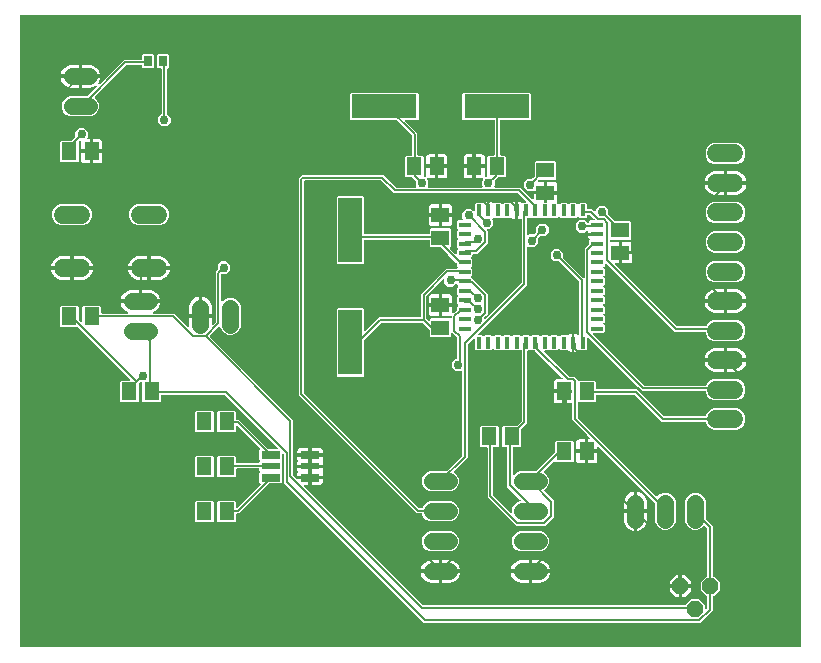
<source format=gbr>
G04 EAGLE Gerber RS-274X export*
G75*
%MOMM*%
%FSLAX34Y34*%
%LPD*%
%INTop Copper*%
%IPPOS*%
%AMOC8*
5,1,8,0,0,1.08239X$1,22.5*%
G01*
%ADD10R,1.300000X1.500000*%
%ADD11R,1.500000X1.300000*%
%ADD12C,1.422400*%
%ADD13P,1.429621X8X202.500000*%
%ADD14R,0.700000X0.900000*%
%ADD15R,1.650000X0.700000*%
%ADD16R,1.650000X0.600000*%
%ADD17C,1.524000*%
%ADD18R,2.000000X5.500000*%
%ADD19R,5.500000X2.000000*%
%ADD20R,1.000000X0.400000*%
%ADD21R,0.400000X1.000000*%
%ADD22C,0.152400*%
%ADD23C,0.756400*%

G36*
X812820Y62742D02*
X812820Y62742D01*
X812839Y62740D01*
X812941Y62762D01*
X813043Y62779D01*
X813060Y62788D01*
X813080Y62792D01*
X813169Y62845D01*
X813260Y62894D01*
X813274Y62908D01*
X813291Y62918D01*
X813358Y62997D01*
X813430Y63072D01*
X813438Y63090D01*
X813451Y63105D01*
X813490Y63201D01*
X813533Y63295D01*
X813535Y63315D01*
X813543Y63333D01*
X813561Y63500D01*
X813561Y596900D01*
X813558Y596920D01*
X813560Y596939D01*
X813538Y597041D01*
X813522Y597143D01*
X813512Y597160D01*
X813508Y597180D01*
X813455Y597269D01*
X813406Y597360D01*
X813392Y597374D01*
X813382Y597391D01*
X813303Y597458D01*
X813228Y597530D01*
X813210Y597538D01*
X813195Y597551D01*
X813099Y597590D01*
X813005Y597633D01*
X812985Y597635D01*
X812967Y597643D01*
X812800Y597661D01*
X152400Y597661D01*
X152380Y597658D01*
X152361Y597660D01*
X152259Y597638D01*
X152157Y597622D01*
X152140Y597612D01*
X152120Y597608D01*
X152031Y597555D01*
X151940Y597506D01*
X151926Y597492D01*
X151909Y597482D01*
X151842Y597403D01*
X151771Y597328D01*
X151762Y597310D01*
X151749Y597295D01*
X151710Y597199D01*
X151667Y597105D01*
X151665Y597085D01*
X151657Y597067D01*
X151639Y596900D01*
X151639Y63500D01*
X151642Y63480D01*
X151640Y63461D01*
X151662Y63359D01*
X151679Y63257D01*
X151688Y63240D01*
X151692Y63220D01*
X151745Y63131D01*
X151794Y63040D01*
X151808Y63026D01*
X151818Y63009D01*
X151897Y62942D01*
X151972Y62871D01*
X151990Y62862D01*
X152005Y62849D01*
X152101Y62810D01*
X152195Y62767D01*
X152215Y62765D01*
X152233Y62757D01*
X152400Y62739D01*
X812800Y62739D01*
X812820Y62742D01*
G37*
%LPC*%
G36*
X521228Y307062D02*
X521228Y307062D01*
X521247Y307060D01*
X521349Y307082D01*
X521451Y307098D01*
X521468Y307108D01*
X521488Y307112D01*
X521577Y307165D01*
X521668Y307214D01*
X521682Y307228D01*
X521699Y307238D01*
X521766Y307317D01*
X521838Y307392D01*
X521846Y307410D01*
X521859Y307425D01*
X521898Y307521D01*
X521941Y307615D01*
X521943Y307635D01*
X521951Y307653D01*
X521969Y307820D01*
X521969Y324873D01*
X521955Y324964D01*
X521947Y325054D01*
X521935Y325084D01*
X521930Y325116D01*
X521887Y325197D01*
X521851Y325281D01*
X521825Y325313D01*
X521814Y325334D01*
X521791Y325356D01*
X521746Y325412D01*
X521238Y325920D01*
X518324Y328834D01*
X518266Y328876D01*
X518214Y328925D01*
X518167Y328947D01*
X518150Y328959D01*
X518125Y328977D01*
X518056Y328998D01*
X517991Y329029D01*
X517939Y329034D01*
X517889Y329050D01*
X517818Y329048D01*
X517747Y329056D01*
X517696Y329045D01*
X517644Y329043D01*
X517576Y329019D01*
X517506Y329004D01*
X517462Y328977D01*
X517413Y328959D01*
X517357Y328914D01*
X517295Y328877D01*
X517261Y328838D01*
X517221Y328805D01*
X517182Y328745D01*
X517135Y328690D01*
X517116Y328642D01*
X517088Y328598D01*
X517070Y328529D01*
X517043Y328462D01*
X517035Y328391D01*
X517027Y328360D01*
X517029Y328336D01*
X517025Y328296D01*
X517025Y326268D01*
X516132Y325375D01*
X499868Y325375D01*
X498975Y326268D01*
X498975Y331103D01*
X498961Y331194D01*
X498953Y331284D01*
X498941Y331314D01*
X498936Y331346D01*
X498893Y331427D01*
X498857Y331511D01*
X498831Y331543D01*
X498820Y331564D01*
X498797Y331586D01*
X498752Y331642D01*
X493052Y337342D01*
X492978Y337395D01*
X492908Y337455D01*
X492878Y337467D01*
X492852Y337486D01*
X492765Y337513D01*
X492680Y337547D01*
X492639Y337551D01*
X492617Y337558D01*
X492585Y337557D01*
X492513Y337565D01*
X458463Y337565D01*
X458372Y337551D01*
X458282Y337543D01*
X458252Y337531D01*
X458220Y337526D01*
X458139Y337483D01*
X458055Y337447D01*
X458023Y337421D01*
X458002Y337410D01*
X457989Y337396D01*
X457987Y337395D01*
X457977Y337385D01*
X457924Y337342D01*
X443548Y322966D01*
X443495Y322892D01*
X443435Y322822D01*
X443423Y322792D01*
X443404Y322766D01*
X443377Y322679D01*
X443343Y322594D01*
X443339Y322553D01*
X443332Y322531D01*
X443333Y322499D01*
X443325Y322427D01*
X443325Y292668D01*
X442432Y291775D01*
X421168Y291775D01*
X420275Y292668D01*
X420275Y348932D01*
X421168Y349825D01*
X442432Y349825D01*
X443325Y348932D01*
X443325Y331048D01*
X443336Y330978D01*
X443338Y330906D01*
X443356Y330857D01*
X443364Y330806D01*
X443398Y330742D01*
X443423Y330675D01*
X443455Y330634D01*
X443480Y330588D01*
X443532Y330539D01*
X443576Y330483D01*
X443620Y330455D01*
X443658Y330419D01*
X443723Y330389D01*
X443783Y330350D01*
X443834Y330337D01*
X443881Y330315D01*
X443952Y330307D01*
X444022Y330290D01*
X444074Y330294D01*
X444125Y330288D01*
X444196Y330303D01*
X444267Y330309D01*
X444315Y330329D01*
X444366Y330340D01*
X444427Y330377D01*
X444493Y330405D01*
X444549Y330450D01*
X444577Y330467D01*
X444592Y330484D01*
X444624Y330510D01*
X456253Y342139D01*
X490728Y342139D01*
X490748Y342142D01*
X490767Y342140D01*
X490869Y342162D01*
X490971Y342178D01*
X490988Y342188D01*
X491008Y342192D01*
X491097Y342245D01*
X491188Y342294D01*
X491202Y342308D01*
X491219Y342318D01*
X491286Y342397D01*
X491358Y342472D01*
X491366Y342490D01*
X491379Y342505D01*
X491418Y342601D01*
X491461Y342695D01*
X491463Y342715D01*
X491471Y342733D01*
X491489Y342900D01*
X491489Y362135D01*
X512641Y383287D01*
X521715Y383287D01*
X521805Y383301D01*
X521896Y383309D01*
X521926Y383321D01*
X521958Y383326D01*
X522039Y383369D01*
X522122Y383405D01*
X522155Y383431D01*
X522175Y383442D01*
X522197Y383465D01*
X522253Y383510D01*
X522705Y383962D01*
X522717Y383978D01*
X522733Y383990D01*
X522789Y384078D01*
X522849Y384161D01*
X522855Y384180D01*
X522866Y384197D01*
X522891Y384298D01*
X522921Y384397D01*
X522921Y384416D01*
X522926Y384436D01*
X522918Y384539D01*
X522915Y384642D01*
X522908Y384661D01*
X522907Y384681D01*
X522866Y384776D01*
X522831Y384873D01*
X522818Y384889D01*
X522810Y384907D01*
X522705Y385038D01*
X521875Y385868D01*
X521875Y387452D01*
X521861Y387542D01*
X521853Y387633D01*
X521841Y387662D01*
X521836Y387694D01*
X521793Y387775D01*
X521757Y387859D01*
X521731Y387891D01*
X521720Y387912D01*
X521697Y387934D01*
X521652Y387990D01*
X521238Y388404D01*
X514759Y394883D01*
X508290Y401352D01*
X508216Y401405D01*
X508146Y401465D01*
X508116Y401477D01*
X508090Y401496D01*
X508003Y401523D01*
X507918Y401557D01*
X507877Y401561D01*
X507855Y401568D01*
X507823Y401567D01*
X507751Y401575D01*
X499868Y401575D01*
X498975Y402468D01*
X498975Y406908D01*
X498972Y406928D01*
X498974Y406947D01*
X498952Y407049D01*
X498936Y407151D01*
X498926Y407168D01*
X498922Y407188D01*
X498869Y407277D01*
X498820Y407368D01*
X498806Y407382D01*
X498796Y407399D01*
X498717Y407466D01*
X498642Y407538D01*
X498624Y407546D01*
X498609Y407559D01*
X498513Y407598D01*
X498419Y407641D01*
X498399Y407643D01*
X498381Y407651D01*
X498214Y407669D01*
X444086Y407669D01*
X444066Y407666D01*
X444047Y407668D01*
X443945Y407646D01*
X443843Y407630D01*
X443826Y407620D01*
X443806Y407616D01*
X443717Y407563D01*
X443626Y407514D01*
X443612Y407500D01*
X443595Y407490D01*
X443528Y407411D01*
X443456Y407336D01*
X443448Y407318D01*
X443435Y407303D01*
X443396Y407207D01*
X443353Y407113D01*
X443351Y407093D01*
X443343Y407075D01*
X443325Y406908D01*
X443325Y387668D01*
X442432Y386775D01*
X421168Y386775D01*
X420275Y387668D01*
X420275Y443932D01*
X421168Y444825D01*
X442432Y444825D01*
X443325Y443932D01*
X443325Y413004D01*
X443328Y412984D01*
X443326Y412965D01*
X443348Y412863D01*
X443364Y412761D01*
X443374Y412744D01*
X443378Y412724D01*
X443431Y412635D01*
X443480Y412544D01*
X443494Y412530D01*
X443504Y412513D01*
X443583Y412446D01*
X443658Y412374D01*
X443676Y412366D01*
X443691Y412353D01*
X443787Y412314D01*
X443881Y412271D01*
X443901Y412269D01*
X443919Y412261D01*
X444086Y412243D01*
X498214Y412243D01*
X498234Y412246D01*
X498253Y412244D01*
X498355Y412266D01*
X498457Y412282D01*
X498474Y412292D01*
X498494Y412296D01*
X498583Y412349D01*
X498674Y412398D01*
X498688Y412412D01*
X498705Y412422D01*
X498772Y412501D01*
X498844Y412576D01*
X498852Y412594D01*
X498865Y412609D01*
X498904Y412705D01*
X498947Y412799D01*
X498949Y412819D01*
X498957Y412837D01*
X498975Y413004D01*
X498975Y416732D01*
X499868Y417625D01*
X516132Y417625D01*
X517025Y416732D01*
X517025Y402468D01*
X516054Y401497D01*
X515999Y401477D01*
X515958Y401445D01*
X515912Y401420D01*
X515898Y401405D01*
X515863Y401369D01*
X515807Y401324D01*
X515779Y401280D01*
X515743Y401242D01*
X515713Y401177D01*
X515674Y401117D01*
X515661Y401066D01*
X515639Y401019D01*
X515631Y400948D01*
X515614Y400878D01*
X515618Y400826D01*
X515612Y400775D01*
X515627Y400704D01*
X515633Y400633D01*
X515653Y400585D01*
X515664Y400534D01*
X515701Y400473D01*
X515729Y400407D01*
X515774Y400351D01*
X515791Y400323D01*
X515808Y400308D01*
X515834Y400276D01*
X520576Y395534D01*
X520634Y395492D01*
X520686Y395443D01*
X520733Y395421D01*
X520775Y395391D01*
X520844Y395370D01*
X520909Y395339D01*
X520961Y395334D01*
X521011Y395318D01*
X521082Y395320D01*
X521153Y395312D01*
X521204Y395323D01*
X521256Y395325D01*
X521324Y395349D01*
X521394Y395364D01*
X521438Y395391D01*
X521487Y395409D01*
X521543Y395454D01*
X521605Y395491D01*
X521639Y395530D01*
X521679Y395563D01*
X521718Y395623D01*
X521765Y395678D01*
X521784Y395726D01*
X521812Y395770D01*
X521830Y395839D01*
X521857Y395906D01*
X521865Y395977D01*
X521873Y396008D01*
X521871Y396032D01*
X521875Y396072D01*
X521875Y399132D01*
X522705Y399962D01*
X522717Y399978D01*
X522733Y399990D01*
X522789Y400078D01*
X522849Y400161D01*
X522855Y400180D01*
X522866Y400197D01*
X522891Y400298D01*
X522921Y400397D01*
X522921Y400416D01*
X522926Y400436D01*
X522918Y400539D01*
X522915Y400642D01*
X522908Y400661D01*
X522907Y400681D01*
X522866Y400776D01*
X522831Y400873D01*
X522818Y400889D01*
X522810Y400907D01*
X522705Y401038D01*
X521875Y401868D01*
X521875Y407132D01*
X522705Y407962D01*
X522717Y407978D01*
X522733Y407990D01*
X522789Y408078D01*
X522849Y408161D01*
X522855Y408180D01*
X522866Y408197D01*
X522891Y408298D01*
X522921Y408397D01*
X522921Y408416D01*
X522926Y408436D01*
X522918Y408539D01*
X522915Y408642D01*
X522908Y408661D01*
X522907Y408681D01*
X522866Y408776D01*
X522831Y408873D01*
X522818Y408889D01*
X522810Y408907D01*
X522705Y409038D01*
X521875Y409868D01*
X521875Y415132D01*
X522705Y415962D01*
X522717Y415978D01*
X522733Y415990D01*
X522789Y416078D01*
X522849Y416161D01*
X522855Y416180D01*
X522866Y416197D01*
X522891Y416298D01*
X522921Y416397D01*
X522921Y416416D01*
X522926Y416436D01*
X522918Y416539D01*
X522915Y416642D01*
X522908Y416661D01*
X522907Y416681D01*
X522866Y416776D01*
X522831Y416873D01*
X522818Y416889D01*
X522810Y416907D01*
X522705Y417038D01*
X521875Y417868D01*
X521875Y423132D01*
X522768Y424025D01*
X526753Y424025D01*
X526823Y424036D01*
X526895Y424038D01*
X526944Y424056D01*
X526995Y424064D01*
X527059Y424098D01*
X527126Y424123D01*
X527167Y424155D01*
X527213Y424180D01*
X527262Y424232D01*
X527318Y424276D01*
X527346Y424320D01*
X527382Y424358D01*
X527412Y424423D01*
X527451Y424483D01*
X527464Y424534D01*
X527486Y424581D01*
X527494Y424652D01*
X527511Y424722D01*
X527507Y424774D01*
X527513Y424825D01*
X527498Y424896D01*
X527492Y424967D01*
X527472Y425015D01*
X527461Y425066D01*
X527424Y425127D01*
X527396Y425193D01*
X527351Y425249D01*
X527334Y425277D01*
X527317Y425292D01*
X527291Y425324D01*
X526569Y426046D01*
X526569Y430442D01*
X529678Y433551D01*
X534074Y433551D01*
X535576Y432049D01*
X535634Y432007D01*
X535686Y431958D01*
X535733Y431936D01*
X535775Y431906D01*
X535844Y431884D01*
X535909Y431854D01*
X535961Y431849D01*
X536011Y431833D01*
X536082Y431835D01*
X536153Y431827D01*
X536204Y431838D01*
X536256Y431840D01*
X536324Y431864D01*
X536394Y431879D01*
X536439Y431906D01*
X536487Y431924D01*
X536543Y431969D01*
X536605Y432006D01*
X536639Y432045D01*
X536679Y432078D01*
X536718Y432138D01*
X536765Y432193D01*
X536784Y432241D01*
X536812Y432285D01*
X536830Y432354D01*
X536857Y432421D01*
X536865Y432492D01*
X536873Y432523D01*
X536871Y432546D01*
X536875Y432587D01*
X536875Y438132D01*
X537768Y439025D01*
X543032Y439025D01*
X543164Y438893D01*
X543259Y438824D01*
X543356Y438753D01*
X543360Y438751D01*
X543363Y438749D01*
X543477Y438714D01*
X543590Y438678D01*
X543595Y438678D01*
X543598Y438677D01*
X543717Y438680D01*
X543836Y438682D01*
X543840Y438683D01*
X543844Y438683D01*
X543955Y438724D01*
X544068Y438763D01*
X544071Y438766D01*
X544075Y438767D01*
X544168Y438842D01*
X544262Y438915D01*
X544265Y438919D01*
X544267Y438921D01*
X544275Y438933D01*
X544361Y439050D01*
X544367Y439060D01*
X544840Y439533D01*
X545419Y439868D01*
X546066Y440041D01*
X547401Y440041D01*
X547401Y432738D01*
X547404Y432719D01*
X547402Y432699D01*
X547424Y432597D01*
X547440Y432495D01*
X547450Y432478D01*
X547454Y432458D01*
X547507Y432369D01*
X547556Y432278D01*
X547570Y432264D01*
X547580Y432247D01*
X547659Y432180D01*
X547734Y432109D01*
X547752Y432100D01*
X547767Y432087D01*
X547863Y432049D01*
X547957Y432005D01*
X547977Y432003D01*
X547995Y431995D01*
X548162Y431977D01*
X548638Y431977D01*
X548658Y431980D01*
X548677Y431978D01*
X548779Y432000D01*
X548881Y432017D01*
X548898Y432026D01*
X548918Y432030D01*
X549007Y432083D01*
X549098Y432132D01*
X549112Y432146D01*
X549129Y432156D01*
X549196Y432235D01*
X549268Y432310D01*
X549276Y432328D01*
X549289Y432343D01*
X549328Y432440D01*
X549371Y432533D01*
X549373Y432553D01*
X549381Y432571D01*
X549399Y432738D01*
X549399Y440041D01*
X550735Y440041D01*
X551381Y439868D01*
X551960Y439533D01*
X552433Y439060D01*
X552439Y439050D01*
X552514Y438959D01*
X552588Y438865D01*
X552592Y438863D01*
X552595Y438860D01*
X552694Y438797D01*
X552795Y438732D01*
X552799Y438731D01*
X552803Y438729D01*
X552918Y438701D01*
X553034Y438672D01*
X553038Y438673D01*
X553042Y438672D01*
X553161Y438682D01*
X553279Y438691D01*
X553283Y438693D01*
X553287Y438693D01*
X553395Y438741D01*
X553505Y438788D01*
X553509Y438791D01*
X553512Y438792D01*
X553522Y438801D01*
X553636Y438893D01*
X553768Y439025D01*
X559032Y439025D01*
X559862Y438195D01*
X559878Y438183D01*
X559890Y438167D01*
X559978Y438111D01*
X560061Y438051D01*
X560080Y438045D01*
X560097Y438034D01*
X560198Y438009D01*
X560297Y437979D01*
X560316Y437979D01*
X560336Y437974D01*
X560439Y437982D01*
X560542Y437985D01*
X560561Y437992D01*
X560581Y437993D01*
X560676Y438034D01*
X560773Y438069D01*
X560789Y438082D01*
X560807Y438090D01*
X560938Y438195D01*
X561768Y439025D01*
X567032Y439025D01*
X567164Y438893D01*
X567259Y438824D01*
X567356Y438753D01*
X567360Y438751D01*
X567363Y438749D01*
X567477Y438714D01*
X567590Y438678D01*
X567595Y438678D01*
X567598Y438677D01*
X567717Y438680D01*
X567836Y438682D01*
X567840Y438683D01*
X567844Y438683D01*
X567955Y438724D01*
X568068Y438763D01*
X568071Y438766D01*
X568075Y438767D01*
X568168Y438842D01*
X568262Y438915D01*
X568265Y438919D01*
X568267Y438921D01*
X568275Y438933D01*
X568361Y439050D01*
X568367Y439060D01*
X568840Y439533D01*
X569419Y439868D01*
X570066Y440041D01*
X571401Y440041D01*
X571401Y432738D01*
X571404Y432719D01*
X571402Y432699D01*
X571424Y432597D01*
X571440Y432495D01*
X571441Y432494D01*
X571429Y432467D01*
X571427Y432447D01*
X571419Y432429D01*
X571401Y432262D01*
X571401Y424959D01*
X570066Y424959D01*
X569419Y425132D01*
X568840Y425467D01*
X568367Y425940D01*
X568361Y425950D01*
X568286Y426041D01*
X568212Y426135D01*
X568208Y426137D01*
X568205Y426140D01*
X568106Y426203D01*
X568005Y426268D01*
X568001Y426269D01*
X567997Y426271D01*
X567882Y426299D01*
X567766Y426328D01*
X567762Y426327D01*
X567758Y426328D01*
X567639Y426318D01*
X567521Y426309D01*
X567517Y426307D01*
X567513Y426307D01*
X567405Y426259D01*
X567295Y426212D01*
X567291Y426209D01*
X567288Y426208D01*
X567278Y426199D01*
X567164Y426107D01*
X567032Y425975D01*
X561768Y425975D01*
X560938Y426805D01*
X560922Y426817D01*
X560910Y426833D01*
X560822Y426889D01*
X560739Y426949D01*
X560720Y426955D01*
X560703Y426966D01*
X560602Y426991D01*
X560503Y427021D01*
X560484Y427021D01*
X560464Y427026D01*
X560361Y427018D01*
X560258Y427015D01*
X560239Y427008D01*
X560219Y427007D01*
X560124Y426966D01*
X560027Y426931D01*
X560011Y426918D01*
X559993Y426910D01*
X559862Y426805D01*
X559032Y425975D01*
X553768Y425975D01*
X553636Y426107D01*
X553541Y426176D01*
X553444Y426247D01*
X553440Y426249D01*
X553437Y426251D01*
X553323Y426286D01*
X553210Y426322D01*
X553205Y426322D01*
X553202Y426323D01*
X553083Y426320D01*
X552964Y426318D01*
X552960Y426317D01*
X552956Y426317D01*
X552845Y426276D01*
X552732Y426237D01*
X552729Y426234D01*
X552725Y426233D01*
X552632Y426158D01*
X552538Y426085D01*
X552535Y426081D01*
X552533Y426079D01*
X552525Y426067D01*
X552439Y425950D01*
X552433Y425940D01*
X552169Y425676D01*
X552158Y425660D01*
X552142Y425647D01*
X552086Y425561D01*
X552026Y425476D01*
X552020Y425457D01*
X552009Y425441D01*
X551984Y425340D01*
X551953Y425241D01*
X551954Y425221D01*
X551949Y425202D01*
X551957Y425099D01*
X551960Y424995D01*
X551967Y424977D01*
X551968Y424957D01*
X552009Y424862D01*
X552044Y424764D01*
X552057Y424749D01*
X552064Y424731D01*
X552169Y424600D01*
X552423Y424346D01*
X552423Y419950D01*
X549314Y416841D01*
X548350Y416841D01*
X548280Y416830D01*
X548208Y416828D01*
X548159Y416810D01*
X548108Y416802D01*
X548044Y416768D01*
X547977Y416743D01*
X547936Y416711D01*
X547890Y416686D01*
X547841Y416635D01*
X547785Y416590D01*
X547757Y416546D01*
X547721Y416508D01*
X547691Y416443D01*
X547652Y416383D01*
X547639Y416332D01*
X547617Y416285D01*
X547609Y416214D01*
X547592Y416144D01*
X547596Y416092D01*
X547590Y416041D01*
X547605Y415970D01*
X547611Y415899D01*
X547631Y415851D01*
X547642Y415800D01*
X547679Y415739D01*
X547707Y415673D01*
X547752Y415617D01*
X547769Y415589D01*
X547786Y415574D01*
X547812Y415542D01*
X547879Y415475D01*
X547879Y404437D01*
X538919Y395477D01*
X535686Y395477D01*
X535666Y395474D01*
X535647Y395476D01*
X535545Y395454D01*
X535443Y395438D01*
X535426Y395428D01*
X535406Y395424D01*
X535317Y395371D01*
X535226Y395322D01*
X535212Y395308D01*
X535195Y395298D01*
X535128Y395219D01*
X535056Y395144D01*
X535048Y395126D01*
X535035Y395111D01*
X534996Y395015D01*
X534953Y394921D01*
X534951Y394901D01*
X534943Y394883D01*
X534925Y394716D01*
X534925Y393868D01*
X534095Y393038D01*
X534083Y393022D01*
X534067Y393010D01*
X534011Y392922D01*
X533951Y392839D01*
X533945Y392820D01*
X533934Y392803D01*
X533909Y392702D01*
X533879Y392603D01*
X533879Y392584D01*
X533874Y392564D01*
X533882Y392461D01*
X533885Y392358D01*
X533892Y392339D01*
X533893Y392319D01*
X533934Y392224D01*
X533969Y392127D01*
X533982Y392111D01*
X533990Y392093D01*
X534095Y391962D01*
X534925Y391132D01*
X534925Y385868D01*
X534095Y385038D01*
X534083Y385022D01*
X534067Y385010D01*
X534011Y384922D01*
X533951Y384839D01*
X533945Y384820D01*
X533934Y384803D01*
X533909Y384702D01*
X533879Y384603D01*
X533879Y384584D01*
X533874Y384564D01*
X533882Y384461D01*
X533885Y384358D01*
X533892Y384339D01*
X533893Y384319D01*
X533934Y384224D01*
X533969Y384127D01*
X533982Y384111D01*
X533990Y384093D01*
X534095Y383962D01*
X534925Y383132D01*
X534925Y377868D01*
X534095Y377038D01*
X534083Y377022D01*
X534067Y377010D01*
X534011Y376922D01*
X533951Y376839D01*
X533945Y376820D01*
X533934Y376803D01*
X533909Y376702D01*
X533879Y376603D01*
X533879Y376584D01*
X533874Y376564D01*
X533882Y376461D01*
X533885Y376358D01*
X533892Y376339D01*
X533893Y376319D01*
X533934Y376224D01*
X533969Y376127D01*
X533982Y376111D01*
X533990Y376093D01*
X534095Y375962D01*
X534925Y375132D01*
X534925Y374904D01*
X534928Y374884D01*
X534926Y374865D01*
X534948Y374763D01*
X534964Y374661D01*
X534974Y374644D01*
X534978Y374624D01*
X535031Y374535D01*
X535080Y374444D01*
X535094Y374430D01*
X535104Y374413D01*
X535183Y374346D01*
X535258Y374274D01*
X535276Y374266D01*
X535291Y374253D01*
X535387Y374214D01*
X535481Y374171D01*
X535501Y374169D01*
X535519Y374161D01*
X535686Y374143D01*
X535871Y374143D01*
X547879Y362135D01*
X547879Y345001D01*
X546316Y343438D01*
X545026Y342148D01*
X544973Y342074D01*
X544913Y342004D01*
X544901Y341974D01*
X544882Y341948D01*
X544855Y341861D01*
X544821Y341776D01*
X544817Y341735D01*
X544810Y341713D01*
X544811Y341681D01*
X544803Y341610D01*
X544803Y341086D01*
X544814Y341016D01*
X544816Y340944D01*
X544834Y340895D01*
X544842Y340844D01*
X544876Y340780D01*
X544901Y340713D01*
X544933Y340672D01*
X544958Y340626D01*
X545010Y340577D01*
X545054Y340521D01*
X545098Y340493D01*
X545136Y340457D01*
X545201Y340427D01*
X545261Y340388D01*
X545312Y340375D01*
X545359Y340353D01*
X545430Y340345D01*
X545500Y340328D01*
X545552Y340332D01*
X545603Y340326D01*
X545674Y340341D01*
X545745Y340347D01*
X545793Y340367D01*
X545844Y340378D01*
X545905Y340415D01*
X545971Y340443D01*
X546027Y340488D01*
X546055Y340505D01*
X546070Y340522D01*
X546102Y340548D01*
X576610Y371056D01*
X576663Y371130D01*
X576723Y371200D01*
X576735Y371230D01*
X576754Y371256D01*
X576781Y371343D01*
X576815Y371428D01*
X576819Y371469D01*
X576826Y371491D01*
X576825Y371523D01*
X576833Y371595D01*
X576833Y424653D01*
X576818Y424747D01*
X576809Y424842D01*
X576798Y424868D01*
X576794Y424895D01*
X576749Y424979D01*
X576711Y425067D01*
X576692Y425088D01*
X576678Y425113D01*
X576609Y425178D01*
X576545Y425249D01*
X576521Y425263D01*
X576500Y425282D01*
X576414Y425322D01*
X576330Y425369D01*
X576303Y425374D01*
X576277Y425386D01*
X576182Y425396D01*
X576089Y425414D01*
X576061Y425410D01*
X576033Y425413D01*
X575939Y425393D01*
X575845Y425379D01*
X575813Y425365D01*
X575792Y425361D01*
X575764Y425344D01*
X575691Y425312D01*
X575381Y425132D01*
X574734Y424959D01*
X573399Y424959D01*
X573399Y432262D01*
X573396Y432281D01*
X573398Y432301D01*
X573376Y432403D01*
X573360Y432505D01*
X573359Y432506D01*
X573371Y432533D01*
X573373Y432553D01*
X573381Y432571D01*
X573399Y432738D01*
X573399Y440041D01*
X574735Y440041D01*
X575381Y439868D01*
X575960Y439533D01*
X576433Y439060D01*
X576439Y439050D01*
X576514Y438959D01*
X576588Y438865D01*
X576592Y438863D01*
X576595Y438860D01*
X576694Y438797D01*
X576795Y438732D01*
X576799Y438731D01*
X576803Y438729D01*
X576918Y438701D01*
X577034Y438672D01*
X577038Y438673D01*
X577042Y438672D01*
X577161Y438682D01*
X577279Y438691D01*
X577283Y438693D01*
X577287Y438693D01*
X577395Y438741D01*
X577505Y438788D01*
X577509Y438791D01*
X577512Y438792D01*
X577522Y438801D01*
X577636Y438893D01*
X577768Y439025D01*
X580032Y439025D01*
X580102Y439036D01*
X580174Y439038D01*
X580223Y439056D01*
X580274Y439064D01*
X580338Y439098D01*
X580405Y439123D01*
X580446Y439155D01*
X580492Y439180D01*
X580541Y439232D01*
X580597Y439276D01*
X580625Y439320D01*
X580661Y439358D01*
X580691Y439423D01*
X580730Y439483D01*
X580743Y439534D01*
X580765Y439581D01*
X580773Y439652D01*
X580790Y439722D01*
X580786Y439774D01*
X580792Y439825D01*
X580777Y439896D01*
X580771Y439967D01*
X580751Y440015D01*
X580740Y440066D01*
X580703Y440127D01*
X580675Y440193D01*
X580630Y440249D01*
X580613Y440277D01*
X580596Y440292D01*
X580570Y440324D01*
X573824Y447070D01*
X573750Y447123D01*
X573680Y447183D01*
X573650Y447195D01*
X573624Y447214D01*
X573537Y447241D01*
X573452Y447275D01*
X573411Y447279D01*
X573389Y447286D01*
X573357Y447285D01*
X573285Y447293D01*
X468445Y447293D01*
X458000Y457738D01*
X457926Y457791D01*
X457856Y457851D01*
X457826Y457863D01*
X457800Y457882D01*
X457713Y457909D01*
X457628Y457943D01*
X457587Y457947D01*
X457565Y457954D01*
X457533Y457953D01*
X457461Y457961D01*
X393192Y457961D01*
X393172Y457958D01*
X393153Y457960D01*
X393051Y457938D01*
X392949Y457922D01*
X392932Y457912D01*
X392912Y457908D01*
X392823Y457855D01*
X392732Y457806D01*
X392718Y457792D01*
X392701Y457782D01*
X392634Y457703D01*
X392562Y457628D01*
X392554Y457610D01*
X392541Y457595D01*
X392502Y457499D01*
X392459Y457405D01*
X392457Y457385D01*
X392449Y457367D01*
X392431Y457200D01*
X392431Y278631D01*
X392445Y278540D01*
X392453Y278450D01*
X392465Y278420D01*
X392470Y278388D01*
X392513Y278307D01*
X392549Y278223D01*
X392575Y278191D01*
X392586Y278170D01*
X392609Y278148D01*
X392654Y278092D01*
X489928Y180818D01*
X490002Y180765D01*
X490072Y180705D01*
X490102Y180693D01*
X490128Y180674D01*
X490215Y180647D01*
X490300Y180613D01*
X490341Y180609D01*
X490363Y180602D01*
X490395Y180603D01*
X490467Y180595D01*
X492189Y180595D01*
X492303Y180614D01*
X492420Y180631D01*
X492425Y180633D01*
X492431Y180634D01*
X492534Y180689D01*
X492639Y180742D01*
X492643Y180747D01*
X492649Y180750D01*
X492729Y180834D01*
X492811Y180918D01*
X492815Y180924D01*
X492818Y180928D01*
X492826Y180945D01*
X492892Y181065D01*
X493566Y182692D01*
X495996Y185122D01*
X499170Y186437D01*
X516830Y186437D01*
X520004Y185122D01*
X522434Y182692D01*
X523749Y179518D01*
X523749Y176082D01*
X522434Y172908D01*
X520004Y170478D01*
X516830Y169163D01*
X499170Y169163D01*
X495996Y170478D01*
X493566Y172908D01*
X492471Y175551D01*
X492410Y175651D01*
X492350Y175751D01*
X492345Y175755D01*
X492341Y175760D01*
X492251Y175835D01*
X492163Y175911D01*
X492157Y175913D01*
X492152Y175917D01*
X492044Y175959D01*
X491935Y176003D01*
X491927Y176004D01*
X491922Y176005D01*
X491904Y176006D01*
X491768Y176021D01*
X488257Y176021D01*
X387857Y276421D01*
X387857Y459671D01*
X390721Y462535D01*
X459671Y462535D01*
X470116Y452090D01*
X470190Y452037D01*
X470260Y451977D01*
X470290Y451965D01*
X470316Y451946D01*
X470403Y451919D01*
X470488Y451885D01*
X470529Y451881D01*
X470551Y451874D01*
X470583Y451875D01*
X470655Y451867D01*
X486719Y451867D01*
X486789Y451878D01*
X486861Y451880D01*
X486910Y451898D01*
X486961Y451906D01*
X487025Y451940D01*
X487092Y451965D01*
X487133Y451997D01*
X487179Y452022D01*
X487228Y452074D01*
X487284Y452118D01*
X487312Y452162D01*
X487348Y452200D01*
X487378Y452265D01*
X487417Y452325D01*
X487430Y452376D01*
X487452Y452423D01*
X487460Y452494D01*
X487477Y452564D01*
X487473Y452616D01*
X487479Y452667D01*
X487464Y452738D01*
X487458Y452809D01*
X487438Y452857D01*
X487427Y452908D01*
X487390Y452969D01*
X487362Y453035D01*
X487317Y453091D01*
X487300Y453119D01*
X487283Y453134D01*
X487257Y453166D01*
X486945Y453478D01*
X486945Y457434D01*
X486931Y457524D01*
X486923Y457615D01*
X486911Y457644D01*
X486906Y457676D01*
X486863Y457757D01*
X486827Y457841D01*
X486801Y457873D01*
X486790Y457894D01*
X486767Y457916D01*
X486722Y457972D01*
X485432Y459262D01*
X484042Y460652D01*
X483968Y460705D01*
X483898Y460765D01*
X483868Y460777D01*
X483842Y460796D01*
X483755Y460823D01*
X483670Y460857D01*
X483629Y460861D01*
X483607Y460868D01*
X483575Y460867D01*
X483503Y460875D01*
X478668Y460875D01*
X477775Y461768D01*
X477775Y478032D01*
X478668Y478925D01*
X483108Y478925D01*
X483128Y478928D01*
X483147Y478926D01*
X483249Y478948D01*
X483351Y478964D01*
X483368Y478974D01*
X483388Y478978D01*
X483477Y479031D01*
X483568Y479080D01*
X483582Y479094D01*
X483599Y479104D01*
X483666Y479183D01*
X483738Y479258D01*
X483746Y479276D01*
X483759Y479291D01*
X483798Y479387D01*
X483841Y479481D01*
X483843Y479501D01*
X483851Y479519D01*
X483869Y479686D01*
X483869Y495561D01*
X483855Y495652D01*
X483847Y495742D01*
X483835Y495772D01*
X483830Y495804D01*
X483787Y495885D01*
X483751Y495969D01*
X483725Y496001D01*
X483714Y496022D01*
X483691Y496044D01*
X483646Y496100D01*
X470794Y508952D01*
X470720Y509005D01*
X470650Y509065D01*
X470620Y509077D01*
X470594Y509096D01*
X470507Y509123D01*
X470422Y509157D01*
X470381Y509161D01*
X470359Y509168D01*
X470327Y509167D01*
X470256Y509175D01*
X432368Y509175D01*
X431475Y510068D01*
X431475Y531332D01*
X432368Y532225D01*
X488632Y532225D01*
X489525Y531332D01*
X489525Y510068D01*
X488632Y509175D01*
X478876Y509175D01*
X478806Y509164D01*
X478734Y509162D01*
X478685Y509144D01*
X478634Y509136D01*
X478570Y509102D01*
X478503Y509077D01*
X478462Y509045D01*
X478416Y509020D01*
X478367Y508968D01*
X478311Y508924D01*
X478283Y508880D01*
X478247Y508842D01*
X478217Y508777D01*
X478178Y508717D01*
X478165Y508666D01*
X478143Y508619D01*
X478135Y508548D01*
X478118Y508478D01*
X478122Y508426D01*
X478116Y508375D01*
X478131Y508304D01*
X478137Y508233D01*
X478157Y508185D01*
X478168Y508134D01*
X478205Y508073D01*
X478233Y508007D01*
X478278Y507951D01*
X478295Y507923D01*
X478312Y507908D01*
X478338Y507876D01*
X488443Y497771D01*
X488443Y479686D01*
X488446Y479666D01*
X488444Y479647D01*
X488466Y479545D01*
X488482Y479443D01*
X488492Y479426D01*
X488496Y479406D01*
X488549Y479317D01*
X488598Y479226D01*
X488612Y479212D01*
X488622Y479195D01*
X488701Y479128D01*
X488776Y479056D01*
X488794Y479048D01*
X488809Y479035D01*
X488905Y478996D01*
X488999Y478953D01*
X489019Y478951D01*
X489037Y478943D01*
X489204Y478925D01*
X492932Y478925D01*
X493825Y478032D01*
X493825Y461744D01*
X493826Y461734D01*
X493826Y461728D01*
X493827Y461720D01*
X493826Y461705D01*
X493848Y461603D01*
X493864Y461501D01*
X493874Y461484D01*
X493878Y461464D01*
X493931Y461375D01*
X493980Y461284D01*
X493994Y461270D01*
X494004Y461253D01*
X494083Y461186D01*
X494158Y461114D01*
X494176Y461106D01*
X494191Y461093D01*
X494287Y461054D01*
X494381Y461011D01*
X494401Y461009D01*
X494419Y461001D01*
X494433Y461000D01*
X494626Y460807D01*
X494665Y460779D01*
X494697Y460744D01*
X494764Y460708D01*
X494826Y460663D01*
X494871Y460649D01*
X494914Y460626D01*
X494988Y460613D01*
X495061Y460591D01*
X495109Y460592D01*
X495156Y460584D01*
X495231Y460595D01*
X495307Y460597D01*
X495352Y460614D01*
X495399Y460621D01*
X495466Y460656D01*
X495538Y460682D01*
X495575Y460712D01*
X495618Y460734D01*
X495670Y460788D01*
X495730Y460836D01*
X495756Y460876D01*
X495789Y460910D01*
X495822Y460979D01*
X495863Y461042D01*
X495874Y461089D01*
X495895Y461132D01*
X495904Y461208D01*
X495923Y461281D01*
X495919Y461329D01*
X495925Y461376D01*
X495905Y461504D01*
X495904Y461526D01*
X495901Y461532D01*
X495899Y461542D01*
X495759Y462066D01*
X495759Y468377D01*
X503277Y468377D01*
X503277Y459859D01*
X497966Y459859D01*
X497442Y459999D01*
X497395Y460004D01*
X497349Y460018D01*
X497273Y460016D01*
X497198Y460024D01*
X497151Y460013D01*
X497103Y460012D01*
X497032Y459986D01*
X496958Y459969D01*
X496917Y459944D01*
X496872Y459928D01*
X496813Y459880D01*
X496748Y459841D01*
X496717Y459804D01*
X496680Y459774D01*
X496639Y459710D01*
X496590Y459652D01*
X496573Y459607D01*
X496547Y459567D01*
X496528Y459493D01*
X496501Y459423D01*
X496498Y459375D01*
X496487Y459328D01*
X496493Y459253D01*
X496489Y459177D01*
X496502Y459131D01*
X496506Y459083D01*
X496535Y459013D01*
X496556Y458941D01*
X496583Y458901D01*
X496602Y458857D01*
X496683Y458756D01*
X496695Y458738D01*
X496701Y458734D01*
X496707Y458726D01*
X497559Y457874D01*
X497559Y453478D01*
X497247Y453166D01*
X497205Y453108D01*
X497156Y453056D01*
X497134Y453009D01*
X497104Y452967D01*
X497082Y452898D01*
X497052Y452833D01*
X497047Y452781D01*
X497031Y452731D01*
X497033Y452660D01*
X497025Y452589D01*
X497036Y452538D01*
X497038Y452486D01*
X497062Y452418D01*
X497077Y452348D01*
X497104Y452303D01*
X497122Y452255D01*
X497167Y452199D01*
X497204Y452137D01*
X497243Y452103D01*
X497276Y452063D01*
X497336Y452024D01*
X497391Y451977D01*
X497439Y451958D01*
X497483Y451930D01*
X497552Y451912D01*
X497619Y451885D01*
X497690Y451877D01*
X497721Y451869D01*
X497744Y451871D01*
X497785Y451867D01*
X543107Y451867D01*
X543177Y451878D01*
X543249Y451880D01*
X543298Y451898D01*
X543349Y451906D01*
X543413Y451940D01*
X543480Y451965D01*
X543521Y451997D01*
X543567Y452022D01*
X543616Y452074D01*
X543672Y452118D01*
X543700Y452162D01*
X543736Y452200D01*
X543766Y452265D01*
X543805Y452325D01*
X543818Y452376D01*
X543840Y452423D01*
X543848Y452494D01*
X543865Y452564D01*
X543861Y452616D01*
X543867Y452667D01*
X543852Y452738D01*
X543846Y452809D01*
X543826Y452857D01*
X543815Y452908D01*
X543778Y452969D01*
X543750Y453035D01*
X543705Y453091D01*
X543688Y453119D01*
X543671Y453134D01*
X543645Y453166D01*
X543333Y453478D01*
X543333Y457874D01*
X544019Y458560D01*
X544061Y458618D01*
X544110Y458670D01*
X544132Y458717D01*
X544160Y458756D01*
X544162Y458759D01*
X544184Y458828D01*
X544214Y458893D01*
X544219Y458945D01*
X544235Y458995D01*
X544233Y459066D01*
X544241Y459137D01*
X544230Y459188D01*
X544228Y459240D01*
X544204Y459308D01*
X544189Y459378D01*
X544162Y459422D01*
X544144Y459471D01*
X544099Y459527D01*
X544062Y459589D01*
X544023Y459623D01*
X543990Y459663D01*
X543930Y459702D01*
X543875Y459749D01*
X543827Y459768D01*
X543783Y459796D01*
X543714Y459814D01*
X543647Y459841D01*
X543576Y459849D01*
X543545Y459857D01*
X543522Y459855D01*
X543481Y459859D01*
X538123Y459859D01*
X538123Y468377D01*
X545641Y468377D01*
X545641Y462065D01*
X545607Y461941D01*
X545596Y461823D01*
X545582Y461705D01*
X545583Y461700D01*
X545583Y461696D01*
X545609Y461581D01*
X545635Y461464D01*
X545637Y461461D01*
X545638Y461457D01*
X545700Y461356D01*
X545761Y461253D01*
X545764Y461250D01*
X545766Y461247D01*
X545857Y461171D01*
X545948Y461093D01*
X545952Y461092D01*
X545955Y461089D01*
X546065Y461046D01*
X546176Y461001D01*
X546181Y461001D01*
X546184Y460999D01*
X546198Y460999D01*
X546343Y460983D01*
X546814Y460983D01*
X546834Y460986D01*
X546853Y460984D01*
X546955Y461006D01*
X547057Y461022D01*
X547074Y461032D01*
X547094Y461036D01*
X547183Y461089D01*
X547274Y461138D01*
X547288Y461152D01*
X547305Y461162D01*
X547372Y461241D01*
X547444Y461316D01*
X547452Y461334D01*
X547465Y461349D01*
X547504Y461445D01*
X547547Y461539D01*
X547549Y461559D01*
X547557Y461577D01*
X547575Y461744D01*
X547575Y478032D01*
X548468Y478925D01*
X553212Y478925D01*
X553232Y478928D01*
X553251Y478926D01*
X553353Y478948D01*
X553455Y478964D01*
X553472Y478974D01*
X553492Y478978D01*
X553581Y479031D01*
X553672Y479080D01*
X553686Y479094D01*
X553703Y479104D01*
X553770Y479183D01*
X553842Y479258D01*
X553850Y479276D01*
X553863Y479291D01*
X553902Y479387D01*
X553945Y479481D01*
X553947Y479501D01*
X553955Y479519D01*
X553973Y479686D01*
X553973Y508414D01*
X553970Y508434D01*
X553972Y508453D01*
X553950Y508555D01*
X553934Y508657D01*
X553924Y508674D01*
X553920Y508694D01*
X553867Y508783D01*
X553818Y508874D01*
X553804Y508888D01*
X553794Y508905D01*
X553715Y508972D01*
X553640Y509044D01*
X553622Y509052D01*
X553607Y509065D01*
X553511Y509104D01*
X553417Y509147D01*
X553397Y509149D01*
X553379Y509157D01*
X553212Y509175D01*
X527368Y509175D01*
X526475Y510068D01*
X526475Y531332D01*
X527368Y532225D01*
X583632Y532225D01*
X584525Y531332D01*
X584525Y510068D01*
X583632Y509175D01*
X559308Y509175D01*
X559288Y509172D01*
X559269Y509174D01*
X559167Y509152D01*
X559065Y509136D01*
X559048Y509126D01*
X559028Y509122D01*
X558939Y509069D01*
X558848Y509020D01*
X558834Y509006D01*
X558817Y508996D01*
X558750Y508917D01*
X558678Y508842D01*
X558670Y508824D01*
X558657Y508809D01*
X558618Y508713D01*
X558575Y508619D01*
X558573Y508599D01*
X558565Y508581D01*
X558547Y508414D01*
X558547Y479686D01*
X558550Y479666D01*
X558548Y479647D01*
X558570Y479545D01*
X558586Y479443D01*
X558596Y479426D01*
X558600Y479406D01*
X558653Y479317D01*
X558702Y479226D01*
X558716Y479212D01*
X558726Y479195D01*
X558805Y479128D01*
X558880Y479056D01*
X558898Y479048D01*
X558913Y479035D01*
X559009Y478996D01*
X559103Y478953D01*
X559123Y478951D01*
X559141Y478943D01*
X559308Y478925D01*
X562732Y478925D01*
X563625Y478032D01*
X563625Y461768D01*
X562732Y460875D01*
X557388Y460875D01*
X557298Y460861D01*
X557207Y460853D01*
X557178Y460841D01*
X557146Y460836D01*
X557065Y460793D01*
X556981Y460757D01*
X556949Y460731D01*
X556928Y460720D01*
X556926Y460718D01*
X556906Y460697D01*
X556850Y460652D01*
X555460Y459262D01*
X554170Y457972D01*
X554117Y457898D01*
X554057Y457828D01*
X554045Y457798D01*
X554026Y457772D01*
X553999Y457685D01*
X553965Y457600D01*
X553961Y457559D01*
X553954Y457537D01*
X553955Y457505D01*
X553947Y457434D01*
X553947Y453478D01*
X553635Y453166D01*
X553593Y453108D01*
X553544Y453056D01*
X553522Y453009D01*
X553492Y452967D01*
X553470Y452898D01*
X553440Y452833D01*
X553435Y452781D01*
X553419Y452731D01*
X553421Y452660D01*
X553413Y452589D01*
X553424Y452538D01*
X553426Y452486D01*
X553450Y452418D01*
X553465Y452348D01*
X553492Y452303D01*
X553510Y452255D01*
X553555Y452199D01*
X553592Y452137D01*
X553631Y452103D01*
X553664Y452063D01*
X553724Y452024D01*
X553779Y451977D01*
X553827Y451958D01*
X553871Y451930D01*
X553940Y451912D01*
X554007Y451885D01*
X554078Y451877D01*
X554109Y451869D01*
X554132Y451871D01*
X554173Y451867D01*
X575495Y451867D01*
X577058Y450304D01*
X585560Y441802D01*
X585618Y441760D01*
X585670Y441711D01*
X585717Y441689D01*
X585759Y441659D01*
X585828Y441638D01*
X585893Y441607D01*
X585945Y441602D01*
X585995Y441586D01*
X586066Y441588D01*
X586137Y441580D01*
X586188Y441591D01*
X586240Y441593D01*
X586308Y441617D01*
X586378Y441632D01*
X586423Y441659D01*
X586471Y441677D01*
X586527Y441722D01*
X586589Y441759D01*
X586623Y441798D01*
X586663Y441831D01*
X586702Y441891D01*
X586749Y441946D01*
X586768Y441994D01*
X586796Y442038D01*
X586814Y442107D01*
X586841Y442174D01*
X586849Y442245D01*
X586857Y442276D01*
X586855Y442300D01*
X586859Y442340D01*
X586859Y446177D01*
X595377Y446177D01*
X595377Y439786D01*
X595380Y439766D01*
X595378Y439747D01*
X595400Y439645D01*
X595417Y439543D01*
X595426Y439526D01*
X595430Y439506D01*
X595483Y439417D01*
X595532Y439326D01*
X595546Y439312D01*
X595556Y439295D01*
X595635Y439228D01*
X595710Y439156D01*
X595728Y439148D01*
X595743Y439135D01*
X595839Y439096D01*
X595933Y439053D01*
X595953Y439051D01*
X595971Y439043D01*
X596138Y439025D01*
X597662Y439025D01*
X597682Y439028D01*
X597701Y439026D01*
X597803Y439048D01*
X597905Y439064D01*
X597922Y439074D01*
X597942Y439078D01*
X598031Y439131D01*
X598122Y439180D01*
X598136Y439194D01*
X598153Y439204D01*
X598220Y439283D01*
X598291Y439358D01*
X598300Y439376D01*
X598313Y439391D01*
X598352Y439487D01*
X598395Y439581D01*
X598397Y439601D01*
X598405Y439619D01*
X598423Y439786D01*
X598423Y446177D01*
X606941Y446177D01*
X606941Y440866D01*
X606768Y440219D01*
X606719Y440135D01*
X606703Y440094D01*
X606680Y440057D01*
X606660Y439980D01*
X606632Y439905D01*
X606630Y439861D01*
X606620Y439819D01*
X606626Y439739D01*
X606623Y439659D01*
X606635Y439617D01*
X606639Y439574D01*
X606670Y439500D01*
X606693Y439424D01*
X606718Y439388D01*
X606735Y439347D01*
X606826Y439234D01*
X606834Y439222D01*
X606837Y439220D01*
X606840Y439216D01*
X607862Y438195D01*
X607878Y438183D01*
X607890Y438167D01*
X607977Y438111D01*
X608061Y438051D01*
X608081Y438045D01*
X608097Y438034D01*
X608198Y438009D01*
X608297Y437979D01*
X608316Y437979D01*
X608336Y437974D01*
X608439Y437982D01*
X608542Y437985D01*
X608561Y437992D01*
X608581Y437993D01*
X608676Y438034D01*
X608773Y438070D01*
X608789Y438082D01*
X608807Y438090D01*
X608938Y438195D01*
X609768Y439025D01*
X615032Y439025D01*
X615862Y438195D01*
X615878Y438183D01*
X615890Y438167D01*
X615978Y438111D01*
X616061Y438051D01*
X616080Y438045D01*
X616097Y438034D01*
X616198Y438009D01*
X616297Y437979D01*
X616316Y437979D01*
X616336Y437974D01*
X616439Y437982D01*
X616542Y437985D01*
X616561Y437992D01*
X616581Y437993D01*
X616676Y438034D01*
X616773Y438069D01*
X616789Y438082D01*
X616807Y438090D01*
X616938Y438195D01*
X617768Y439025D01*
X623032Y439025D01*
X623862Y438195D01*
X623878Y438183D01*
X623890Y438167D01*
X623978Y438111D01*
X624061Y438051D01*
X624080Y438045D01*
X624097Y438034D01*
X624198Y438009D01*
X624297Y437979D01*
X624316Y437979D01*
X624336Y437974D01*
X624439Y437982D01*
X624542Y437985D01*
X624561Y437992D01*
X624581Y437993D01*
X624676Y438034D01*
X624773Y438069D01*
X624789Y438082D01*
X624807Y438090D01*
X624938Y438195D01*
X625768Y439025D01*
X631032Y439025D01*
X631925Y438132D01*
X631925Y434340D01*
X631928Y434320D01*
X631926Y434301D01*
X631948Y434199D01*
X631964Y434097D01*
X631974Y434080D01*
X631978Y434060D01*
X632031Y433971D01*
X632080Y433880D01*
X632094Y433866D01*
X632104Y433849D01*
X632183Y433782D01*
X632258Y433710D01*
X632276Y433702D01*
X632291Y433689D01*
X632387Y433650D01*
X632481Y433607D01*
X632501Y433605D01*
X632519Y433597D01*
X632686Y433579D01*
X636455Y433579D01*
X638046Y431988D01*
X638104Y431946D01*
X638156Y431897D01*
X638203Y431875D01*
X638245Y431845D01*
X638314Y431824D01*
X638379Y431793D01*
X638431Y431788D01*
X638481Y431772D01*
X638552Y431774D01*
X638623Y431766D01*
X638674Y431777D01*
X638726Y431779D01*
X638794Y431803D01*
X638864Y431818D01*
X638909Y431845D01*
X638957Y431863D01*
X639013Y431908D01*
X639075Y431945D01*
X639109Y431984D01*
X639149Y432017D01*
X639188Y432077D01*
X639235Y432132D01*
X639254Y432180D01*
X639282Y432224D01*
X639300Y432293D01*
X639327Y432360D01*
X639335Y432431D01*
X639343Y432462D01*
X639341Y432486D01*
X639345Y432526D01*
X639345Y433490D01*
X642454Y436599D01*
X646850Y436599D01*
X649959Y433490D01*
X649959Y429534D01*
X649973Y429444D01*
X649981Y429353D01*
X649993Y429324D01*
X649998Y429292D01*
X650041Y429211D01*
X650077Y429127D01*
X650103Y429095D01*
X650114Y429074D01*
X650137Y429052D01*
X650182Y428996D01*
X655030Y424148D01*
X655104Y424095D01*
X655174Y424035D01*
X655204Y424023D01*
X655230Y424004D01*
X655317Y423977D01*
X655402Y423943D01*
X655443Y423939D01*
X655465Y423932D01*
X655497Y423933D01*
X655568Y423925D01*
X668532Y423925D01*
X669425Y423032D01*
X669425Y408768D01*
X668532Y407875D01*
X652272Y407875D01*
X652252Y407872D01*
X652233Y407874D01*
X652131Y407852D01*
X652029Y407836D01*
X652012Y407826D01*
X651992Y407822D01*
X651903Y407769D01*
X651812Y407720D01*
X651798Y407706D01*
X651781Y407696D01*
X651714Y407617D01*
X651642Y407542D01*
X651634Y407524D01*
X651621Y407509D01*
X651582Y407413D01*
X651539Y407319D01*
X651537Y407299D01*
X651529Y407281D01*
X651511Y407114D01*
X651511Y406650D01*
X651530Y406534D01*
X651548Y406415D01*
X651550Y406411D01*
X651550Y406407D01*
X651605Y406304D01*
X651661Y406197D01*
X651664Y406194D01*
X651666Y406190D01*
X651751Y406109D01*
X651837Y406025D01*
X651841Y406024D01*
X651844Y406021D01*
X651952Y405970D01*
X652059Y405919D01*
X652063Y405919D01*
X652067Y405917D01*
X652186Y405904D01*
X652303Y405890D01*
X652308Y405890D01*
X652311Y405890D01*
X652325Y405893D01*
X652469Y405915D01*
X652565Y405941D01*
X658877Y405941D01*
X658877Y397662D01*
X658878Y397653D01*
X658878Y397649D01*
X658880Y397640D01*
X658878Y397623D01*
X658900Y397521D01*
X658917Y397419D01*
X658926Y397402D01*
X658930Y397382D01*
X658983Y397293D01*
X659032Y397202D01*
X659046Y397188D01*
X659056Y397171D01*
X659135Y397104D01*
X659210Y397033D01*
X659228Y397024D01*
X659243Y397011D01*
X659339Y396972D01*
X659433Y396929D01*
X659453Y396927D01*
X659471Y396919D01*
X659638Y396901D01*
X660401Y396901D01*
X660401Y396899D01*
X659638Y396899D01*
X659618Y396896D01*
X659599Y396898D01*
X659497Y396876D01*
X659395Y396859D01*
X659378Y396850D01*
X659358Y396846D01*
X659269Y396793D01*
X659178Y396744D01*
X659164Y396730D01*
X659147Y396720D01*
X659080Y396641D01*
X659009Y396566D01*
X659000Y396548D01*
X658987Y396533D01*
X658948Y396437D01*
X658905Y396343D01*
X658903Y396323D01*
X658895Y396305D01*
X658877Y396138D01*
X658877Y387859D01*
X656580Y387859D01*
X656510Y387848D01*
X656438Y387846D01*
X656389Y387828D01*
X656338Y387820D01*
X656274Y387786D01*
X656207Y387761D01*
X656166Y387729D01*
X656120Y387704D01*
X656071Y387652D01*
X656015Y387608D01*
X655987Y387564D01*
X655951Y387526D01*
X655921Y387461D01*
X655882Y387401D01*
X655869Y387350D01*
X655847Y387303D01*
X655839Y387232D01*
X655822Y387162D01*
X655826Y387110D01*
X655820Y387059D01*
X655835Y386988D01*
X655841Y386917D01*
X655861Y386869D01*
X655872Y386818D01*
X655909Y386757D01*
X655937Y386691D01*
X655982Y386635D01*
X655999Y386607D01*
X656016Y386592D01*
X656042Y386560D01*
X707860Y334742D01*
X707934Y334689D01*
X708004Y334629D01*
X708034Y334617D01*
X708060Y334598D01*
X708147Y334571D01*
X708232Y334537D01*
X708273Y334533D01*
X708295Y334526D01*
X708327Y334527D01*
X708399Y334519D01*
X732814Y334519D01*
X732928Y334538D01*
X733044Y334555D01*
X733050Y334557D01*
X733056Y334558D01*
X733159Y334613D01*
X733264Y334666D01*
X733268Y334671D01*
X733274Y334674D01*
X733353Y334758D01*
X733436Y334842D01*
X733440Y334848D01*
X733443Y334852D01*
X733451Y334869D01*
X733517Y334989D01*
X733927Y335980D01*
X736500Y338553D01*
X739861Y339945D01*
X758739Y339945D01*
X762100Y338553D01*
X764673Y335980D01*
X766065Y332619D01*
X766065Y328981D01*
X764673Y325620D01*
X762100Y323047D01*
X758739Y321655D01*
X739861Y321655D01*
X736500Y323047D01*
X733927Y325620D01*
X732535Y328981D01*
X732535Y329184D01*
X732533Y329201D01*
X732534Y329216D01*
X732534Y329218D01*
X732534Y329223D01*
X732512Y329325D01*
X732496Y329427D01*
X732486Y329444D01*
X732482Y329464D01*
X732429Y329553D01*
X732380Y329644D01*
X732366Y329658D01*
X732356Y329675D01*
X732277Y329742D01*
X732202Y329814D01*
X732184Y329822D01*
X732169Y329835D01*
X732073Y329874D01*
X731979Y329917D01*
X731959Y329919D01*
X731941Y329927D01*
X731774Y329945D01*
X706189Y329945D01*
X648224Y387910D01*
X648166Y387952D01*
X648114Y388001D01*
X648067Y388023D01*
X648025Y388053D01*
X647956Y388074D01*
X647891Y388105D01*
X647839Y388110D01*
X647789Y388126D01*
X647718Y388124D01*
X647647Y388132D01*
X647596Y388121D01*
X647544Y388119D01*
X647476Y388095D01*
X647406Y388080D01*
X647361Y388053D01*
X647313Y388035D01*
X647257Y387990D01*
X647195Y387953D01*
X647161Y387914D01*
X647121Y387881D01*
X647082Y387821D01*
X647035Y387766D01*
X647016Y387718D01*
X646988Y387674D01*
X646970Y387605D01*
X646943Y387538D01*
X646935Y387467D01*
X646927Y387436D01*
X646929Y387412D01*
X646925Y387372D01*
X646925Y385868D01*
X646095Y385038D01*
X646083Y385022D01*
X646067Y385010D01*
X646011Y384922D01*
X645951Y384839D01*
X645945Y384820D01*
X645934Y384803D01*
X645909Y384702D01*
X645879Y384603D01*
X645879Y384584D01*
X645874Y384564D01*
X645882Y384461D01*
X645885Y384358D01*
X645892Y384339D01*
X645893Y384319D01*
X645934Y384224D01*
X645969Y384127D01*
X645982Y384111D01*
X645990Y384093D01*
X646095Y383962D01*
X646925Y383132D01*
X646925Y377868D01*
X646095Y377038D01*
X646083Y377022D01*
X646067Y377010D01*
X646011Y376922D01*
X645951Y376839D01*
X645945Y376820D01*
X645934Y376803D01*
X645909Y376702D01*
X645879Y376603D01*
X645879Y376584D01*
X645874Y376564D01*
X645882Y376461D01*
X645885Y376358D01*
X645892Y376339D01*
X645893Y376319D01*
X645934Y376224D01*
X645969Y376127D01*
X645982Y376111D01*
X645990Y376093D01*
X646095Y375962D01*
X646925Y375132D01*
X646925Y369868D01*
X646095Y369038D01*
X646083Y369022D01*
X646067Y369010D01*
X646011Y368922D01*
X645951Y368839D01*
X645945Y368820D01*
X645934Y368803D01*
X645909Y368702D01*
X645879Y368603D01*
X645879Y368584D01*
X645874Y368564D01*
X645882Y368461D01*
X645885Y368358D01*
X645892Y368339D01*
X645893Y368319D01*
X645934Y368224D01*
X645969Y368127D01*
X645982Y368111D01*
X645990Y368093D01*
X646095Y367962D01*
X646925Y367132D01*
X646925Y361868D01*
X646095Y361038D01*
X646083Y361022D01*
X646067Y361010D01*
X646011Y360922D01*
X645951Y360839D01*
X645945Y360820D01*
X645934Y360803D01*
X645909Y360702D01*
X645879Y360603D01*
X645879Y360584D01*
X645874Y360564D01*
X645882Y360461D01*
X645885Y360358D01*
X645892Y360339D01*
X645893Y360319D01*
X645934Y360224D01*
X645969Y360127D01*
X645982Y360111D01*
X645990Y360093D01*
X646095Y359962D01*
X646925Y359132D01*
X646925Y353868D01*
X646095Y353038D01*
X646083Y353022D01*
X646067Y353010D01*
X646011Y352922D01*
X645951Y352839D01*
X645945Y352820D01*
X645934Y352803D01*
X645909Y352702D01*
X645879Y352603D01*
X645879Y352584D01*
X645874Y352564D01*
X645882Y352461D01*
X645885Y352358D01*
X645892Y352339D01*
X645893Y352319D01*
X645934Y352224D01*
X645969Y352127D01*
X645982Y352111D01*
X645990Y352093D01*
X646095Y351962D01*
X646925Y351132D01*
X646925Y345868D01*
X646095Y345038D01*
X646083Y345022D01*
X646067Y345010D01*
X646011Y344922D01*
X645951Y344839D01*
X645945Y344820D01*
X645934Y344803D01*
X645909Y344702D01*
X645879Y344603D01*
X645879Y344584D01*
X645874Y344564D01*
X645882Y344461D01*
X645885Y344358D01*
X645892Y344339D01*
X645893Y344319D01*
X645934Y344224D01*
X645969Y344127D01*
X645982Y344111D01*
X645990Y344093D01*
X646095Y343962D01*
X646925Y343132D01*
X646925Y337868D01*
X646095Y337038D01*
X646083Y337022D01*
X646067Y337010D01*
X646011Y336922D01*
X645951Y336839D01*
X645945Y336820D01*
X645934Y336803D01*
X645909Y336702D01*
X645879Y336603D01*
X645879Y336584D01*
X645874Y336564D01*
X645882Y336461D01*
X645885Y336358D01*
X645892Y336339D01*
X645893Y336319D01*
X645934Y336224D01*
X645969Y336127D01*
X645982Y336111D01*
X645990Y336093D01*
X646095Y335962D01*
X646925Y335132D01*
X646925Y329868D01*
X646032Y328975D01*
X637740Y328975D01*
X637670Y328964D01*
X637598Y328962D01*
X637549Y328944D01*
X637498Y328936D01*
X637434Y328902D01*
X637367Y328877D01*
X637326Y328845D01*
X637280Y328820D01*
X637231Y328768D01*
X637175Y328724D01*
X637147Y328680D01*
X637111Y328642D01*
X637081Y328577D01*
X637042Y328517D01*
X637029Y328466D01*
X637007Y328419D01*
X636999Y328348D01*
X636982Y328278D01*
X636986Y328226D01*
X636980Y328175D01*
X636995Y328104D01*
X637001Y328033D01*
X637021Y327985D01*
X637032Y327934D01*
X637069Y327873D01*
X637097Y327807D01*
X637142Y327751D01*
X637159Y327723D01*
X637176Y327708D01*
X637202Y327676D01*
X680428Y284450D01*
X680502Y284397D01*
X680572Y284337D01*
X680602Y284325D01*
X680628Y284306D01*
X680715Y284279D01*
X680800Y284245D01*
X680841Y284241D01*
X680863Y284234D01*
X680895Y284235D01*
X680967Y284227D01*
X732693Y284227D01*
X732807Y284246D01*
X732924Y284263D01*
X732929Y284265D01*
X732935Y284266D01*
X733038Y284321D01*
X733143Y284374D01*
X733147Y284379D01*
X733153Y284382D01*
X733233Y284466D01*
X733315Y284550D01*
X733319Y284556D01*
X733322Y284560D01*
X733330Y284577D01*
X733396Y284697D01*
X733927Y285980D01*
X736500Y288553D01*
X739861Y289945D01*
X758739Y289945D01*
X762100Y288553D01*
X764673Y285980D01*
X766065Y282619D01*
X766065Y278981D01*
X764673Y275620D01*
X762100Y273047D01*
X758739Y271655D01*
X739861Y271655D01*
X736500Y273047D01*
X733927Y275620D01*
X732511Y279039D01*
X732496Y279135D01*
X732486Y279152D01*
X732482Y279172D01*
X732429Y279261D01*
X732380Y279352D01*
X732366Y279366D01*
X732356Y279383D01*
X732277Y279450D01*
X732202Y279522D01*
X732184Y279530D01*
X732169Y279543D01*
X732073Y279582D01*
X731979Y279625D01*
X731959Y279627D01*
X731941Y279635D01*
X731774Y279653D01*
X678757Y279653D01*
X677194Y281216D01*
X633224Y325186D01*
X633166Y325228D01*
X633114Y325277D01*
X633067Y325299D01*
X633025Y325329D01*
X632956Y325350D01*
X632891Y325381D01*
X632839Y325386D01*
X632789Y325402D01*
X632718Y325400D01*
X632647Y325408D01*
X632596Y325397D01*
X632544Y325395D01*
X632476Y325371D01*
X632406Y325356D01*
X632361Y325329D01*
X632313Y325311D01*
X632257Y325266D01*
X632195Y325229D01*
X632161Y325190D01*
X632121Y325157D01*
X632082Y325097D01*
X632035Y325042D01*
X632016Y324994D01*
X631988Y324950D01*
X631970Y324881D01*
X631943Y324814D01*
X631935Y324743D01*
X631927Y324712D01*
X631929Y324688D01*
X631925Y324648D01*
X631925Y314868D01*
X631032Y313975D01*
X625768Y313975D01*
X625636Y314107D01*
X625541Y314176D01*
X625444Y314247D01*
X625440Y314249D01*
X625437Y314251D01*
X625323Y314286D01*
X625210Y314322D01*
X625205Y314322D01*
X625202Y314323D01*
X625083Y314320D01*
X624964Y314318D01*
X624960Y314317D01*
X624956Y314317D01*
X624845Y314276D01*
X624732Y314237D01*
X624729Y314234D01*
X624725Y314233D01*
X624632Y314158D01*
X624538Y314085D01*
X624535Y314081D01*
X624533Y314079D01*
X624525Y314067D01*
X624439Y313950D01*
X624433Y313940D01*
X623960Y313467D01*
X623381Y313132D01*
X622734Y312959D01*
X621399Y312959D01*
X621399Y320262D01*
X621396Y320281D01*
X621398Y320301D01*
X621376Y320403D01*
X621360Y320505D01*
X621359Y320506D01*
X621371Y320533D01*
X621373Y320553D01*
X621381Y320571D01*
X621399Y320738D01*
X621399Y328041D01*
X622735Y328041D01*
X623381Y327868D01*
X623960Y327533D01*
X624302Y327191D01*
X624360Y327150D01*
X624412Y327100D01*
X624459Y327078D01*
X624501Y327048D01*
X624570Y327027D01*
X624635Y326997D01*
X624687Y326991D01*
X624737Y326975D01*
X624808Y326977D01*
X624879Y326969D01*
X624930Y326981D01*
X624982Y326982D01*
X625050Y327006D01*
X625120Y327022D01*
X625165Y327048D01*
X625213Y327066D01*
X625269Y327111D01*
X625331Y327148D01*
X625365Y327187D01*
X625405Y327220D01*
X625444Y327280D01*
X625491Y327335D01*
X625510Y327383D01*
X625538Y327427D01*
X625556Y327496D01*
X625583Y327563D01*
X625591Y327634D01*
X625599Y327665D01*
X625597Y327689D01*
X625601Y327730D01*
X625601Y372117D01*
X625587Y372208D01*
X625579Y372298D01*
X625567Y372328D01*
X625562Y372360D01*
X625519Y372441D01*
X625483Y372525D01*
X625457Y372557D01*
X625446Y372578D01*
X625423Y372600D01*
X625378Y372656D01*
X608848Y389186D01*
X608774Y389239D01*
X608704Y389299D01*
X608674Y389311D01*
X608648Y389330D01*
X608561Y389357D01*
X608476Y389391D01*
X608435Y389395D01*
X608413Y389402D01*
X608381Y389401D01*
X608310Y389409D01*
X604354Y389409D01*
X601245Y392518D01*
X601245Y396914D01*
X604354Y400023D01*
X608750Y400023D01*
X611859Y396914D01*
X611859Y392958D01*
X611873Y392868D01*
X611881Y392777D01*
X611893Y392748D01*
X611898Y392716D01*
X611941Y392635D01*
X611977Y392551D01*
X612003Y392519D01*
X612014Y392498D01*
X612037Y392476D01*
X612082Y392420D01*
X628874Y375628D01*
X628932Y375586D01*
X628984Y375537D01*
X629031Y375515D01*
X629073Y375485D01*
X629142Y375464D01*
X629207Y375433D01*
X629259Y375428D01*
X629309Y375412D01*
X629380Y375414D01*
X629451Y375406D01*
X629502Y375417D01*
X629554Y375419D01*
X629622Y375443D01*
X629692Y375458D01*
X629736Y375485D01*
X629785Y375503D01*
X629841Y375548D01*
X629903Y375585D01*
X629937Y375624D01*
X629977Y375657D01*
X630016Y375717D01*
X630063Y375772D01*
X630082Y375820D01*
X630110Y375864D01*
X630128Y375933D01*
X630155Y376000D01*
X630163Y376071D01*
X630171Y376102D01*
X630169Y376126D01*
X630173Y376166D01*
X630173Y400235D01*
X633652Y403714D01*
X633705Y403788D01*
X633765Y403858D01*
X633777Y403888D01*
X633796Y403914D01*
X633823Y404001D01*
X633857Y404086D01*
X633861Y404127D01*
X633868Y404149D01*
X633867Y404181D01*
X633875Y404253D01*
X633875Y407132D01*
X634007Y407264D01*
X634076Y407359D01*
X634147Y407456D01*
X634149Y407460D01*
X634151Y407463D01*
X634185Y407574D01*
X634222Y407691D01*
X634222Y407695D01*
X634223Y407699D01*
X634220Y407817D01*
X634218Y407937D01*
X634217Y407940D01*
X634217Y407944D01*
X634176Y408057D01*
X634136Y408168D01*
X634134Y408172D01*
X634133Y408175D01*
X634058Y408268D01*
X633985Y408362D01*
X633981Y408365D01*
X633979Y408367D01*
X633967Y408375D01*
X633850Y408461D01*
X633840Y408467D01*
X633367Y408940D01*
X633032Y409519D01*
X632859Y410166D01*
X632859Y411501D01*
X640162Y411501D01*
X640181Y411504D01*
X640201Y411502D01*
X640303Y411524D01*
X640405Y411540D01*
X640422Y411550D01*
X640442Y411554D01*
X640531Y411607D01*
X640622Y411656D01*
X640636Y411670D01*
X640653Y411680D01*
X640720Y411759D01*
X640791Y411834D01*
X640800Y411852D01*
X640813Y411867D01*
X640851Y411963D01*
X640895Y412057D01*
X640897Y412077D01*
X640905Y412095D01*
X640923Y412262D01*
X640923Y412738D01*
X640920Y412758D01*
X640922Y412777D01*
X640900Y412879D01*
X640883Y412981D01*
X640874Y412998D01*
X640870Y413018D01*
X640817Y413107D01*
X640768Y413198D01*
X640754Y413212D01*
X640744Y413229D01*
X640665Y413296D01*
X640590Y413368D01*
X640572Y413376D01*
X640557Y413389D01*
X640460Y413428D01*
X640367Y413471D01*
X640347Y413473D01*
X640329Y413481D01*
X640162Y413499D01*
X632859Y413499D01*
X632859Y414729D01*
X632848Y414799D01*
X632846Y414871D01*
X632828Y414920D01*
X632820Y414971D01*
X632786Y415035D01*
X632761Y415102D01*
X632729Y415143D01*
X632704Y415189D01*
X632652Y415238D01*
X632608Y415294D01*
X632564Y415322D01*
X632526Y415358D01*
X632461Y415388D01*
X632401Y415427D01*
X632350Y415440D01*
X632303Y415462D01*
X632232Y415470D01*
X632162Y415487D01*
X632110Y415483D01*
X632059Y415489D01*
X631988Y415474D01*
X631917Y415468D01*
X631869Y415448D01*
X631818Y415437D01*
X631757Y415400D01*
X631691Y415372D01*
X631635Y415327D01*
X631607Y415310D01*
X631592Y415293D01*
X631560Y415267D01*
X630086Y413793D01*
X625690Y413793D01*
X622581Y416902D01*
X622581Y421298D01*
X625690Y424407D01*
X630086Y424407D01*
X632576Y421917D01*
X632634Y421875D01*
X632686Y421826D01*
X632733Y421804D01*
X632775Y421774D01*
X632844Y421752D01*
X632909Y421722D01*
X632961Y421717D01*
X633011Y421701D01*
X633082Y421703D01*
X633153Y421695D01*
X633204Y421706D01*
X633256Y421708D01*
X633324Y421732D01*
X633394Y421747D01*
X633439Y421774D01*
X633487Y421792D01*
X633543Y421837D01*
X633605Y421874D01*
X633639Y421913D01*
X633679Y421946D01*
X633718Y422006D01*
X633765Y422061D01*
X633784Y422109D01*
X633812Y422153D01*
X633830Y422222D01*
X633857Y422289D01*
X633865Y422360D01*
X633873Y422391D01*
X633871Y422414D01*
X633875Y422455D01*
X633875Y423132D01*
X634768Y424025D01*
X637704Y424025D01*
X637774Y424036D01*
X637846Y424038D01*
X637895Y424056D01*
X637946Y424064D01*
X638010Y424098D01*
X638077Y424123D01*
X638118Y424155D01*
X638164Y424180D01*
X638213Y424232D01*
X638269Y424276D01*
X638297Y424320D01*
X638333Y424358D01*
X638363Y424423D01*
X638402Y424483D01*
X638415Y424534D01*
X638437Y424581D01*
X638445Y424652D01*
X638462Y424722D01*
X638458Y424774D01*
X638464Y424825D01*
X638449Y424896D01*
X638443Y424967D01*
X638423Y425015D01*
X638412Y425066D01*
X638375Y425127D01*
X638347Y425193D01*
X638302Y425249D01*
X638285Y425277D01*
X638268Y425292D01*
X638242Y425324D01*
X634784Y428782D01*
X634710Y428835D01*
X634640Y428895D01*
X634610Y428907D01*
X634584Y428926D01*
X634497Y428953D01*
X634412Y428987D01*
X634371Y428991D01*
X634349Y428998D01*
X634317Y428997D01*
X634245Y429005D01*
X632686Y429005D01*
X632666Y429002D01*
X632647Y429004D01*
X632545Y428982D01*
X632443Y428966D01*
X632426Y428956D01*
X632406Y428952D01*
X632317Y428899D01*
X632226Y428850D01*
X632212Y428836D01*
X632195Y428826D01*
X632128Y428747D01*
X632056Y428672D01*
X632048Y428654D01*
X632035Y428639D01*
X631996Y428543D01*
X631953Y428449D01*
X631951Y428429D01*
X631943Y428411D01*
X631925Y428244D01*
X631925Y426868D01*
X631032Y425975D01*
X625768Y425975D01*
X624938Y426805D01*
X624922Y426817D01*
X624910Y426833D01*
X624822Y426889D01*
X624739Y426949D01*
X624720Y426955D01*
X624703Y426966D01*
X624602Y426991D01*
X624503Y427021D01*
X624484Y427021D01*
X624464Y427026D01*
X624361Y427018D01*
X624258Y427015D01*
X624239Y427008D01*
X624219Y427007D01*
X624124Y426966D01*
X624027Y426931D01*
X624011Y426918D01*
X623993Y426910D01*
X623862Y426805D01*
X623032Y425975D01*
X617768Y425975D01*
X616938Y426805D01*
X616922Y426817D01*
X616910Y426833D01*
X616822Y426889D01*
X616739Y426949D01*
X616720Y426955D01*
X616703Y426966D01*
X616602Y426991D01*
X616503Y427021D01*
X616484Y427021D01*
X616464Y427026D01*
X616361Y427018D01*
X616258Y427015D01*
X616239Y427008D01*
X616219Y427007D01*
X616124Y426966D01*
X616027Y426931D01*
X616011Y426918D01*
X615993Y426910D01*
X615862Y426805D01*
X615032Y425975D01*
X609768Y425975D01*
X608938Y426805D01*
X608922Y426817D01*
X608910Y426833D01*
X608822Y426889D01*
X608739Y426949D01*
X608720Y426955D01*
X608703Y426966D01*
X608602Y426991D01*
X608503Y427021D01*
X608484Y427021D01*
X608464Y427026D01*
X608361Y427018D01*
X608258Y427015D01*
X608239Y427008D01*
X608219Y427007D01*
X608124Y426966D01*
X608027Y426931D01*
X608011Y426918D01*
X607993Y426910D01*
X607862Y426805D01*
X607032Y425975D01*
X601768Y425975D01*
X600938Y426805D01*
X600922Y426817D01*
X600910Y426833D01*
X600822Y426889D01*
X600739Y426949D01*
X600720Y426955D01*
X600703Y426966D01*
X600602Y426991D01*
X600503Y427021D01*
X600484Y427021D01*
X600464Y427026D01*
X600361Y427018D01*
X600258Y427015D01*
X600239Y427008D01*
X600219Y427007D01*
X600124Y426966D01*
X600027Y426931D01*
X600011Y426918D01*
X599993Y426910D01*
X599862Y426805D01*
X599032Y425975D01*
X593768Y425975D01*
X592938Y426805D01*
X592922Y426817D01*
X592910Y426833D01*
X592822Y426889D01*
X592739Y426949D01*
X592720Y426955D01*
X592703Y426966D01*
X592602Y426991D01*
X592503Y427021D01*
X592484Y427021D01*
X592464Y427026D01*
X592361Y427018D01*
X592258Y427015D01*
X592239Y427008D01*
X592219Y427007D01*
X592124Y426966D01*
X592027Y426931D01*
X592011Y426918D01*
X591993Y426910D01*
X591862Y426805D01*
X591032Y425975D01*
X585768Y425975D01*
X584938Y426805D01*
X584922Y426817D01*
X584910Y426833D01*
X584822Y426889D01*
X584739Y426949D01*
X584720Y426955D01*
X584703Y426966D01*
X584602Y426991D01*
X584503Y427021D01*
X584484Y427021D01*
X584464Y427026D01*
X584361Y427018D01*
X584258Y427015D01*
X584239Y427008D01*
X584219Y427007D01*
X584124Y426966D01*
X584027Y426931D01*
X584011Y426918D01*
X583993Y426910D01*
X583862Y426805D01*
X583032Y425975D01*
X582168Y425975D01*
X582148Y425972D01*
X582129Y425974D01*
X582027Y425952D01*
X581925Y425936D01*
X581908Y425926D01*
X581888Y425922D01*
X581799Y425869D01*
X581708Y425820D01*
X581694Y425806D01*
X581677Y425796D01*
X581610Y425717D01*
X581538Y425642D01*
X581530Y425624D01*
X581517Y425609D01*
X581478Y425513D01*
X581435Y425419D01*
X581433Y425399D01*
X581425Y425381D01*
X581407Y425214D01*
X581407Y412441D01*
X581418Y412371D01*
X581420Y412299D01*
X581438Y412250D01*
X581446Y412199D01*
X581480Y412135D01*
X581505Y412068D01*
X581537Y412027D01*
X581562Y411981D01*
X581614Y411932D01*
X581658Y411876D01*
X581702Y411848D01*
X581740Y411812D01*
X581805Y411782D01*
X581865Y411743D01*
X581916Y411730D01*
X581963Y411708D01*
X582034Y411700D01*
X582104Y411683D01*
X582156Y411687D01*
X582207Y411681D01*
X582278Y411696D01*
X582349Y411702D01*
X582397Y411722D01*
X582448Y411733D01*
X582509Y411770D01*
X582575Y411798D01*
X582631Y411843D01*
X582659Y411860D01*
X582674Y411877D01*
X582706Y411903D01*
X583018Y412215D01*
X586973Y412215D01*
X587064Y412229D01*
X587154Y412237D01*
X587184Y412249D01*
X587216Y412254D01*
X587297Y412297D01*
X587381Y412333D01*
X587413Y412359D01*
X587434Y412370D01*
X587456Y412393D01*
X587512Y412438D01*
X588830Y413756D01*
X588883Y413830D01*
X588943Y413900D01*
X588955Y413930D01*
X588974Y413956D01*
X589001Y414043D01*
X589035Y414128D01*
X589039Y414169D01*
X589046Y414191D01*
X589045Y414223D01*
X589053Y414295D01*
X589053Y418250D01*
X592162Y421359D01*
X596558Y421359D01*
X599667Y418250D01*
X599667Y413854D01*
X596558Y410745D01*
X592603Y410745D01*
X592512Y410731D01*
X592422Y410723D01*
X592392Y410711D01*
X592360Y410706D01*
X592279Y410663D01*
X592195Y410627D01*
X592163Y410601D01*
X592142Y410590D01*
X592120Y410567D01*
X592064Y410522D01*
X590746Y409204D01*
X590693Y409130D01*
X590633Y409060D01*
X590621Y409030D01*
X590602Y409004D01*
X590575Y408917D01*
X590541Y408832D01*
X590537Y408791D01*
X590530Y408769D01*
X590531Y408737D01*
X590523Y408665D01*
X590523Y404710D01*
X587414Y401601D01*
X583018Y401601D01*
X582706Y401913D01*
X582648Y401955D01*
X582596Y402004D01*
X582549Y402026D01*
X582507Y402056D01*
X582438Y402078D01*
X582373Y402108D01*
X582321Y402113D01*
X582271Y402129D01*
X582200Y402127D01*
X582129Y402135D01*
X582078Y402124D01*
X582026Y402122D01*
X581958Y402098D01*
X581888Y402083D01*
X581843Y402056D01*
X581795Y402038D01*
X581739Y401993D01*
X581677Y401956D01*
X581643Y401917D01*
X581603Y401884D01*
X581564Y401824D01*
X581517Y401769D01*
X581498Y401721D01*
X581470Y401677D01*
X581452Y401608D01*
X581425Y401541D01*
X581417Y401470D01*
X581409Y401439D01*
X581411Y401416D01*
X581407Y401375D01*
X581407Y369385D01*
X540346Y328324D01*
X540304Y328266D01*
X540255Y328214D01*
X540233Y328167D01*
X540203Y328125D01*
X540182Y328056D01*
X540151Y327991D01*
X540146Y327939D01*
X540130Y327889D01*
X540132Y327818D01*
X540124Y327747D01*
X540135Y327696D01*
X540137Y327644D01*
X540161Y327576D01*
X540176Y327506D01*
X540203Y327461D01*
X540221Y327413D01*
X540266Y327357D01*
X540303Y327295D01*
X540342Y327261D01*
X540375Y327221D01*
X540435Y327182D01*
X540490Y327135D01*
X540538Y327116D01*
X540582Y327088D01*
X540651Y327070D01*
X540718Y327043D01*
X540789Y327035D01*
X540820Y327027D01*
X540844Y327029D01*
X540884Y327025D01*
X543032Y327025D01*
X543862Y326195D01*
X543878Y326183D01*
X543890Y326167D01*
X543978Y326111D01*
X544061Y326051D01*
X544080Y326045D01*
X544097Y326034D01*
X544198Y326009D01*
X544297Y325979D01*
X544316Y325979D01*
X544336Y325974D01*
X544439Y325982D01*
X544542Y325985D01*
X544561Y325992D01*
X544581Y325993D01*
X544676Y326034D01*
X544773Y326069D01*
X544789Y326082D01*
X544807Y326090D01*
X544938Y326195D01*
X545768Y327025D01*
X551032Y327025D01*
X551862Y326195D01*
X551878Y326183D01*
X551890Y326167D01*
X551978Y326111D01*
X552061Y326051D01*
X552080Y326045D01*
X552097Y326034D01*
X552198Y326009D01*
X552297Y325979D01*
X552316Y325979D01*
X552336Y325974D01*
X552439Y325982D01*
X552542Y325985D01*
X552561Y325992D01*
X552581Y325993D01*
X552676Y326034D01*
X552773Y326069D01*
X552789Y326082D01*
X552807Y326090D01*
X552938Y326195D01*
X553768Y327025D01*
X559032Y327025D01*
X559862Y326195D01*
X559878Y326183D01*
X559890Y326167D01*
X559978Y326111D01*
X560061Y326051D01*
X560080Y326045D01*
X560097Y326034D01*
X560198Y326009D01*
X560297Y325979D01*
X560316Y325979D01*
X560336Y325974D01*
X560439Y325982D01*
X560542Y325985D01*
X560561Y325992D01*
X560581Y325993D01*
X560676Y326034D01*
X560773Y326069D01*
X560789Y326082D01*
X560807Y326090D01*
X560938Y326195D01*
X561768Y327025D01*
X567032Y327025D01*
X567862Y326195D01*
X567878Y326183D01*
X567890Y326167D01*
X567978Y326111D01*
X568061Y326051D01*
X568080Y326045D01*
X568097Y326034D01*
X568198Y326009D01*
X568297Y325979D01*
X568316Y325979D01*
X568336Y325974D01*
X568439Y325982D01*
X568542Y325985D01*
X568561Y325992D01*
X568581Y325993D01*
X568676Y326034D01*
X568773Y326069D01*
X568789Y326082D01*
X568807Y326090D01*
X568938Y326195D01*
X569768Y327025D01*
X575032Y327025D01*
X575862Y326195D01*
X575878Y326183D01*
X575890Y326167D01*
X575978Y326111D01*
X576061Y326051D01*
X576080Y326045D01*
X576097Y326034D01*
X576198Y326009D01*
X576297Y325979D01*
X576316Y325979D01*
X576336Y325974D01*
X576439Y325982D01*
X576542Y325985D01*
X576561Y325992D01*
X576581Y325993D01*
X576676Y326034D01*
X576773Y326069D01*
X576789Y326082D01*
X576807Y326090D01*
X576938Y326195D01*
X577768Y327025D01*
X583032Y327025D01*
X583862Y326195D01*
X583878Y326183D01*
X583890Y326167D01*
X583978Y326111D01*
X584061Y326051D01*
X584080Y326045D01*
X584097Y326034D01*
X584198Y326009D01*
X584297Y325979D01*
X584316Y325979D01*
X584336Y325974D01*
X584439Y325982D01*
X584542Y325985D01*
X584561Y325992D01*
X584581Y325993D01*
X584676Y326034D01*
X584773Y326069D01*
X584789Y326082D01*
X584807Y326090D01*
X584938Y326195D01*
X585768Y327025D01*
X591032Y327025D01*
X591862Y326195D01*
X591878Y326183D01*
X591890Y326167D01*
X591978Y326111D01*
X592061Y326051D01*
X592080Y326045D01*
X592097Y326034D01*
X592198Y326009D01*
X592297Y325979D01*
X592316Y325979D01*
X592336Y325974D01*
X592439Y325982D01*
X592542Y325985D01*
X592561Y325992D01*
X592581Y325993D01*
X592676Y326034D01*
X592773Y326069D01*
X592789Y326082D01*
X592807Y326090D01*
X592938Y326195D01*
X593768Y327025D01*
X599032Y327025D01*
X599862Y326195D01*
X599878Y326183D01*
X599890Y326167D01*
X599978Y326111D01*
X600061Y326051D01*
X600080Y326045D01*
X600097Y326034D01*
X600198Y326009D01*
X600297Y325979D01*
X600316Y325979D01*
X600336Y325974D01*
X600439Y325982D01*
X600542Y325985D01*
X600561Y325992D01*
X600581Y325993D01*
X600676Y326034D01*
X600773Y326069D01*
X600789Y326082D01*
X600807Y326090D01*
X600938Y326195D01*
X601768Y327025D01*
X607032Y327025D01*
X607862Y326195D01*
X607878Y326183D01*
X607890Y326167D01*
X607978Y326111D01*
X608061Y326051D01*
X608080Y326045D01*
X608097Y326034D01*
X608198Y326009D01*
X608297Y325979D01*
X608316Y325979D01*
X608336Y325974D01*
X608439Y325982D01*
X608542Y325985D01*
X608561Y325992D01*
X608581Y325993D01*
X608676Y326034D01*
X608773Y326069D01*
X608789Y326082D01*
X608807Y326090D01*
X608938Y326195D01*
X609768Y327025D01*
X615032Y327025D01*
X615164Y326893D01*
X615259Y326824D01*
X615356Y326753D01*
X615360Y326751D01*
X615363Y326749D01*
X615477Y326714D01*
X615590Y326678D01*
X615595Y326678D01*
X615598Y326677D01*
X615717Y326680D01*
X615836Y326682D01*
X615840Y326683D01*
X615844Y326683D01*
X615955Y326724D01*
X616068Y326763D01*
X616071Y326766D01*
X616075Y326767D01*
X616168Y326842D01*
X616262Y326915D01*
X616265Y326919D01*
X616267Y326921D01*
X616275Y326933D01*
X616361Y327050D01*
X616367Y327060D01*
X616840Y327533D01*
X617419Y327868D01*
X618066Y328041D01*
X619401Y328041D01*
X619401Y320738D01*
X619404Y320719D01*
X619402Y320699D01*
X619424Y320597D01*
X619440Y320495D01*
X619441Y320494D01*
X619429Y320467D01*
X619427Y320447D01*
X619419Y320429D01*
X619401Y320262D01*
X619401Y312959D01*
X618066Y312959D01*
X617419Y313132D01*
X616840Y313467D01*
X616367Y313940D01*
X616361Y313950D01*
X616286Y314041D01*
X616212Y314135D01*
X616208Y314137D01*
X616205Y314140D01*
X616106Y314203D01*
X616005Y314268D01*
X616001Y314269D01*
X615997Y314271D01*
X615882Y314299D01*
X615766Y314328D01*
X615762Y314327D01*
X615758Y314328D01*
X615639Y314318D01*
X615521Y314309D01*
X615517Y314307D01*
X615513Y314307D01*
X615405Y314259D01*
X615295Y314212D01*
X615291Y314209D01*
X615288Y314208D01*
X615278Y314199D01*
X615164Y314107D01*
X615032Y313975D01*
X609768Y313975D01*
X608938Y314805D01*
X608922Y314817D01*
X608910Y314833D01*
X608822Y314889D01*
X608739Y314949D01*
X608720Y314955D01*
X608703Y314966D01*
X608602Y314991D01*
X608503Y315021D01*
X608484Y315021D01*
X608464Y315026D01*
X608361Y315018D01*
X608258Y315015D01*
X608239Y315008D01*
X608219Y315007D01*
X608124Y314966D01*
X608027Y314931D01*
X608011Y314918D01*
X607993Y314910D01*
X607862Y314805D01*
X607032Y313975D01*
X601768Y313975D01*
X600938Y314805D01*
X600922Y314817D01*
X600910Y314833D01*
X600822Y314889D01*
X600739Y314949D01*
X600720Y314955D01*
X600703Y314966D01*
X600602Y314991D01*
X600503Y315021D01*
X600484Y315021D01*
X600464Y315026D01*
X600361Y315018D01*
X600258Y315015D01*
X600239Y315008D01*
X600219Y315007D01*
X600124Y314966D01*
X600027Y314931D01*
X600011Y314918D01*
X599993Y314910D01*
X599862Y314805D01*
X599032Y313975D01*
X596352Y313975D01*
X596282Y313964D01*
X596210Y313962D01*
X596161Y313944D01*
X596110Y313936D01*
X596046Y313902D01*
X595979Y313877D01*
X595938Y313845D01*
X595892Y313820D01*
X595843Y313768D01*
X595787Y313724D01*
X595759Y313680D01*
X595723Y313642D01*
X595693Y313577D01*
X595654Y313517D01*
X595641Y313466D01*
X595619Y313419D01*
X595611Y313348D01*
X595594Y313278D01*
X595598Y313226D01*
X595592Y313175D01*
X595607Y313104D01*
X595613Y313033D01*
X595633Y312985D01*
X595644Y312934D01*
X595681Y312873D01*
X595709Y312807D01*
X595754Y312751D01*
X595771Y312723D01*
X595788Y312708D01*
X595792Y312703D01*
X595795Y312699D01*
X595797Y312697D01*
X595814Y312676D01*
X616420Y292070D01*
X616494Y292017D01*
X616564Y291957D01*
X616594Y291945D01*
X616620Y291926D01*
X616707Y291899D01*
X616792Y291865D01*
X616833Y291861D01*
X616855Y291854D01*
X616887Y291855D01*
X616959Y291847D01*
X621215Y291847D01*
X624118Y288943D01*
X624128Y288926D01*
X624132Y288906D01*
X624185Y288817D01*
X624234Y288726D01*
X624248Y288712D01*
X624258Y288695D01*
X624337Y288628D01*
X624412Y288556D01*
X624430Y288548D01*
X624445Y288535D01*
X624541Y288496D01*
X624635Y288453D01*
X624655Y288451D01*
X624673Y288443D01*
X624840Y288425D01*
X638932Y288425D01*
X639825Y287532D01*
X639825Y281940D01*
X639828Y281920D01*
X639826Y281901D01*
X639848Y281799D01*
X639864Y281697D01*
X639874Y281680D01*
X639878Y281660D01*
X639931Y281571D01*
X639980Y281480D01*
X639994Y281466D01*
X640004Y281449D01*
X640083Y281382D01*
X640158Y281310D01*
X640176Y281302D01*
X640191Y281289D01*
X640287Y281250D01*
X640381Y281207D01*
X640401Y281205D01*
X640419Y281197D01*
X640586Y281179D01*
X674555Y281179D01*
X697192Y258542D01*
X697266Y258489D01*
X697336Y258429D01*
X697366Y258417D01*
X697392Y258398D01*
X697479Y258371D01*
X697564Y258337D01*
X697605Y258333D01*
X697627Y258326D01*
X697659Y258327D01*
X697731Y258319D01*
X732316Y258319D01*
X732431Y258338D01*
X732547Y258355D01*
X732553Y258357D01*
X732559Y258358D01*
X732662Y258413D01*
X732767Y258466D01*
X732771Y258471D01*
X732777Y258474D01*
X732856Y258558D01*
X732939Y258642D01*
X732943Y258648D01*
X732946Y258652D01*
X732954Y258669D01*
X733020Y258789D01*
X733927Y260980D01*
X736500Y263553D01*
X739861Y264945D01*
X758739Y264945D01*
X762100Y263553D01*
X764673Y260980D01*
X766065Y257619D01*
X766065Y253981D01*
X764673Y250620D01*
X762100Y248047D01*
X758739Y246655D01*
X739861Y246655D01*
X736500Y248047D01*
X733927Y250620D01*
X732828Y253275D01*
X732766Y253375D01*
X732706Y253475D01*
X732701Y253479D01*
X732698Y253484D01*
X732608Y253559D01*
X732519Y253635D01*
X732513Y253637D01*
X732508Y253641D01*
X732400Y253683D01*
X732291Y253727D01*
X732283Y253728D01*
X732279Y253729D01*
X732261Y253730D01*
X732124Y253745D01*
X695521Y253745D01*
X672884Y276382D01*
X672810Y276435D01*
X672740Y276495D01*
X672710Y276507D01*
X672684Y276526D01*
X672597Y276553D01*
X672512Y276587D01*
X672471Y276591D01*
X672449Y276598D01*
X672417Y276597D01*
X672345Y276605D01*
X640586Y276605D01*
X640566Y276602D01*
X640547Y276604D01*
X640445Y276582D01*
X640343Y276566D01*
X640326Y276556D01*
X640306Y276552D01*
X640217Y276499D01*
X640126Y276450D01*
X640112Y276436D01*
X640095Y276426D01*
X640028Y276347D01*
X639956Y276272D01*
X639948Y276254D01*
X639935Y276239D01*
X639896Y276143D01*
X639853Y276049D01*
X639851Y276029D01*
X639843Y276011D01*
X639825Y275844D01*
X639825Y271268D01*
X638932Y270375D01*
X624840Y270375D01*
X624820Y270372D01*
X624801Y270374D01*
X624699Y270352D01*
X624597Y270336D01*
X624580Y270326D01*
X624560Y270322D01*
X624471Y270269D01*
X624380Y270220D01*
X624366Y270206D01*
X624349Y270196D01*
X624282Y270117D01*
X624210Y270042D01*
X624202Y270024D01*
X624189Y270009D01*
X624150Y269913D01*
X624107Y269819D01*
X624105Y269799D01*
X624097Y269781D01*
X624079Y269614D01*
X624079Y257295D01*
X624093Y257204D01*
X624101Y257114D01*
X624113Y257084D01*
X624118Y257052D01*
X624161Y256971D01*
X624197Y256887D01*
X624223Y256855D01*
X624234Y256834D01*
X624257Y256812D01*
X624302Y256756D01*
X690678Y190380D01*
X690694Y190369D01*
X690706Y190353D01*
X690794Y190297D01*
X690877Y190237D01*
X690896Y190231D01*
X690913Y190220D01*
X691014Y190195D01*
X691112Y190164D01*
X691132Y190165D01*
X691152Y190160D01*
X691255Y190168D01*
X691358Y190171D01*
X691377Y190178D01*
X691397Y190179D01*
X691492Y190220D01*
X691589Y190255D01*
X691605Y190268D01*
X691623Y190276D01*
X691754Y190380D01*
X693608Y192234D01*
X696782Y193549D01*
X700218Y193549D01*
X703392Y192234D01*
X705822Y189804D01*
X707137Y186630D01*
X707137Y168970D01*
X705822Y165796D01*
X703392Y163366D01*
X700218Y162051D01*
X696782Y162051D01*
X693608Y163366D01*
X691178Y165796D01*
X689863Y168970D01*
X689863Y184411D01*
X689849Y184502D01*
X689841Y184592D01*
X689829Y184622D01*
X689824Y184654D01*
X689781Y184735D01*
X689745Y184819D01*
X689719Y184851D01*
X689708Y184872D01*
X689685Y184894D01*
X689640Y184950D01*
X642140Y232450D01*
X642082Y232492D01*
X642030Y232541D01*
X641983Y232563D01*
X641941Y232593D01*
X641872Y232614D01*
X641807Y232645D01*
X641755Y232650D01*
X641705Y232666D01*
X641634Y232664D01*
X641563Y232672D01*
X641512Y232661D01*
X641460Y232659D01*
X641392Y232635D01*
X641322Y232620D01*
X641277Y232593D01*
X641229Y232575D01*
X641173Y232530D01*
X641111Y232493D01*
X641077Y232454D01*
X641037Y232421D01*
X640998Y232361D01*
X640951Y232306D01*
X640932Y232258D01*
X640904Y232214D01*
X640886Y232145D01*
X640859Y232078D01*
X640851Y232007D01*
X640843Y231976D01*
X640845Y231952D01*
X640841Y231912D01*
X640841Y230123D01*
X633323Y230123D01*
X633323Y238641D01*
X634112Y238641D01*
X634182Y238652D01*
X634254Y238654D01*
X634303Y238672D01*
X634354Y238680D01*
X634418Y238714D01*
X634485Y238739D01*
X634526Y238771D01*
X634572Y238796D01*
X634621Y238848D01*
X634677Y238892D01*
X634705Y238936D01*
X634741Y238974D01*
X634771Y239039D01*
X634810Y239099D01*
X634823Y239150D01*
X634845Y239197D01*
X634853Y239268D01*
X634870Y239338D01*
X634866Y239390D01*
X634872Y239441D01*
X634857Y239512D01*
X634851Y239583D01*
X634831Y239631D01*
X634820Y239682D01*
X634783Y239743D01*
X634755Y239809D01*
X634710Y239865D01*
X634693Y239893D01*
X634676Y239908D01*
X634650Y239940D01*
X619505Y255085D01*
X619505Y268598D01*
X619502Y268618D01*
X619504Y268637D01*
X619482Y268739D01*
X619466Y268841D01*
X619456Y268858D01*
X619452Y268878D01*
X619399Y268967D01*
X619350Y269058D01*
X619336Y269072D01*
X619326Y269089D01*
X619247Y269156D01*
X619172Y269228D01*
X619154Y269236D01*
X619139Y269249D01*
X619043Y269288D01*
X618949Y269331D01*
X618929Y269333D01*
X618911Y269341D01*
X618744Y269359D01*
X614323Y269359D01*
X614323Y277877D01*
X618744Y277877D01*
X618764Y277880D01*
X618783Y277878D01*
X618885Y277900D01*
X618987Y277917D01*
X619004Y277926D01*
X619024Y277930D01*
X619113Y277983D01*
X619204Y278032D01*
X619218Y278046D01*
X619235Y278056D01*
X619302Y278135D01*
X619374Y278210D01*
X619382Y278228D01*
X619395Y278243D01*
X619434Y278339D01*
X619477Y278433D01*
X619479Y278453D01*
X619487Y278471D01*
X619505Y278638D01*
X619505Y280162D01*
X619502Y280182D01*
X619504Y280201D01*
X619482Y280303D01*
X619466Y280405D01*
X619456Y280422D01*
X619452Y280442D01*
X619399Y280531D01*
X619350Y280622D01*
X619336Y280636D01*
X619326Y280653D01*
X619247Y280720D01*
X619172Y280791D01*
X619154Y280800D01*
X619139Y280813D01*
X619043Y280852D01*
X618949Y280895D01*
X618929Y280897D01*
X618911Y280905D01*
X618744Y280923D01*
X613562Y280923D01*
X613542Y280920D01*
X613523Y280922D01*
X613421Y280900D01*
X613319Y280883D01*
X613302Y280874D01*
X613282Y280870D01*
X613193Y280817D01*
X613102Y280768D01*
X613088Y280754D01*
X613071Y280744D01*
X613004Y280665D01*
X612933Y280590D01*
X612924Y280572D01*
X612911Y280557D01*
X612872Y280461D01*
X612829Y280367D01*
X612827Y280347D01*
X612819Y280329D01*
X612801Y280162D01*
X612801Y279399D01*
X612799Y279399D01*
X612799Y280162D01*
X612796Y280182D01*
X612798Y280201D01*
X612776Y280303D01*
X612759Y280405D01*
X612750Y280422D01*
X612746Y280442D01*
X612693Y280531D01*
X612644Y280622D01*
X612630Y280636D01*
X612620Y280653D01*
X612541Y280720D01*
X612466Y280791D01*
X612448Y280800D01*
X612433Y280813D01*
X612337Y280852D01*
X612243Y280895D01*
X612223Y280897D01*
X612205Y280905D01*
X612038Y280923D01*
X603759Y280923D01*
X603759Y287234D01*
X603932Y287881D01*
X604267Y288460D01*
X604740Y288933D01*
X605319Y289268D01*
X605966Y289441D01*
X610744Y289441D01*
X610814Y289452D01*
X610886Y289454D01*
X610935Y289472D01*
X610986Y289480D01*
X611050Y289514D01*
X611117Y289539D01*
X611158Y289571D01*
X611204Y289596D01*
X611253Y289648D01*
X611309Y289692D01*
X611337Y289736D01*
X611373Y289774D01*
X611403Y289839D01*
X611442Y289899D01*
X611455Y289950D01*
X611477Y289997D01*
X611485Y290068D01*
X611502Y290138D01*
X611498Y290190D01*
X611504Y290241D01*
X611489Y290312D01*
X611483Y290383D01*
X611463Y290431D01*
X611452Y290482D01*
X611415Y290543D01*
X611387Y290609D01*
X611342Y290665D01*
X611325Y290693D01*
X611308Y290708D01*
X611282Y290740D01*
X588270Y313752D01*
X588196Y313805D01*
X588126Y313865D01*
X588096Y313877D01*
X588070Y313896D01*
X587983Y313923D01*
X587898Y313957D01*
X587857Y313961D01*
X587835Y313968D01*
X587803Y313967D01*
X587731Y313975D01*
X585768Y313975D01*
X584938Y314805D01*
X584922Y314817D01*
X584910Y314833D01*
X584822Y314889D01*
X584739Y314949D01*
X584720Y314955D01*
X584703Y314966D01*
X584602Y314991D01*
X584503Y315021D01*
X584484Y315021D01*
X584464Y315026D01*
X584361Y315018D01*
X584258Y315015D01*
X584239Y315008D01*
X584219Y315007D01*
X584124Y314966D01*
X584027Y314931D01*
X584011Y314918D01*
X583993Y314910D01*
X583862Y314805D01*
X583032Y313975D01*
X582168Y313975D01*
X582148Y313972D01*
X582129Y313974D01*
X582027Y313952D01*
X581925Y313936D01*
X581908Y313926D01*
X581888Y313922D01*
X581799Y313869D01*
X581708Y313820D01*
X581694Y313806D01*
X581677Y313796D01*
X581610Y313717D01*
X581538Y313642D01*
X581530Y313624D01*
X581517Y313609D01*
X581478Y313513D01*
X581435Y313419D01*
X581433Y313399D01*
X581425Y313381D01*
X581407Y313214D01*
X581407Y252037D01*
X576548Y247178D01*
X576495Y247104D01*
X576435Y247034D01*
X576423Y247004D01*
X576404Y246978D01*
X576377Y246891D01*
X576343Y246806D01*
X576339Y246765D01*
X576332Y246743D01*
X576333Y246711D01*
X576325Y246639D01*
X576325Y233168D01*
X575432Y232275D01*
X569976Y232275D01*
X569956Y232272D01*
X569937Y232274D01*
X569835Y232252D01*
X569733Y232236D01*
X569716Y232226D01*
X569696Y232222D01*
X569607Y232169D01*
X569516Y232120D01*
X569502Y232106D01*
X569485Y232096D01*
X569418Y232017D01*
X569346Y231942D01*
X569338Y231924D01*
X569325Y231909D01*
X569286Y231813D01*
X569243Y231719D01*
X569241Y231699D01*
X569233Y231681D01*
X569215Y231514D01*
X569215Y209379D01*
X569226Y209308D01*
X569228Y209236D01*
X569246Y209187D01*
X569254Y209136D01*
X569288Y209073D01*
X569313Y209005D01*
X569345Y208965D01*
X569370Y208919D01*
X569422Y208869D01*
X569466Y208813D01*
X569510Y208785D01*
X569548Y208749D01*
X569613Y208719D01*
X569673Y208680D01*
X569724Y208668D01*
X569771Y208646D01*
X569842Y208638D01*
X569912Y208620D01*
X569964Y208624D01*
X570015Y208619D01*
X570086Y208634D01*
X570157Y208639D01*
X570205Y208660D01*
X570256Y208671D01*
X570317Y208708D01*
X570383Y208736D01*
X570439Y208780D01*
X570467Y208797D01*
X570482Y208815D01*
X570514Y208840D01*
X572196Y210522D01*
X575370Y211837D01*
X589287Y211837D01*
X589378Y211851D01*
X589468Y211859D01*
X589498Y211871D01*
X589530Y211876D01*
X589611Y211919D01*
X589695Y211955D01*
X589727Y211981D01*
X589748Y211992D01*
X589770Y212015D01*
X589826Y212060D01*
X604552Y226786D01*
X604605Y226860D01*
X604665Y226930D01*
X604677Y226960D01*
X604696Y226986D01*
X604723Y227073D01*
X604757Y227158D01*
X604761Y227199D01*
X604768Y227221D01*
X604767Y227253D01*
X604775Y227325D01*
X604775Y236732D01*
X605668Y237625D01*
X619932Y237625D01*
X620825Y236732D01*
X620825Y220468D01*
X619932Y219575D01*
X605668Y219575D01*
X605277Y219967D01*
X605261Y219978D01*
X605248Y219994D01*
X605161Y220050D01*
X605077Y220110D01*
X605058Y220116D01*
X605042Y220127D01*
X604941Y220152D01*
X604842Y220183D01*
X604822Y220182D01*
X604803Y220187D01*
X604700Y220179D01*
X604596Y220176D01*
X604578Y220169D01*
X604558Y220168D01*
X604463Y220127D01*
X604365Y220092D01*
X604350Y220079D01*
X604332Y220071D01*
X604201Y219967D01*
X595986Y211752D01*
X595959Y211714D01*
X595925Y211683D01*
X595887Y211615D01*
X595842Y211552D01*
X595829Y211508D01*
X595806Y211468D01*
X595793Y211391D01*
X595770Y211317D01*
X595771Y211271D01*
X595763Y211226D01*
X595774Y211149D01*
X595776Y211071D01*
X595792Y211028D01*
X595799Y210982D01*
X595834Y210913D01*
X595861Y210840D01*
X595889Y210804D01*
X595910Y210763D01*
X595966Y210709D01*
X596014Y210648D01*
X596053Y210623D01*
X596086Y210591D01*
X596196Y210530D01*
X598634Y208092D01*
X599949Y204918D01*
X599949Y201482D01*
X598634Y198308D01*
X596272Y195946D01*
X596261Y195930D01*
X596245Y195918D01*
X596189Y195830D01*
X596129Y195746D01*
X596123Y195727D01*
X596112Y195711D01*
X596087Y195610D01*
X596056Y195511D01*
X596057Y195491D01*
X596052Y195472D01*
X596060Y195369D01*
X596063Y195265D01*
X596070Y195247D01*
X596071Y195227D01*
X596112Y195132D01*
X596147Y195034D01*
X596160Y195019D01*
X596168Y195001D01*
X596272Y194870D01*
X604267Y186875D01*
X604267Y172789D01*
X596831Y165353D01*
X572077Y165353D01*
X547877Y189553D01*
X547877Y231514D01*
X547874Y231534D01*
X547876Y231553D01*
X547854Y231655D01*
X547838Y231757D01*
X547828Y231774D01*
X547824Y231794D01*
X547771Y231883D01*
X547722Y231974D01*
X547708Y231988D01*
X547698Y232005D01*
X547619Y232072D01*
X547544Y232144D01*
X547526Y232152D01*
X547511Y232165D01*
X547415Y232204D01*
X547321Y232247D01*
X547301Y232249D01*
X547283Y232257D01*
X547116Y232275D01*
X542168Y232275D01*
X541275Y233168D01*
X541275Y249432D01*
X542168Y250325D01*
X556432Y250325D01*
X557325Y249432D01*
X557325Y233168D01*
X556432Y232275D01*
X553212Y232275D01*
X553192Y232272D01*
X553173Y232274D01*
X553071Y232252D01*
X552969Y232236D01*
X552952Y232226D01*
X552932Y232222D01*
X552843Y232169D01*
X552752Y232120D01*
X552738Y232106D01*
X552721Y232096D01*
X552654Y232017D01*
X552582Y231942D01*
X552574Y231924D01*
X552561Y231909D01*
X552522Y231813D01*
X552479Y231719D01*
X552477Y231699D01*
X552469Y231681D01*
X552451Y231514D01*
X552451Y191763D01*
X552465Y191672D01*
X552473Y191582D01*
X552485Y191552D01*
X552490Y191520D01*
X552533Y191439D01*
X552569Y191355D01*
X552595Y191323D01*
X552606Y191302D01*
X552629Y191280D01*
X552674Y191224D01*
X567152Y176746D01*
X567210Y176704D01*
X567262Y176655D01*
X567309Y176633D01*
X567351Y176603D01*
X567420Y176582D01*
X567485Y176551D01*
X567537Y176546D01*
X567587Y176530D01*
X567658Y176532D01*
X567729Y176524D01*
X567780Y176535D01*
X567832Y176537D01*
X567900Y176561D01*
X567970Y176576D01*
X568015Y176603D01*
X568063Y176621D01*
X568119Y176666D01*
X568181Y176703D01*
X568215Y176742D01*
X568255Y176775D01*
X568294Y176835D01*
X568341Y176890D01*
X568360Y176938D01*
X568388Y176982D01*
X568406Y177051D01*
X568433Y177118D01*
X568441Y177189D01*
X568449Y177220D01*
X568447Y177244D01*
X568451Y177284D01*
X568451Y179518D01*
X569766Y182692D01*
X572196Y185122D01*
X575400Y186449D01*
X575439Y186473D01*
X575482Y186489D01*
X575543Y186538D01*
X575609Y186579D01*
X575639Y186614D01*
X575674Y186643D01*
X575716Y186708D01*
X575766Y186768D01*
X575783Y186811D01*
X575807Y186850D01*
X575826Y186925D01*
X575854Y186998D01*
X575856Y187044D01*
X575867Y187088D01*
X575861Y187166D01*
X575865Y187244D01*
X575852Y187288D01*
X575848Y187334D01*
X575818Y187405D01*
X575796Y187480D01*
X575770Y187518D01*
X575752Y187560D01*
X575667Y187667D01*
X575656Y187682D01*
X575652Y187685D01*
X575647Y187691D01*
X564641Y198697D01*
X564641Y231514D01*
X564638Y231534D01*
X564640Y231553D01*
X564618Y231655D01*
X564602Y231757D01*
X564592Y231774D01*
X564588Y231794D01*
X564535Y231883D01*
X564486Y231974D01*
X564472Y231988D01*
X564462Y232005D01*
X564383Y232072D01*
X564308Y232144D01*
X564290Y232152D01*
X564275Y232165D01*
X564179Y232204D01*
X564085Y232247D01*
X564065Y232249D01*
X564047Y232257D01*
X563880Y232275D01*
X561168Y232275D01*
X560275Y233168D01*
X560275Y249432D01*
X561168Y250325D01*
X572911Y250325D01*
X573002Y250339D01*
X573092Y250347D01*
X573122Y250359D01*
X573154Y250364D01*
X573235Y250407D01*
X573319Y250443D01*
X573351Y250469D01*
X573372Y250480D01*
X573394Y250503D01*
X573450Y250548D01*
X576610Y253708D01*
X576663Y253782D01*
X576723Y253852D01*
X576735Y253882D01*
X576754Y253908D01*
X576781Y253995D01*
X576815Y254080D01*
X576819Y254121D01*
X576826Y254143D01*
X576825Y254175D01*
X576833Y254247D01*
X576833Y313939D01*
X576822Y314010D01*
X576820Y314082D01*
X576802Y314131D01*
X576794Y314182D01*
X576760Y314245D01*
X576735Y314313D01*
X576703Y314353D01*
X576678Y314399D01*
X576626Y314449D01*
X576582Y314505D01*
X576538Y314533D01*
X576500Y314569D01*
X576435Y314599D01*
X576375Y314638D01*
X576324Y314650D01*
X576277Y314672D01*
X576206Y314680D01*
X576136Y314698D01*
X576084Y314694D01*
X576033Y314699D01*
X575962Y314684D01*
X575891Y314679D01*
X575843Y314658D01*
X575792Y314647D01*
X575731Y314610D01*
X575665Y314582D01*
X575609Y314537D01*
X575581Y314521D01*
X575566Y314503D01*
X575534Y314477D01*
X575032Y313975D01*
X569768Y313975D01*
X568938Y314805D01*
X568922Y314817D01*
X568910Y314833D01*
X568822Y314889D01*
X568739Y314949D01*
X568720Y314955D01*
X568703Y314966D01*
X568602Y314991D01*
X568503Y315021D01*
X568484Y315021D01*
X568464Y315026D01*
X568361Y315018D01*
X568258Y315015D01*
X568239Y315008D01*
X568219Y315007D01*
X568124Y314966D01*
X568027Y314931D01*
X568011Y314918D01*
X567993Y314910D01*
X567862Y314805D01*
X567032Y313975D01*
X561768Y313975D01*
X560938Y314805D01*
X560922Y314817D01*
X560910Y314833D01*
X560822Y314889D01*
X560739Y314949D01*
X560720Y314955D01*
X560703Y314966D01*
X560602Y314991D01*
X560503Y315021D01*
X560484Y315021D01*
X560464Y315026D01*
X560361Y315018D01*
X560258Y315015D01*
X560239Y315008D01*
X560219Y315007D01*
X560124Y314966D01*
X560027Y314931D01*
X560011Y314918D01*
X559993Y314910D01*
X559862Y314805D01*
X559032Y313975D01*
X553768Y313975D01*
X552938Y314805D01*
X552922Y314817D01*
X552910Y314833D01*
X552822Y314889D01*
X552739Y314949D01*
X552720Y314955D01*
X552703Y314966D01*
X552602Y314991D01*
X552503Y315021D01*
X552484Y315021D01*
X552464Y315026D01*
X552361Y315018D01*
X552258Y315015D01*
X552239Y315008D01*
X552219Y315007D01*
X552124Y314966D01*
X552027Y314931D01*
X552011Y314918D01*
X551993Y314910D01*
X551862Y314805D01*
X551032Y313975D01*
X545768Y313975D01*
X544938Y314805D01*
X544922Y314817D01*
X544910Y314833D01*
X544822Y314889D01*
X544739Y314949D01*
X544720Y314955D01*
X544703Y314966D01*
X544602Y314991D01*
X544503Y315021D01*
X544484Y315021D01*
X544464Y315026D01*
X544361Y315018D01*
X544258Y315015D01*
X544239Y315008D01*
X544219Y315007D01*
X544124Y314966D01*
X544027Y314931D01*
X544011Y314918D01*
X543993Y314910D01*
X543862Y314805D01*
X543032Y313975D01*
X537768Y313975D01*
X536875Y314868D01*
X536875Y323016D01*
X536864Y323086D01*
X536862Y323158D01*
X536844Y323207D01*
X536836Y323258D01*
X536802Y323322D01*
X536777Y323389D01*
X536745Y323430D01*
X536720Y323476D01*
X536668Y323525D01*
X536624Y323581D01*
X536580Y323609D01*
X536542Y323645D01*
X536477Y323675D01*
X536417Y323714D01*
X536366Y323727D01*
X536319Y323749D01*
X536248Y323757D01*
X536178Y323774D01*
X536126Y323770D01*
X536075Y323776D01*
X536004Y323761D01*
X535933Y323755D01*
X535885Y323735D01*
X535834Y323724D01*
X535773Y323687D01*
X535707Y323659D01*
X535651Y323614D01*
X535623Y323597D01*
X535608Y323580D01*
X535576Y323554D01*
X531338Y319316D01*
X531285Y319242D01*
X531225Y319172D01*
X531213Y319142D01*
X531194Y319116D01*
X531167Y319029D01*
X531133Y318944D01*
X531129Y318903D01*
X531122Y318881D01*
X531123Y318849D01*
X531115Y318777D01*
X531115Y223081D01*
X519786Y211752D01*
X519759Y211714D01*
X519725Y211683D01*
X519687Y211615D01*
X519642Y211552D01*
X519629Y211508D01*
X519606Y211468D01*
X519593Y211391D01*
X519570Y211317D01*
X519571Y211271D01*
X519563Y211226D01*
X519574Y211149D01*
X519576Y211071D01*
X519592Y211028D01*
X519599Y210982D01*
X519634Y210913D01*
X519661Y210840D01*
X519689Y210804D01*
X519710Y210763D01*
X519766Y210709D01*
X519814Y210648D01*
X519853Y210623D01*
X519886Y210591D01*
X519996Y210530D01*
X522434Y208092D01*
X523749Y204918D01*
X523749Y201482D01*
X522434Y198308D01*
X520004Y195878D01*
X516830Y194563D01*
X499170Y194563D01*
X495996Y195878D01*
X493566Y198308D01*
X492251Y201482D01*
X492251Y204918D01*
X493566Y208092D01*
X495996Y210522D01*
X499170Y211837D01*
X513087Y211837D01*
X513178Y211851D01*
X513268Y211859D01*
X513298Y211871D01*
X513330Y211876D01*
X513411Y211919D01*
X513495Y211955D01*
X513527Y211981D01*
X513548Y211992D01*
X513570Y212015D01*
X513626Y212060D01*
X526318Y224752D01*
X526371Y224826D01*
X526431Y224896D01*
X526443Y224926D01*
X526462Y224952D01*
X526489Y225039D01*
X526523Y225124D01*
X526527Y225165D01*
X526534Y225187D01*
X526533Y225219D01*
X526541Y225291D01*
X526541Y296219D01*
X526530Y296289D01*
X526528Y296361D01*
X526510Y296410D01*
X526502Y296461D01*
X526468Y296525D01*
X526443Y296592D01*
X526411Y296633D01*
X526386Y296679D01*
X526334Y296728D01*
X526290Y296784D01*
X526246Y296812D01*
X526208Y296848D01*
X526143Y296878D01*
X526083Y296917D01*
X526032Y296930D01*
X525985Y296952D01*
X525914Y296960D01*
X525844Y296977D01*
X525792Y296973D01*
X525741Y296979D01*
X525670Y296964D01*
X525599Y296958D01*
X525551Y296938D01*
X525500Y296927D01*
X525439Y296890D01*
X525373Y296862D01*
X525317Y296817D01*
X525289Y296800D01*
X525274Y296783D01*
X525242Y296757D01*
X524930Y296445D01*
X520534Y296445D01*
X517425Y299554D01*
X517425Y303950D01*
X520534Y307059D01*
X521208Y307059D01*
X521228Y307062D01*
G37*
%LPD*%
%LPC*%
G36*
X494353Y83057D02*
X494353Y83057D01*
X375665Y201745D01*
X375665Y225813D01*
X375651Y225903D01*
X375643Y225994D01*
X375631Y226024D01*
X375626Y226056D01*
X375583Y226137D01*
X375547Y226221D01*
X375521Y226253D01*
X375510Y226274D01*
X375487Y226296D01*
X375442Y226352D01*
X375324Y226470D01*
X375266Y226512D01*
X375214Y226561D01*
X375167Y226583D01*
X375125Y226613D01*
X375056Y226634D01*
X374991Y226665D01*
X374939Y226670D01*
X374890Y226686D01*
X374818Y226684D01*
X374747Y226692D01*
X374696Y226681D01*
X374644Y226679D01*
X374576Y226655D01*
X374506Y226640D01*
X374461Y226613D01*
X374413Y226595D01*
X374357Y226550D01*
X374295Y226513D01*
X374261Y226474D01*
X374221Y226441D01*
X374182Y226381D01*
X374135Y226326D01*
X374116Y226278D01*
X374088Y226234D01*
X374070Y226165D01*
X374043Y226098D01*
X374035Y226027D01*
X374027Y225996D01*
X374029Y225973D01*
X374025Y225932D01*
X374025Y221268D01*
X373695Y220938D01*
X373683Y220922D01*
X373667Y220910D01*
X373611Y220823D01*
X373551Y220739D01*
X373545Y220720D01*
X373534Y220703D01*
X373509Y220602D01*
X373479Y220503D01*
X373479Y220484D01*
X373474Y220464D01*
X373482Y220361D01*
X373485Y220258D01*
X373492Y220239D01*
X373493Y220219D01*
X373534Y220124D01*
X373569Y220027D01*
X373582Y220011D01*
X373590Y219993D01*
X373695Y219862D01*
X374025Y219532D01*
X374025Y212268D01*
X373695Y211938D01*
X373683Y211922D01*
X373667Y211910D01*
X373611Y211823D01*
X373551Y211739D01*
X373545Y211720D01*
X373534Y211703D01*
X373509Y211602D01*
X373479Y211503D01*
X373479Y211484D01*
X373474Y211464D01*
X373482Y211361D01*
X373485Y211258D01*
X373492Y211239D01*
X373493Y211219D01*
X373534Y211124D01*
X373569Y211027D01*
X373582Y211011D01*
X373590Y210993D01*
X373695Y210862D01*
X374025Y210532D01*
X374025Y202268D01*
X373132Y201375D01*
X363421Y201375D01*
X363330Y201361D01*
X363240Y201353D01*
X363210Y201341D01*
X363178Y201336D01*
X363097Y201293D01*
X363013Y201257D01*
X362981Y201231D01*
X362960Y201220D01*
X362938Y201197D01*
X362882Y201152D01*
X337751Y176021D01*
X335786Y176021D01*
X335766Y176018D01*
X335747Y176020D01*
X335645Y175998D01*
X335543Y175982D01*
X335526Y175972D01*
X335506Y175968D01*
X335417Y175915D01*
X335326Y175866D01*
X335312Y175852D01*
X335295Y175842D01*
X335228Y175763D01*
X335156Y175688D01*
X335148Y175670D01*
X335135Y175655D01*
X335096Y175559D01*
X335053Y175465D01*
X335051Y175445D01*
X335043Y175427D01*
X335025Y175260D01*
X335025Y169668D01*
X334132Y168775D01*
X319868Y168775D01*
X318975Y169668D01*
X318975Y185932D01*
X319868Y186825D01*
X334132Y186825D01*
X335025Y185932D01*
X335025Y181600D01*
X335036Y181530D01*
X335038Y181458D01*
X335056Y181409D01*
X335064Y181358D01*
X335098Y181294D01*
X335123Y181227D01*
X335155Y181186D01*
X335180Y181140D01*
X335232Y181091D01*
X335276Y181035D01*
X335320Y181007D01*
X335358Y180971D01*
X335423Y180941D01*
X335483Y180902D01*
X335534Y180889D01*
X335581Y180867D01*
X335652Y180859D01*
X335722Y180842D01*
X335774Y180846D01*
X335825Y180840D01*
X335896Y180855D01*
X335967Y180861D01*
X336015Y180881D01*
X336066Y180892D01*
X336127Y180929D01*
X336193Y180957D01*
X336249Y181002D01*
X336277Y181019D01*
X336292Y181036D01*
X336324Y181062D01*
X355465Y200203D01*
X355476Y200219D01*
X355492Y200231D01*
X355548Y200319D01*
X355608Y200402D01*
X355614Y200421D01*
X355625Y200438D01*
X355650Y200539D01*
X355681Y200637D01*
X355680Y200657D01*
X355685Y200677D01*
X355677Y200780D01*
X355674Y200883D01*
X355667Y200902D01*
X355666Y200922D01*
X355625Y201017D01*
X355590Y201114D01*
X355577Y201130D01*
X355569Y201148D01*
X355465Y201279D01*
X354475Y202268D01*
X354475Y210532D01*
X354805Y210862D01*
X354817Y210878D01*
X354833Y210890D01*
X354889Y210977D01*
X354949Y211061D01*
X354955Y211080D01*
X354966Y211097D01*
X354991Y211198D01*
X355021Y211297D01*
X355021Y211316D01*
X355026Y211336D01*
X355018Y211439D01*
X355015Y211542D01*
X355008Y211561D01*
X355007Y211581D01*
X354966Y211676D01*
X354931Y211773D01*
X354918Y211789D01*
X354910Y211807D01*
X354805Y211938D01*
X354475Y212268D01*
X354475Y213360D01*
X354472Y213380D01*
X354474Y213399D01*
X354452Y213501D01*
X354436Y213603D01*
X354426Y213620D01*
X354422Y213640D01*
X354369Y213729D01*
X354320Y213820D01*
X354306Y213834D01*
X354296Y213851D01*
X354217Y213918D01*
X354142Y213990D01*
X354124Y213998D01*
X354109Y214011D01*
X354013Y214050D01*
X353919Y214093D01*
X353899Y214095D01*
X353881Y214103D01*
X353714Y214121D01*
X335786Y214121D01*
X335766Y214118D01*
X335747Y214120D01*
X335645Y214098D01*
X335543Y214082D01*
X335526Y214072D01*
X335506Y214068D01*
X335417Y214015D01*
X335326Y213966D01*
X335312Y213952D01*
X335295Y213942D01*
X335228Y213863D01*
X335156Y213788D01*
X335148Y213770D01*
X335135Y213755D01*
X335096Y213659D01*
X335053Y213565D01*
X335051Y213545D01*
X335043Y213527D01*
X335025Y213360D01*
X335025Y207768D01*
X334132Y206875D01*
X319868Y206875D01*
X318975Y207768D01*
X318975Y224032D01*
X319868Y224925D01*
X334132Y224925D01*
X335025Y224032D01*
X335025Y219456D01*
X335028Y219436D01*
X335026Y219417D01*
X335048Y219315D01*
X335064Y219213D01*
X335074Y219196D01*
X335078Y219176D01*
X335131Y219087D01*
X335180Y218996D01*
X335194Y218982D01*
X335204Y218965D01*
X335283Y218898D01*
X335358Y218826D01*
X335376Y218818D01*
X335391Y218805D01*
X335487Y218766D01*
X335581Y218723D01*
X335601Y218721D01*
X335619Y218713D01*
X335786Y218695D01*
X353714Y218695D01*
X353734Y218698D01*
X353753Y218696D01*
X353855Y218718D01*
X353957Y218734D01*
X353974Y218744D01*
X353994Y218748D01*
X354083Y218801D01*
X354174Y218850D01*
X354188Y218864D01*
X354205Y218874D01*
X354272Y218953D01*
X354344Y219028D01*
X354352Y219046D01*
X354365Y219061D01*
X354404Y219157D01*
X354447Y219251D01*
X354449Y219271D01*
X354457Y219289D01*
X354475Y219456D01*
X354475Y219532D01*
X354805Y219862D01*
X354817Y219878D01*
X354833Y219890D01*
X354889Y219977D01*
X354949Y220061D01*
X354955Y220080D01*
X354966Y220097D01*
X354991Y220198D01*
X355021Y220297D01*
X355021Y220316D01*
X355026Y220336D01*
X355018Y220439D01*
X355015Y220542D01*
X355008Y220561D01*
X355007Y220581D01*
X354966Y220676D01*
X354931Y220773D01*
X354918Y220789D01*
X354910Y220807D01*
X354805Y220938D01*
X354475Y221268D01*
X354475Y229532D01*
X355211Y230267D01*
X355222Y230283D01*
X355238Y230296D01*
X355294Y230383D01*
X355354Y230467D01*
X355360Y230486D01*
X355371Y230502D01*
X355396Y230603D01*
X355427Y230702D01*
X355426Y230722D01*
X355431Y230741D01*
X355423Y230844D01*
X355420Y230948D01*
X355413Y230966D01*
X355412Y230986D01*
X355371Y231081D01*
X355336Y231179D01*
X355323Y231194D01*
X355315Y231212D01*
X355211Y231343D01*
X336324Y250230D01*
X336266Y250272D01*
X336214Y250321D01*
X336167Y250343D01*
X336125Y250373D01*
X336056Y250394D01*
X335991Y250425D01*
X335939Y250430D01*
X335889Y250446D01*
X335818Y250444D01*
X335747Y250452D01*
X335696Y250441D01*
X335644Y250439D01*
X335576Y250415D01*
X335506Y250400D01*
X335461Y250373D01*
X335413Y250355D01*
X335357Y250310D01*
X335295Y250273D01*
X335261Y250234D01*
X335221Y250201D01*
X335182Y250141D01*
X335135Y250086D01*
X335116Y250038D01*
X335088Y249994D01*
X335070Y249925D01*
X335043Y249858D01*
X335035Y249787D01*
X335027Y249756D01*
X335029Y249732D01*
X335025Y249692D01*
X335025Y245868D01*
X334132Y244975D01*
X319868Y244975D01*
X318975Y245868D01*
X318975Y262132D01*
X319868Y263025D01*
X334132Y263025D01*
X335025Y262132D01*
X335025Y256032D01*
X335028Y256012D01*
X335026Y255993D01*
X335048Y255891D01*
X335064Y255789D01*
X335074Y255772D01*
X335078Y255752D01*
X335131Y255663D01*
X335180Y255572D01*
X335194Y255558D01*
X335204Y255541D01*
X335283Y255474D01*
X335358Y255402D01*
X335376Y255394D01*
X335391Y255381D01*
X335487Y255342D01*
X335581Y255299D01*
X335601Y255297D01*
X335619Y255289D01*
X335786Y255271D01*
X337751Y255271D01*
X362374Y230648D01*
X362448Y230595D01*
X362518Y230535D01*
X362548Y230523D01*
X362574Y230504D01*
X362661Y230477D01*
X362746Y230443D01*
X362787Y230439D01*
X362809Y230432D01*
X362841Y230433D01*
X362913Y230425D01*
X369532Y230425D01*
X369602Y230436D01*
X369674Y230438D01*
X369723Y230456D01*
X369774Y230464D01*
X369838Y230498D01*
X369905Y230523D01*
X369946Y230555D01*
X369992Y230580D01*
X370041Y230632D01*
X370097Y230676D01*
X370125Y230720D01*
X370161Y230758D01*
X370191Y230823D01*
X370230Y230883D01*
X370243Y230934D01*
X370265Y230981D01*
X370273Y231052D01*
X370290Y231122D01*
X370286Y231174D01*
X370292Y231225D01*
X370277Y231296D01*
X370271Y231367D01*
X370251Y231415D01*
X370240Y231466D01*
X370203Y231527D01*
X370175Y231593D01*
X370130Y231649D01*
X370113Y231677D01*
X370096Y231692D01*
X370070Y231724D01*
X325412Y276382D01*
X325338Y276435D01*
X325268Y276495D01*
X325238Y276507D01*
X325212Y276526D01*
X325125Y276553D01*
X325040Y276587D01*
X324999Y276591D01*
X324977Y276598D01*
X324945Y276597D01*
X324873Y276605D01*
X272286Y276605D01*
X272266Y276602D01*
X272247Y276604D01*
X272145Y276582D01*
X272043Y276566D01*
X272026Y276556D01*
X272006Y276552D01*
X271917Y276499D01*
X271826Y276450D01*
X271812Y276436D01*
X271795Y276426D01*
X271728Y276347D01*
X271656Y276272D01*
X271648Y276254D01*
X271635Y276239D01*
X271596Y276143D01*
X271553Y276049D01*
X271551Y276029D01*
X271543Y276011D01*
X271525Y275844D01*
X271525Y271268D01*
X270632Y270375D01*
X256368Y270375D01*
X255475Y271268D01*
X255475Y286540D01*
X255472Y286560D01*
X255474Y286579D01*
X255452Y286681D01*
X255436Y286783D01*
X255426Y286800D01*
X255422Y286820D01*
X255369Y286909D01*
X255320Y287000D01*
X255306Y287014D01*
X255296Y287031D01*
X255217Y287098D01*
X255142Y287170D01*
X255124Y287178D01*
X255109Y287191D01*
X255013Y287230D01*
X254919Y287273D01*
X254899Y287275D01*
X254881Y287283D01*
X254714Y287301D01*
X254275Y287301D01*
X254184Y287287D01*
X254094Y287279D01*
X254064Y287267D01*
X254032Y287262D01*
X253951Y287219D01*
X253867Y287183D01*
X253835Y287157D01*
X253814Y287146D01*
X253792Y287123D01*
X253736Y287078D01*
X252748Y286090D01*
X252695Y286016D01*
X252635Y285946D01*
X252623Y285916D01*
X252604Y285890D01*
X252577Y285803D01*
X252543Y285718D01*
X252539Y285677D01*
X252532Y285655D01*
X252533Y285623D01*
X252525Y285551D01*
X252525Y271268D01*
X251632Y270375D01*
X237368Y270375D01*
X236475Y271268D01*
X236475Y287532D01*
X237368Y288425D01*
X244476Y288425D01*
X244546Y288436D01*
X244618Y288438D01*
X244667Y288456D01*
X244718Y288464D01*
X244782Y288498D01*
X244849Y288523D01*
X244890Y288555D01*
X244936Y288580D01*
X244985Y288632D01*
X245041Y288676D01*
X245069Y288720D01*
X245105Y288758D01*
X245135Y288823D01*
X245174Y288883D01*
X245187Y288934D01*
X245209Y288981D01*
X245217Y289052D01*
X245234Y289122D01*
X245230Y289174D01*
X245236Y289225D01*
X245221Y289296D01*
X245215Y289367D01*
X245195Y289415D01*
X245184Y289466D01*
X245147Y289527D01*
X245119Y289593D01*
X245074Y289649D01*
X245057Y289677D01*
X245040Y289692D01*
X245014Y289724D01*
X201086Y333652D01*
X201012Y333705D01*
X200942Y333765D01*
X200912Y333777D01*
X200886Y333796D01*
X200799Y333823D01*
X200714Y333857D01*
X200673Y333861D01*
X200651Y333868D01*
X200619Y333867D01*
X200547Y333875D01*
X186568Y333875D01*
X185675Y334768D01*
X185675Y351032D01*
X186568Y351925D01*
X200832Y351925D01*
X201725Y351032D01*
X201725Y339797D01*
X201739Y339706D01*
X201747Y339616D01*
X201759Y339586D01*
X201764Y339554D01*
X201807Y339473D01*
X201843Y339389D01*
X201869Y339357D01*
X201880Y339336D01*
X201903Y339314D01*
X201948Y339258D01*
X203376Y337830D01*
X203434Y337788D01*
X203486Y337739D01*
X203533Y337717D01*
X203575Y337687D01*
X203644Y337666D01*
X203709Y337635D01*
X203761Y337630D01*
X203811Y337614D01*
X203882Y337616D01*
X203953Y337608D01*
X204004Y337619D01*
X204056Y337621D01*
X204124Y337645D01*
X204194Y337660D01*
X204239Y337687D01*
X204287Y337705D01*
X204343Y337750D01*
X204405Y337787D01*
X204439Y337826D01*
X204479Y337859D01*
X204518Y337919D01*
X204565Y337974D01*
X204584Y338022D01*
X204612Y338066D01*
X204630Y338135D01*
X204657Y338202D01*
X204665Y338273D01*
X204673Y338304D01*
X204671Y338328D01*
X204675Y338368D01*
X204675Y351032D01*
X205568Y351925D01*
X219832Y351925D01*
X220725Y351032D01*
X220725Y345948D01*
X220728Y345928D01*
X220726Y345909D01*
X220748Y345807D01*
X220764Y345705D01*
X220774Y345688D01*
X220778Y345668D01*
X220831Y345579D01*
X220880Y345488D01*
X220894Y345474D01*
X220904Y345457D01*
X220983Y345390D01*
X221058Y345318D01*
X221076Y345310D01*
X221091Y345297D01*
X221187Y345258D01*
X221281Y345215D01*
X221301Y345213D01*
X221319Y345205D01*
X221486Y345187D01*
X242894Y345187D01*
X242900Y345188D01*
X242907Y345187D01*
X242973Y345199D01*
X243025Y345200D01*
X243070Y345216D01*
X243136Y345226D01*
X243142Y345230D01*
X243149Y345231D01*
X243213Y345266D01*
X243257Y345282D01*
X243291Y345308D01*
X243354Y345342D01*
X243358Y345346D01*
X243364Y345350D01*
X243417Y345407D01*
X243451Y345433D01*
X243472Y345466D01*
X243523Y345520D01*
X243526Y345526D01*
X243531Y345531D01*
X243563Y345605D01*
X243586Y345639D01*
X243595Y345675D01*
X243627Y345743D01*
X243627Y345750D01*
X243630Y345756D01*
X243638Y345837D01*
X243648Y345877D01*
X243646Y345915D01*
X243654Y345987D01*
X243652Y345994D01*
X243653Y346001D01*
X243635Y346079D01*
X243632Y346122D01*
X243617Y346159D01*
X243602Y346228D01*
X243598Y346234D01*
X243596Y346240D01*
X243556Y346305D01*
X243538Y346350D01*
X243509Y346383D01*
X243475Y346439D01*
X243470Y346443D01*
X243467Y346449D01*
X243411Y346495D01*
X243376Y346535D01*
X243319Y346573D01*
X243288Y346599D01*
X243282Y346601D01*
X243277Y346606D01*
X243252Y346617D01*
X243236Y346627D01*
X241829Y347344D01*
X240600Y348237D01*
X239525Y349312D01*
X238632Y350541D01*
X237942Y351895D01*
X237473Y353340D01*
X237356Y354077D01*
X253238Y354077D01*
X253258Y354080D01*
X253277Y354078D01*
X253379Y354100D01*
X253481Y354117D01*
X253498Y354126D01*
X253518Y354130D01*
X253607Y354183D01*
X253698Y354232D01*
X253712Y354246D01*
X253729Y354256D01*
X253796Y354335D01*
X253867Y354410D01*
X253876Y354428D01*
X253889Y354443D01*
X253927Y354539D01*
X253971Y354633D01*
X253973Y354653D01*
X253981Y354671D01*
X253999Y354838D01*
X253999Y355601D01*
X254001Y355601D01*
X254001Y354838D01*
X254004Y354818D01*
X254002Y354799D01*
X254024Y354697D01*
X254041Y354595D01*
X254050Y354578D01*
X254054Y354558D01*
X254107Y354469D01*
X254156Y354378D01*
X254170Y354364D01*
X254180Y354347D01*
X254259Y354280D01*
X254334Y354209D01*
X254352Y354200D01*
X254367Y354187D01*
X254463Y354148D01*
X254557Y354105D01*
X254577Y354103D01*
X254595Y354095D01*
X254762Y354077D01*
X270644Y354077D01*
X270527Y353340D01*
X270058Y351895D01*
X269368Y350541D01*
X268475Y349312D01*
X267400Y348237D01*
X266171Y347344D01*
X264764Y346627D01*
X264717Y346593D01*
X264657Y346562D01*
X264652Y346558D01*
X264646Y346554D01*
X264604Y346509D01*
X264566Y346482D01*
X264536Y346439D01*
X264485Y346387D01*
X264482Y346381D01*
X264477Y346376D01*
X264449Y346315D01*
X264424Y346280D01*
X264411Y346236D01*
X264377Y346166D01*
X264376Y346159D01*
X264373Y346153D01*
X264365Y346082D01*
X264354Y346045D01*
X264356Y346002D01*
X264346Y345922D01*
X264347Y345915D01*
X264346Y345909D01*
X264362Y345836D01*
X264363Y345799D01*
X264378Y345761D01*
X264394Y345681D01*
X264397Y345675D01*
X264398Y345668D01*
X264437Y345604D01*
X264450Y345569D01*
X264476Y345537D01*
X264516Y345467D01*
X264521Y345463D01*
X264525Y345457D01*
X264580Y345409D01*
X264606Y345378D01*
X264643Y345355D01*
X264700Y345304D01*
X264706Y345302D01*
X264712Y345297D01*
X264777Y345271D01*
X264814Y345247D01*
X264861Y345236D01*
X264927Y345208D01*
X264933Y345208D01*
X264940Y345205D01*
X265032Y345195D01*
X265053Y345190D01*
X265067Y345191D01*
X265106Y345187D01*
X282887Y345187D01*
X293886Y334188D01*
X293893Y334183D01*
X293897Y334177D01*
X293992Y334112D01*
X294086Y334044D01*
X294094Y334042D01*
X294100Y334037D01*
X294211Y334006D01*
X294321Y333972D01*
X294329Y333972D01*
X294337Y333970D01*
X294452Y333975D01*
X294567Y333978D01*
X294574Y333981D01*
X294582Y333981D01*
X294690Y334023D01*
X294798Y334063D01*
X294804Y334068D01*
X294812Y334071D01*
X294900Y334144D01*
X294990Y334216D01*
X294994Y334223D01*
X295000Y334228D01*
X295061Y334326D01*
X295123Y334423D01*
X295125Y334431D01*
X295129Y334438D01*
X295155Y334550D01*
X295183Y334662D01*
X295182Y334670D01*
X295184Y334678D01*
X295176Y334845D01*
X295147Y335028D01*
X295147Y341377D01*
X304038Y341377D01*
X304058Y341380D01*
X304077Y341378D01*
X304179Y341400D01*
X304281Y341417D01*
X304298Y341426D01*
X304318Y341430D01*
X304407Y341483D01*
X304498Y341532D01*
X304512Y341546D01*
X304529Y341556D01*
X304596Y341635D01*
X304667Y341710D01*
X304676Y341728D01*
X304689Y341743D01*
X304727Y341839D01*
X304771Y341933D01*
X304773Y341953D01*
X304781Y341971D01*
X304799Y342138D01*
X304799Y342901D01*
X304801Y342901D01*
X304801Y342138D01*
X304804Y342118D01*
X304802Y342099D01*
X304824Y341997D01*
X304841Y341895D01*
X304850Y341878D01*
X304854Y341858D01*
X304907Y341769D01*
X304956Y341678D01*
X304970Y341664D01*
X304980Y341647D01*
X305059Y341580D01*
X305134Y341509D01*
X305152Y341500D01*
X305167Y341487D01*
X305263Y341448D01*
X305357Y341405D01*
X305377Y341403D01*
X305395Y341395D01*
X305562Y341377D01*
X314453Y341377D01*
X314453Y336288D01*
X314464Y336218D01*
X314466Y336146D01*
X314484Y336097D01*
X314492Y336046D01*
X314526Y335982D01*
X314551Y335915D01*
X314583Y335874D01*
X314608Y335828D01*
X314660Y335779D01*
X314704Y335723D01*
X314748Y335695D01*
X314786Y335659D01*
X314851Y335629D01*
X314911Y335590D01*
X314962Y335577D01*
X315009Y335555D01*
X315080Y335547D01*
X315150Y335530D01*
X315202Y335534D01*
X315253Y335528D01*
X315324Y335543D01*
X315395Y335549D01*
X315443Y335569D01*
X315494Y335580D01*
X315555Y335617D01*
X315621Y335645D01*
X315677Y335690D01*
X315705Y335707D01*
X315720Y335724D01*
X315752Y335750D01*
X317530Y337528D01*
X317583Y337602D01*
X317643Y337672D01*
X317655Y337702D01*
X317674Y337728D01*
X317701Y337815D01*
X317735Y337900D01*
X317739Y337941D01*
X317746Y337963D01*
X317745Y337995D01*
X317753Y338067D01*
X317753Y380423D01*
X319082Y381752D01*
X319135Y381826D01*
X319195Y381896D01*
X319207Y381926D01*
X319226Y381952D01*
X319253Y382039D01*
X319287Y382124D01*
X319291Y382165D01*
X319298Y382187D01*
X319297Y382219D01*
X319305Y382290D01*
X319305Y386246D01*
X322414Y389355D01*
X326810Y389355D01*
X329919Y386246D01*
X329919Y381850D01*
X326810Y378741D01*
X323088Y378741D01*
X323068Y378738D01*
X323049Y378740D01*
X322947Y378718D01*
X322845Y378702D01*
X322828Y378692D01*
X322808Y378688D01*
X322719Y378635D01*
X322628Y378586D01*
X322614Y378572D01*
X322597Y378562D01*
X322530Y378483D01*
X322458Y378408D01*
X322450Y378390D01*
X322437Y378375D01*
X322398Y378279D01*
X322355Y378185D01*
X322353Y378165D01*
X322345Y378147D01*
X322327Y377980D01*
X322327Y356191D01*
X322338Y356120D01*
X322340Y356048D01*
X322358Y355999D01*
X322366Y355948D01*
X322400Y355885D01*
X322425Y355817D01*
X322457Y355777D01*
X322482Y355731D01*
X322534Y355681D01*
X322578Y355625D01*
X322622Y355597D01*
X322660Y355561D01*
X322725Y355531D01*
X322785Y355492D01*
X322836Y355480D01*
X322883Y355458D01*
X322954Y355450D01*
X323024Y355432D01*
X323076Y355436D01*
X323127Y355431D01*
X323198Y355446D01*
X323269Y355451D01*
X323317Y355472D01*
X323368Y355483D01*
X323429Y355520D01*
X323495Y355548D01*
X323551Y355592D01*
X323579Y355609D01*
X323594Y355627D01*
X323626Y355652D01*
X325308Y357334D01*
X328482Y358649D01*
X331918Y358649D01*
X335092Y357334D01*
X337522Y354904D01*
X338837Y351730D01*
X338837Y334070D01*
X337522Y330896D01*
X335092Y328466D01*
X331918Y327151D01*
X328482Y327151D01*
X325308Y328466D01*
X322878Y330896D01*
X321700Y333741D01*
X321675Y333780D01*
X321660Y333823D01*
X321611Y333884D01*
X321570Y333950D01*
X321535Y333979D01*
X321506Y334015D01*
X321440Y334057D01*
X321380Y334107D01*
X321338Y334123D01*
X321299Y334148D01*
X321223Y334167D01*
X321151Y334195D01*
X321105Y334197D01*
X321060Y334208D01*
X320983Y334202D01*
X320905Y334206D01*
X320861Y334193D01*
X320815Y334189D01*
X320744Y334159D01*
X320669Y334137D01*
X320631Y334111D01*
X320589Y334093D01*
X320482Y334007D01*
X320467Y333997D01*
X320464Y333993D01*
X320458Y333988D01*
X313144Y326674D01*
X313133Y326658D01*
X313117Y326646D01*
X313069Y326572D01*
X313058Y326559D01*
X313051Y326544D01*
X313001Y326475D01*
X312995Y326456D01*
X312984Y326439D01*
X312963Y326356D01*
X312954Y326336D01*
X312952Y326316D01*
X312928Y326239D01*
X312929Y326220D01*
X312924Y326200D01*
X312930Y326120D01*
X312927Y326092D01*
X312933Y326065D01*
X312935Y325994D01*
X312942Y325975D01*
X312943Y325955D01*
X312971Y325889D01*
X312979Y325851D01*
X312998Y325820D01*
X313019Y325763D01*
X313032Y325747D01*
X313039Y325729D01*
X313092Y325663D01*
X313105Y325640D01*
X313120Y325628D01*
X313144Y325598D01*
X383287Y255455D01*
X383287Y208527D01*
X383301Y208436D01*
X383309Y208346D01*
X383321Y208316D01*
X383326Y208284D01*
X383369Y208203D01*
X383405Y208119D01*
X383431Y208087D01*
X383442Y208066D01*
X383465Y208044D01*
X383510Y207988D01*
X386398Y205100D01*
X386472Y205047D01*
X386542Y204987D01*
X386572Y204975D01*
X386598Y204956D01*
X386685Y204929D01*
X386770Y204895D01*
X386811Y204891D01*
X386833Y204884D01*
X386865Y204885D01*
X386936Y204877D01*
X396227Y204877D01*
X396227Y200359D01*
X392976Y200359D01*
X392906Y200348D01*
X392834Y200346D01*
X392785Y200328D01*
X392734Y200320D01*
X392670Y200286D01*
X392603Y200261D01*
X392562Y200229D01*
X392516Y200204D01*
X392467Y200152D01*
X392411Y200108D01*
X392383Y200064D01*
X392347Y200026D01*
X392317Y199961D01*
X392278Y199901D01*
X392265Y199850D01*
X392243Y199803D01*
X392235Y199732D01*
X392218Y199662D01*
X392222Y199610D01*
X392216Y199559D01*
X392231Y199488D01*
X392237Y199417D01*
X392257Y199369D01*
X392268Y199318D01*
X392305Y199257D01*
X392333Y199191D01*
X392378Y199135D01*
X392395Y199107D01*
X392412Y199092D01*
X392438Y199060D01*
X492976Y98522D01*
X493050Y98469D01*
X493120Y98409D01*
X493150Y98397D01*
X493176Y98378D01*
X493263Y98351D01*
X493348Y98317D01*
X493389Y98313D01*
X493411Y98306D01*
X493443Y98307D01*
X493515Y98299D01*
X715138Y98299D01*
X715228Y98313D01*
X715319Y98321D01*
X715348Y98333D01*
X715380Y98338D01*
X715461Y98381D01*
X715545Y98417D01*
X715577Y98443D01*
X715598Y98454D01*
X715620Y98477D01*
X715676Y98522D01*
X720533Y103379D01*
X727267Y103379D01*
X732029Y98617D01*
X732029Y95496D01*
X732040Y95426D01*
X732042Y95354D01*
X732060Y95305D01*
X732068Y95254D01*
X732102Y95190D01*
X732127Y95123D01*
X732159Y95082D01*
X732184Y95036D01*
X732235Y94987D01*
X732280Y94931D01*
X732324Y94903D01*
X732362Y94867D01*
X732427Y94837D01*
X732487Y94798D01*
X732538Y94785D01*
X732585Y94763D01*
X732656Y94755D01*
X732726Y94738D01*
X732778Y94742D01*
X732829Y94736D01*
X732900Y94751D01*
X732971Y94757D01*
X733019Y94777D01*
X733070Y94788D01*
X733131Y94825D01*
X733197Y94853D01*
X733253Y94898D01*
X733281Y94915D01*
X733296Y94932D01*
X733328Y94958D01*
X733582Y95212D01*
X733635Y95286D01*
X733695Y95356D01*
X733707Y95386D01*
X733726Y95412D01*
X733753Y95499D01*
X733787Y95584D01*
X733791Y95625D01*
X733798Y95647D01*
X733797Y95679D01*
X733805Y95751D01*
X733805Y105410D01*
X733802Y105430D01*
X733804Y105449D01*
X733782Y105551D01*
X733766Y105653D01*
X733756Y105670D01*
X733752Y105690D01*
X733699Y105779D01*
X733650Y105870D01*
X733636Y105884D01*
X733626Y105901D01*
X733547Y105968D01*
X733472Y106040D01*
X733454Y106048D01*
X733439Y106061D01*
X733343Y106100D01*
X733272Y106133D01*
X728471Y110933D01*
X728471Y117667D01*
X733270Y122466D01*
X733287Y122468D01*
X733304Y122478D01*
X733324Y122482D01*
X733413Y122535D01*
X733504Y122584D01*
X733518Y122598D01*
X733535Y122608D01*
X733602Y122687D01*
X733674Y122762D01*
X733682Y122780D01*
X733695Y122795D01*
X733734Y122891D01*
X733777Y122985D01*
X733779Y123005D01*
X733787Y123023D01*
X733805Y123190D01*
X733805Y163329D01*
X733791Y163420D01*
X733783Y163510D01*
X733771Y163540D01*
X733766Y163572D01*
X733723Y163653D01*
X733687Y163737D01*
X733661Y163769D01*
X733650Y163790D01*
X733627Y163812D01*
X733582Y163868D01*
X731976Y165474D01*
X731960Y165485D01*
X731948Y165501D01*
X731861Y165557D01*
X731777Y165617D01*
X731758Y165623D01*
X731741Y165634D01*
X731640Y165659D01*
X731542Y165690D01*
X731522Y165689D01*
X731502Y165694D01*
X731399Y165686D01*
X731296Y165683D01*
X731277Y165676D01*
X731257Y165675D01*
X731162Y165634D01*
X731065Y165599D01*
X731049Y165586D01*
X731031Y165578D01*
X730900Y165474D01*
X728792Y163366D01*
X725618Y162051D01*
X722182Y162051D01*
X719008Y163366D01*
X716578Y165796D01*
X715263Y168970D01*
X715263Y186630D01*
X716578Y189804D01*
X719008Y192234D01*
X722182Y193549D01*
X725618Y193549D01*
X728792Y192234D01*
X731222Y189804D01*
X732537Y186630D01*
X732537Y171697D01*
X732551Y171606D01*
X732559Y171516D01*
X732571Y171486D01*
X732576Y171454D01*
X732619Y171373D01*
X732655Y171289D01*
X732681Y171257D01*
X732692Y171236D01*
X732715Y171214D01*
X732760Y171158D01*
X738379Y165539D01*
X738379Y123190D01*
X738382Y123170D01*
X738380Y123151D01*
X738402Y123049D01*
X738418Y122947D01*
X738428Y122930D01*
X738432Y122910D01*
X738485Y122821D01*
X738534Y122730D01*
X738548Y122716D01*
X738558Y122699D01*
X738637Y122632D01*
X738712Y122560D01*
X738730Y122552D01*
X738745Y122539D01*
X738841Y122500D01*
X738935Y122457D01*
X738955Y122455D01*
X738973Y122447D01*
X739140Y122429D01*
X739967Y122429D01*
X744729Y117667D01*
X744729Y110933D01*
X739967Y106171D01*
X739140Y106171D01*
X739120Y106168D01*
X739101Y106170D01*
X738999Y106148D01*
X738897Y106132D01*
X738880Y106122D01*
X738860Y106118D01*
X738771Y106065D01*
X738680Y106016D01*
X738666Y106002D01*
X738649Y105992D01*
X738582Y105913D01*
X738510Y105838D01*
X738502Y105820D01*
X738489Y105805D01*
X738450Y105709D01*
X738407Y105615D01*
X738405Y105595D01*
X738397Y105577D01*
X738379Y105410D01*
X738379Y93541D01*
X727895Y83057D01*
X494353Y83057D01*
G37*
%LPD*%
%LPC*%
G36*
X194370Y512063D02*
X194370Y512063D01*
X191196Y513378D01*
X188766Y515808D01*
X187451Y518982D01*
X187451Y522418D01*
X188766Y525592D01*
X191196Y528022D01*
X194370Y529337D01*
X208795Y529337D01*
X208886Y529351D01*
X208976Y529359D01*
X209006Y529371D01*
X209038Y529376D01*
X209119Y529419D01*
X209203Y529455D01*
X209235Y529481D01*
X209256Y529492D01*
X209278Y529515D01*
X209334Y529560D01*
X216749Y536975D01*
X216787Y537027D01*
X216832Y537073D01*
X216858Y537126D01*
X216893Y537175D01*
X216912Y537236D01*
X216940Y537293D01*
X216948Y537353D01*
X216965Y537410D01*
X216964Y537474D01*
X216972Y537537D01*
X216960Y537596D01*
X216959Y537656D01*
X216937Y537716D01*
X216925Y537779D01*
X216895Y537831D01*
X216874Y537887D01*
X216835Y537937D01*
X216803Y537992D01*
X216758Y538032D01*
X216721Y538079D01*
X216667Y538114D01*
X216619Y538156D01*
X216564Y538180D01*
X216514Y538212D01*
X216452Y538228D01*
X216393Y538253D01*
X216333Y538257D01*
X216275Y538272D01*
X216212Y538267D01*
X216148Y538272D01*
X216090Y538258D01*
X216030Y538253D01*
X215971Y538228D01*
X215909Y538212D01*
X215834Y538170D01*
X215804Y538157D01*
X215785Y538142D01*
X215764Y538129D01*
X215371Y537844D01*
X214017Y537154D01*
X212572Y536685D01*
X211072Y536447D01*
X204723Y536447D01*
X204723Y544577D01*
X219844Y544577D01*
X219727Y543840D01*
X219258Y542395D01*
X218568Y541041D01*
X218283Y540648D01*
X218254Y540591D01*
X218217Y540539D01*
X218199Y540482D01*
X218172Y540429D01*
X218163Y540365D01*
X218144Y540304D01*
X218146Y540244D01*
X218137Y540185D01*
X218149Y540122D01*
X218151Y540058D01*
X218171Y540002D01*
X218182Y539943D01*
X218213Y539887D01*
X218235Y539827D01*
X218272Y539781D01*
X218302Y539728D01*
X218349Y539685D01*
X218389Y539635D01*
X218439Y539603D01*
X218483Y539563D01*
X218542Y539537D01*
X218596Y539502D01*
X218654Y539488D01*
X218709Y539464D01*
X218772Y539458D01*
X218834Y539442D01*
X218894Y539447D01*
X218954Y539442D01*
X219016Y539457D01*
X219079Y539461D01*
X219134Y539485D01*
X219193Y539499D01*
X219247Y539533D01*
X219306Y539558D01*
X219373Y539612D01*
X219401Y539629D01*
X219418Y539647D01*
X219437Y539663D01*
X239845Y560071D01*
X254414Y560071D01*
X254434Y560074D01*
X254453Y560072D01*
X254555Y560094D01*
X254657Y560110D01*
X254674Y560120D01*
X254694Y560124D01*
X254783Y560177D01*
X254874Y560226D01*
X254888Y560240D01*
X254905Y560250D01*
X254972Y560329D01*
X255044Y560404D01*
X255052Y560422D01*
X255065Y560437D01*
X255104Y560533D01*
X255147Y560627D01*
X255149Y560647D01*
X255157Y560665D01*
X255175Y560832D01*
X255175Y563932D01*
X256068Y564825D01*
X264332Y564825D01*
X265225Y563932D01*
X265225Y553668D01*
X264332Y552775D01*
X256068Y552775D01*
X255175Y553668D01*
X255175Y554736D01*
X255172Y554756D01*
X255174Y554775D01*
X255152Y554877D01*
X255136Y554979D01*
X255126Y554996D01*
X255122Y555016D01*
X255069Y555105D01*
X255020Y555196D01*
X255006Y555210D01*
X254996Y555227D01*
X254917Y555294D01*
X254842Y555366D01*
X254824Y555374D01*
X254809Y555387D01*
X254713Y555426D01*
X254619Y555469D01*
X254599Y555471D01*
X254581Y555479D01*
X254414Y555497D01*
X242055Y555497D01*
X241964Y555483D01*
X241874Y555475D01*
X241844Y555463D01*
X241812Y555458D01*
X241731Y555415D01*
X241647Y555379D01*
X241615Y555353D01*
X241594Y555342D01*
X241572Y555319D01*
X241516Y555274D01*
X215272Y529030D01*
X215261Y529014D01*
X215245Y529002D01*
X215189Y528914D01*
X215129Y528831D01*
X215123Y528812D01*
X215112Y528795D01*
X215087Y528694D01*
X215056Y528596D01*
X215057Y528576D01*
X215052Y528556D01*
X215060Y528453D01*
X215063Y528350D01*
X215070Y528331D01*
X215071Y528311D01*
X215112Y528216D01*
X215147Y528119D01*
X215160Y528103D01*
X215168Y528085D01*
X215272Y527954D01*
X217634Y525592D01*
X218949Y522418D01*
X218949Y518982D01*
X217634Y515808D01*
X215204Y513378D01*
X212030Y512063D01*
X194370Y512063D01*
G37*
%LPD*%
G36*
X516675Y341237D02*
X516675Y341237D01*
X516726Y341248D01*
X516778Y341249D01*
X516846Y341274D01*
X516916Y341289D01*
X516961Y341316D01*
X517009Y341333D01*
X517065Y341378D01*
X517127Y341415D01*
X517161Y341455D01*
X517201Y341487D01*
X517240Y341547D01*
X517287Y341602D01*
X517306Y341650D01*
X517334Y341694D01*
X517352Y341764D01*
X517379Y341830D01*
X517387Y341901D01*
X517395Y341933D01*
X517393Y341956D01*
X517397Y341997D01*
X517397Y342786D01*
X517379Y342900D01*
X517360Y343021D01*
X517358Y343025D01*
X517358Y343029D01*
X517302Y343133D01*
X517247Y343239D01*
X517244Y343242D01*
X517242Y343246D01*
X517158Y343327D01*
X517071Y343411D01*
X517067Y343413D01*
X517064Y343415D01*
X516957Y343465D01*
X516849Y343517D01*
X516845Y343517D01*
X516841Y343519D01*
X516723Y343532D01*
X516605Y343547D01*
X516600Y343546D01*
X516597Y343546D01*
X516583Y343543D01*
X516439Y343521D01*
X515834Y343359D01*
X509523Y343359D01*
X509523Y350877D01*
X518041Y350877D01*
X518041Y346328D01*
X518052Y346258D01*
X518054Y346186D01*
X518064Y346159D01*
X518072Y346137D01*
X518080Y346086D01*
X518114Y346022D01*
X518139Y345955D01*
X518171Y345914D01*
X518196Y345868D01*
X518247Y345819D01*
X518292Y345763D01*
X518336Y345735D01*
X518374Y345699D01*
X518439Y345669D01*
X518499Y345630D01*
X518550Y345617D01*
X518597Y345595D01*
X518668Y345587D01*
X518738Y345570D01*
X518790Y345574D01*
X518841Y345568D01*
X518912Y345583D01*
X518983Y345589D01*
X519031Y345609D01*
X519082Y345620D01*
X519143Y345657D01*
X519209Y345685D01*
X519226Y345699D01*
X519265Y345730D01*
X519293Y345747D01*
X519308Y345764D01*
X519340Y345790D01*
X521238Y347688D01*
X521652Y348102D01*
X521705Y348176D01*
X521765Y348246D01*
X521777Y348276D01*
X521796Y348302D01*
X521823Y348389D01*
X521857Y348474D01*
X521861Y348515D01*
X521868Y348537D01*
X521867Y348569D01*
X521875Y348641D01*
X521875Y351132D01*
X522705Y351962D01*
X522717Y351978D01*
X522733Y351990D01*
X522789Y352078D01*
X522849Y352161D01*
X522855Y352180D01*
X522866Y352197D01*
X522891Y352298D01*
X522921Y352397D01*
X522921Y352416D01*
X522926Y352436D01*
X522918Y352539D01*
X522915Y352642D01*
X522908Y352661D01*
X522907Y352681D01*
X522866Y352776D01*
X522831Y352873D01*
X522818Y352889D01*
X522810Y352907D01*
X522705Y353038D01*
X521875Y353868D01*
X521875Y359132D01*
X522705Y359962D01*
X522717Y359978D01*
X522733Y359990D01*
X522789Y360078D01*
X522849Y360161D01*
X522855Y360180D01*
X522866Y360197D01*
X522891Y360297D01*
X522921Y360397D01*
X522921Y360416D01*
X522926Y360436D01*
X522918Y360539D01*
X522915Y360642D01*
X522908Y360661D01*
X522907Y360681D01*
X522866Y360776D01*
X522831Y360873D01*
X522818Y360889D01*
X522810Y360907D01*
X522705Y361038D01*
X521875Y361868D01*
X521875Y367132D01*
X522705Y367962D01*
X522717Y367978D01*
X522733Y367990D01*
X522789Y368078D01*
X522849Y368161D01*
X522855Y368180D01*
X522866Y368197D01*
X522891Y368298D01*
X522921Y368397D01*
X522921Y368416D01*
X522926Y368436D01*
X522918Y368539D01*
X522915Y368642D01*
X522908Y368661D01*
X522907Y368681D01*
X522866Y368776D01*
X522831Y368873D01*
X522818Y368889D01*
X522810Y368907D01*
X522705Y369038D01*
X521791Y369953D01*
X521774Y369965D01*
X521762Y369980D01*
X521675Y370036D01*
X521591Y370097D01*
X521572Y370103D01*
X521555Y370113D01*
X521455Y370139D01*
X521356Y370169D01*
X521336Y370169D01*
X521317Y370173D01*
X521214Y370165D01*
X521110Y370163D01*
X521091Y370156D01*
X521071Y370154D01*
X520977Y370114D01*
X520879Y370078D01*
X520863Y370066D01*
X520845Y370058D01*
X520714Y369953D01*
X518834Y368073D01*
X514438Y368073D01*
X511329Y371182D01*
X511329Y373670D01*
X511318Y373740D01*
X511316Y373812D01*
X511298Y373861D01*
X511290Y373912D01*
X511256Y373976D01*
X511231Y374043D01*
X511199Y374084D01*
X511174Y374130D01*
X511122Y374179D01*
X511078Y374235D01*
X511034Y374263D01*
X510996Y374299D01*
X510931Y374329D01*
X510871Y374368D01*
X510820Y374381D01*
X510773Y374403D01*
X510702Y374411D01*
X510632Y374428D01*
X510580Y374424D01*
X510529Y374430D01*
X510458Y374415D01*
X510387Y374409D01*
X510339Y374389D01*
X510288Y374378D01*
X510227Y374341D01*
X510161Y374313D01*
X510105Y374268D01*
X510077Y374251D01*
X510062Y374234D01*
X510030Y374208D01*
X496286Y360464D01*
X496233Y360390D01*
X496173Y360320D01*
X496161Y360290D01*
X496142Y360264D01*
X496115Y360177D01*
X496081Y360092D01*
X496077Y360051D01*
X496070Y360029D01*
X496071Y359997D01*
X496063Y359925D01*
X496063Y341115D01*
X496077Y341024D01*
X496085Y340934D01*
X496097Y340904D01*
X496102Y340872D01*
X496145Y340791D01*
X496181Y340707D01*
X496207Y340675D01*
X496218Y340654D01*
X496241Y340632D01*
X496286Y340576D01*
X497676Y339186D01*
X497734Y339144D01*
X497786Y339095D01*
X497833Y339073D01*
X497875Y339043D01*
X497944Y339022D01*
X498009Y338991D01*
X498061Y338986D01*
X498111Y338970D01*
X498182Y338972D01*
X498253Y338964D01*
X498304Y338975D01*
X498356Y338977D01*
X498424Y339001D01*
X498494Y339016D01*
X498539Y339043D01*
X498587Y339061D01*
X498643Y339106D01*
X498705Y339143D01*
X498739Y339182D01*
X498779Y339215D01*
X498818Y339275D01*
X498865Y339330D01*
X498884Y339378D01*
X498912Y339422D01*
X498930Y339491D01*
X498957Y339558D01*
X498965Y339629D01*
X498973Y339660D01*
X498971Y339684D01*
X498975Y339724D01*
X498975Y340532D01*
X499868Y341425D01*
X516145Y341425D01*
X516156Y341417D01*
X516208Y341367D01*
X516255Y341345D01*
X516297Y341315D01*
X516366Y341294D01*
X516431Y341264D01*
X516483Y341258D01*
X516532Y341243D01*
X516604Y341245D01*
X516675Y341237D01*
G37*
%LPC*%
G36*
X186649Y419861D02*
X186649Y419861D01*
X183288Y421253D01*
X180715Y423826D01*
X179323Y427187D01*
X179323Y430825D01*
X180715Y434186D01*
X183288Y436759D01*
X186649Y438151D01*
X205527Y438151D01*
X208888Y436759D01*
X211461Y434186D01*
X212853Y430825D01*
X212853Y427187D01*
X211461Y423826D01*
X208888Y421253D01*
X205527Y419861D01*
X186649Y419861D01*
G37*
%LPD*%
%LPC*%
G36*
X739861Y471655D02*
X739861Y471655D01*
X736500Y473047D01*
X733927Y475620D01*
X732535Y478981D01*
X732535Y482619D01*
X733927Y485980D01*
X736500Y488553D01*
X739861Y489945D01*
X758739Y489945D01*
X762100Y488553D01*
X764673Y485980D01*
X766065Y482619D01*
X766065Y478981D01*
X764673Y475620D01*
X762100Y473047D01*
X758739Y471655D01*
X739861Y471655D01*
G37*
%LPD*%
%LPC*%
G36*
X739861Y396655D02*
X739861Y396655D01*
X736500Y398047D01*
X733927Y400620D01*
X732535Y403981D01*
X732535Y407619D01*
X733927Y410980D01*
X736500Y413553D01*
X739861Y414945D01*
X758739Y414945D01*
X762100Y413553D01*
X764673Y410980D01*
X766065Y407619D01*
X766065Y403981D01*
X764673Y400620D01*
X762100Y398047D01*
X758739Y396655D01*
X739861Y396655D01*
G37*
%LPD*%
%LPC*%
G36*
X739861Y421655D02*
X739861Y421655D01*
X736500Y423047D01*
X733927Y425620D01*
X732535Y428981D01*
X732535Y432619D01*
X733927Y435980D01*
X736500Y438553D01*
X739861Y439945D01*
X758739Y439945D01*
X762100Y438553D01*
X764673Y435980D01*
X766065Y432619D01*
X766065Y428981D01*
X764673Y425620D01*
X762100Y423047D01*
X758739Y421655D01*
X739861Y421655D01*
G37*
%LPD*%
%LPC*%
G36*
X739861Y371655D02*
X739861Y371655D01*
X736500Y373047D01*
X733927Y375620D01*
X732535Y378981D01*
X732535Y382619D01*
X733927Y385980D01*
X736500Y388553D01*
X739861Y389945D01*
X758739Y389945D01*
X762100Y388553D01*
X764673Y385980D01*
X766065Y382619D01*
X766065Y378981D01*
X764673Y375620D01*
X762100Y373047D01*
X758739Y371655D01*
X739861Y371655D01*
G37*
%LPD*%
%LPC*%
G36*
X251673Y419861D02*
X251673Y419861D01*
X248312Y421253D01*
X245739Y423826D01*
X244347Y427187D01*
X244347Y430825D01*
X245739Y434186D01*
X248312Y436759D01*
X251673Y438151D01*
X270551Y438151D01*
X273912Y436759D01*
X276485Y434186D01*
X277877Y430825D01*
X277877Y427187D01*
X276485Y423826D01*
X273912Y421253D01*
X270551Y419861D01*
X251673Y419861D01*
G37*
%LPD*%
%LPC*%
G36*
X499170Y143763D02*
X499170Y143763D01*
X495996Y145078D01*
X493566Y147508D01*
X492251Y150682D01*
X492251Y154118D01*
X493566Y157292D01*
X495996Y159722D01*
X499170Y161037D01*
X516830Y161037D01*
X520004Y159722D01*
X522434Y157292D01*
X523749Y154118D01*
X523749Y150682D01*
X522434Y147508D01*
X520004Y145078D01*
X516830Y143763D01*
X499170Y143763D01*
G37*
%LPD*%
%LPC*%
G36*
X575370Y143763D02*
X575370Y143763D01*
X572196Y145078D01*
X569766Y147508D01*
X568451Y150682D01*
X568451Y154118D01*
X569766Y157292D01*
X572196Y159722D01*
X575370Y161037D01*
X593030Y161037D01*
X596204Y159722D01*
X598634Y157292D01*
X599949Y154118D01*
X599949Y150682D01*
X598634Y147508D01*
X596204Y145078D01*
X593030Y143763D01*
X575370Y143763D01*
G37*
%LPD*%
%LPC*%
G36*
X186568Y473575D02*
X186568Y473575D01*
X185675Y474468D01*
X185675Y490732D01*
X186568Y491625D01*
X195467Y491625D01*
X195558Y491639D01*
X195648Y491647D01*
X195678Y491659D01*
X195710Y491664D01*
X195791Y491707D01*
X195875Y491743D01*
X195907Y491769D01*
X195928Y491780D01*
X195950Y491803D01*
X196006Y491848D01*
X198686Y494528D01*
X198739Y494602D01*
X198799Y494672D01*
X198811Y494702D01*
X198830Y494728D01*
X198857Y494815D01*
X198891Y494900D01*
X198895Y494941D01*
X198902Y494963D01*
X198901Y494995D01*
X198909Y495067D01*
X198909Y499022D01*
X202018Y502131D01*
X206414Y502131D01*
X209523Y499022D01*
X209523Y494626D01*
X208837Y493940D01*
X208795Y493882D01*
X208746Y493830D01*
X208724Y493783D01*
X208694Y493741D01*
X208672Y493672D01*
X208642Y493607D01*
X208637Y493555D01*
X208621Y493505D01*
X208623Y493434D01*
X208615Y493363D01*
X208626Y493312D01*
X208628Y493260D01*
X208652Y493192D01*
X208667Y493122D01*
X208694Y493077D01*
X208712Y493029D01*
X208757Y492973D01*
X208794Y492911D01*
X208833Y492877D01*
X208866Y492837D01*
X208926Y492798D01*
X208981Y492751D01*
X209029Y492732D01*
X209073Y492704D01*
X209142Y492686D01*
X209209Y492659D01*
X209280Y492651D01*
X209311Y492643D01*
X209334Y492645D01*
X209375Y492641D01*
X211177Y492641D01*
X211177Y484123D01*
X203659Y484123D01*
X203659Y490435D01*
X203693Y490559D01*
X203704Y490677D01*
X203718Y490795D01*
X203717Y490800D01*
X203717Y490804D01*
X203691Y490919D01*
X203665Y491036D01*
X203663Y491039D01*
X203662Y491043D01*
X203600Y491144D01*
X203539Y491247D01*
X203536Y491250D01*
X203534Y491253D01*
X203443Y491329D01*
X203352Y491407D01*
X203348Y491408D01*
X203345Y491411D01*
X203235Y491454D01*
X203124Y491499D01*
X203119Y491499D01*
X203116Y491501D01*
X203102Y491501D01*
X202957Y491517D01*
X202486Y491517D01*
X202466Y491514D01*
X202447Y491516D01*
X202345Y491494D01*
X202243Y491478D01*
X202226Y491468D01*
X202206Y491464D01*
X202117Y491411D01*
X202026Y491362D01*
X202012Y491348D01*
X201995Y491338D01*
X201928Y491259D01*
X201856Y491184D01*
X201848Y491166D01*
X201835Y491151D01*
X201796Y491055D01*
X201753Y490961D01*
X201751Y490941D01*
X201743Y490923D01*
X201725Y490756D01*
X201725Y474468D01*
X200832Y473575D01*
X186568Y473575D01*
G37*
%LPD*%
%LPC*%
G36*
X581494Y448845D02*
X581494Y448845D01*
X578385Y451954D01*
X578385Y456350D01*
X581494Y459459D01*
X585450Y459459D01*
X585540Y459473D01*
X585631Y459481D01*
X585660Y459493D01*
X585692Y459498D01*
X585773Y459541D01*
X585857Y459577D01*
X585889Y459603D01*
X585910Y459614D01*
X585932Y459637D01*
X585988Y459682D01*
X587652Y461346D01*
X587705Y461420D01*
X587765Y461490D01*
X587777Y461520D01*
X587796Y461546D01*
X587823Y461633D01*
X587857Y461718D01*
X587861Y461759D01*
X587868Y461781D01*
X587867Y461813D01*
X587875Y461884D01*
X587875Y473832D01*
X588768Y474725D01*
X605032Y474725D01*
X605925Y473832D01*
X605925Y459568D01*
X605032Y458675D01*
X591764Y458675D01*
X591674Y458661D01*
X591583Y458653D01*
X591554Y458641D01*
X591522Y458636D01*
X591441Y458593D01*
X591357Y458557D01*
X591325Y458531D01*
X591304Y458520D01*
X591282Y458497D01*
X591226Y458452D01*
X590814Y458040D01*
X590772Y457982D01*
X590723Y457930D01*
X590701Y457883D01*
X590671Y457841D01*
X590650Y457772D01*
X590619Y457707D01*
X590614Y457655D01*
X590598Y457605D01*
X590600Y457534D01*
X590592Y457463D01*
X590603Y457412D01*
X590605Y457360D01*
X590629Y457292D01*
X590644Y457222D01*
X590671Y457178D01*
X590689Y457129D01*
X590734Y457073D01*
X590771Y457011D01*
X590810Y456977D01*
X590843Y456937D01*
X590903Y456898D01*
X590958Y456851D01*
X591006Y456832D01*
X591050Y456804D01*
X591119Y456786D01*
X591186Y456759D01*
X591257Y456751D01*
X591288Y456743D01*
X591312Y456745D01*
X591352Y456741D01*
X595377Y456741D01*
X595377Y449223D01*
X586583Y449223D01*
X586493Y449208D01*
X586402Y449201D01*
X586373Y449189D01*
X586341Y449183D01*
X586260Y449141D01*
X586176Y449105D01*
X586144Y449079D01*
X586123Y449068D01*
X586101Y449045D01*
X586045Y449000D01*
X585890Y448845D01*
X581494Y448845D01*
G37*
%LPD*%
%LPC*%
G36*
X272122Y503709D02*
X272122Y503709D01*
X269013Y506818D01*
X269013Y511214D01*
X271810Y514011D01*
X271863Y514085D01*
X271923Y514155D01*
X271935Y514185D01*
X271954Y514211D01*
X271981Y514298D01*
X272015Y514383D01*
X272019Y514424D01*
X272026Y514446D01*
X272025Y514478D01*
X272033Y514549D01*
X272033Y552014D01*
X272030Y552034D01*
X272032Y552053D01*
X272010Y552155D01*
X271994Y552257D01*
X271984Y552274D01*
X271980Y552294D01*
X271927Y552383D01*
X271878Y552474D01*
X271864Y552488D01*
X271854Y552505D01*
X271775Y552572D01*
X271700Y552644D01*
X271682Y552652D01*
X271667Y552665D01*
X271571Y552704D01*
X271477Y552747D01*
X271457Y552749D01*
X271439Y552757D01*
X271272Y552775D01*
X269068Y552775D01*
X268175Y553668D01*
X268175Y563932D01*
X269068Y564825D01*
X277332Y564825D01*
X278225Y563932D01*
X278225Y553668D01*
X277330Y552774D01*
X277329Y552774D01*
X277227Y552752D01*
X277125Y552736D01*
X277108Y552726D01*
X277088Y552722D01*
X276999Y552669D01*
X276908Y552620D01*
X276894Y552606D01*
X276877Y552596D01*
X276810Y552517D01*
X276738Y552442D01*
X276730Y552424D01*
X276717Y552409D01*
X276678Y552313D01*
X276635Y552219D01*
X276633Y552199D01*
X276625Y552181D01*
X276607Y552014D01*
X276607Y514549D01*
X276621Y514459D01*
X276629Y514368D01*
X276641Y514339D01*
X276646Y514307D01*
X276689Y514226D01*
X276725Y514142D01*
X276751Y514110D01*
X276762Y514089D01*
X276785Y514067D01*
X276830Y514011D01*
X279627Y511214D01*
X279627Y506818D01*
X276518Y503709D01*
X272122Y503709D01*
G37*
%LPD*%
%LPC*%
G36*
X300868Y206875D02*
X300868Y206875D01*
X299975Y207768D01*
X299975Y224032D01*
X300868Y224925D01*
X315132Y224925D01*
X316025Y224032D01*
X316025Y207768D01*
X315132Y206875D01*
X300868Y206875D01*
G37*
%LPD*%
%LPC*%
G36*
X300868Y244975D02*
X300868Y244975D01*
X299975Y245868D01*
X299975Y262132D01*
X300868Y263025D01*
X315132Y263025D01*
X316025Y262132D01*
X316025Y245868D01*
X315132Y244975D01*
X300868Y244975D01*
G37*
%LPD*%
%LPC*%
G36*
X300868Y168775D02*
X300868Y168775D01*
X299975Y169668D01*
X299975Y185932D01*
X300868Y186825D01*
X315132Y186825D01*
X316025Y185932D01*
X316025Y169668D01*
X315132Y168775D01*
X300868Y168775D01*
G37*
%LPD*%
%LPC*%
G36*
X262635Y385317D02*
X262635Y385317D01*
X262635Y393955D01*
X269532Y393955D01*
X271111Y393705D01*
X272632Y393210D01*
X274057Y392484D01*
X275351Y391544D01*
X276482Y390413D01*
X277422Y389119D01*
X278148Y387694D01*
X278643Y386173D01*
X278778Y385317D01*
X262635Y385317D01*
G37*
%LPD*%
%LPC*%
G36*
X750823Y307323D02*
X750823Y307323D01*
X750823Y315961D01*
X757720Y315961D01*
X759299Y315711D01*
X760820Y315216D01*
X762245Y314490D01*
X763539Y313550D01*
X764670Y312419D01*
X765610Y311125D01*
X766336Y309700D01*
X766831Y308179D01*
X766966Y307323D01*
X750823Y307323D01*
G37*
%LPD*%
%LPC*%
G36*
X750823Y357323D02*
X750823Y357323D01*
X750823Y365961D01*
X757720Y365961D01*
X759299Y365711D01*
X760820Y365216D01*
X762245Y364490D01*
X763539Y363550D01*
X764670Y362419D01*
X765610Y361125D01*
X766336Y359700D01*
X766831Y358179D01*
X766966Y357323D01*
X750823Y357323D01*
G37*
%LPD*%
%LPC*%
G36*
X197611Y385317D02*
X197611Y385317D01*
X197611Y393955D01*
X204508Y393955D01*
X206087Y393705D01*
X207608Y393210D01*
X209033Y392484D01*
X210327Y391544D01*
X211458Y390413D01*
X212398Y389119D01*
X213124Y387694D01*
X213619Y386173D01*
X213754Y385317D01*
X197611Y385317D01*
G37*
%LPD*%
%LPC*%
G36*
X750823Y457323D02*
X750823Y457323D01*
X750823Y465961D01*
X757720Y465961D01*
X759299Y465711D01*
X760820Y465216D01*
X762245Y464490D01*
X763539Y463550D01*
X764670Y462419D01*
X765610Y461125D01*
X766336Y459700D01*
X766831Y458179D01*
X766966Y457323D01*
X750823Y457323D01*
G37*
%LPD*%
%LPC*%
G36*
X178422Y385317D02*
X178422Y385317D01*
X178557Y386173D01*
X179052Y387694D01*
X179778Y389119D01*
X180718Y390413D01*
X181849Y391544D01*
X183143Y392484D01*
X184568Y393210D01*
X186089Y393705D01*
X187668Y393955D01*
X194565Y393955D01*
X194565Y385317D01*
X178422Y385317D01*
G37*
%LPD*%
%LPC*%
G36*
X243446Y385317D02*
X243446Y385317D01*
X243581Y386173D01*
X244076Y387694D01*
X244802Y389119D01*
X245742Y390413D01*
X246873Y391544D01*
X248167Y392484D01*
X249592Y393210D01*
X251113Y393705D01*
X252692Y393955D01*
X259589Y393955D01*
X259589Y385317D01*
X243446Y385317D01*
G37*
%LPD*%
%LPC*%
G36*
X731634Y307323D02*
X731634Y307323D01*
X731769Y308179D01*
X732264Y309700D01*
X732990Y311125D01*
X733930Y312419D01*
X735061Y313550D01*
X736355Y314490D01*
X737780Y315216D01*
X739301Y315711D01*
X740880Y315961D01*
X747777Y315961D01*
X747777Y307323D01*
X731634Y307323D01*
G37*
%LPD*%
%LPC*%
G36*
X731634Y457323D02*
X731634Y457323D01*
X731769Y458179D01*
X732264Y459700D01*
X732990Y461125D01*
X733930Y462419D01*
X735061Y463550D01*
X736355Y464490D01*
X737780Y465216D01*
X739301Y465711D01*
X740880Y465961D01*
X747777Y465961D01*
X747777Y457323D01*
X731634Y457323D01*
G37*
%LPD*%
%LPC*%
G36*
X731634Y357323D02*
X731634Y357323D01*
X731769Y358179D01*
X732264Y359700D01*
X732990Y361125D01*
X733930Y362419D01*
X735061Y363550D01*
X736355Y364490D01*
X737780Y365216D01*
X739301Y365711D01*
X740880Y365961D01*
X747777Y365961D01*
X747777Y357323D01*
X731634Y357323D01*
G37*
%LPD*%
%LPC*%
G36*
X750823Y295639D02*
X750823Y295639D01*
X750823Y304277D01*
X766966Y304277D01*
X766831Y303421D01*
X766336Y301900D01*
X765610Y300475D01*
X764670Y299181D01*
X763539Y298050D01*
X762245Y297110D01*
X760820Y296384D01*
X759299Y295889D01*
X757720Y295639D01*
X750823Y295639D01*
G37*
%LPD*%
%LPC*%
G36*
X750823Y345639D02*
X750823Y345639D01*
X750823Y354277D01*
X766966Y354277D01*
X766831Y353421D01*
X766336Y351900D01*
X765610Y350475D01*
X764670Y349181D01*
X763539Y348050D01*
X762245Y347110D01*
X760820Y346384D01*
X759299Y345889D01*
X757720Y345639D01*
X750823Y345639D01*
G37*
%LPD*%
%LPC*%
G36*
X197611Y373633D02*
X197611Y373633D01*
X197611Y382271D01*
X213754Y382271D01*
X213619Y381415D01*
X213124Y379894D01*
X212398Y378469D01*
X211458Y377175D01*
X210327Y376044D01*
X209033Y375104D01*
X207608Y374378D01*
X206087Y373883D01*
X204508Y373633D01*
X197611Y373633D01*
G37*
%LPD*%
%LPC*%
G36*
X750823Y445639D02*
X750823Y445639D01*
X750823Y454277D01*
X766966Y454277D01*
X766831Y453421D01*
X766336Y451900D01*
X765610Y450475D01*
X764670Y449181D01*
X763539Y448050D01*
X762245Y447110D01*
X760820Y446384D01*
X759299Y445889D01*
X757720Y445639D01*
X750823Y445639D01*
G37*
%LPD*%
%LPC*%
G36*
X262635Y373633D02*
X262635Y373633D01*
X262635Y382271D01*
X278778Y382271D01*
X278643Y381415D01*
X278148Y379894D01*
X277422Y378469D01*
X276482Y377175D01*
X275351Y376044D01*
X274057Y375104D01*
X272632Y374378D01*
X271111Y373883D01*
X269532Y373633D01*
X262635Y373633D01*
G37*
%LPD*%
%LPC*%
G36*
X740880Y295639D02*
X740880Y295639D01*
X739301Y295889D01*
X737780Y296384D01*
X736355Y297110D01*
X735061Y298050D01*
X733930Y299181D01*
X732990Y300475D01*
X732264Y301900D01*
X731769Y303421D01*
X731634Y304277D01*
X747777Y304277D01*
X747777Y295639D01*
X740880Y295639D01*
G37*
%LPD*%
%LPC*%
G36*
X740880Y345639D02*
X740880Y345639D01*
X739301Y345889D01*
X737780Y346384D01*
X736355Y347110D01*
X735061Y348050D01*
X733930Y349181D01*
X732990Y350475D01*
X732264Y351900D01*
X731769Y353421D01*
X731634Y354277D01*
X747777Y354277D01*
X747777Y345639D01*
X740880Y345639D01*
G37*
%LPD*%
%LPC*%
G36*
X187668Y373633D02*
X187668Y373633D01*
X186089Y373883D01*
X184568Y374378D01*
X183143Y375104D01*
X181849Y376044D01*
X180718Y377175D01*
X179778Y378469D01*
X179052Y379894D01*
X178557Y381415D01*
X178422Y382271D01*
X194565Y382271D01*
X194565Y373633D01*
X187668Y373633D01*
G37*
%LPD*%
%LPC*%
G36*
X740880Y445639D02*
X740880Y445639D01*
X739301Y445889D01*
X737780Y446384D01*
X736355Y447110D01*
X735061Y448050D01*
X733930Y449181D01*
X732990Y450475D01*
X732264Y451900D01*
X731769Y453421D01*
X731634Y454277D01*
X747777Y454277D01*
X747777Y445639D01*
X740880Y445639D01*
G37*
%LPD*%
%LPC*%
G36*
X252692Y373633D02*
X252692Y373633D01*
X251113Y373883D01*
X249592Y374378D01*
X248167Y375104D01*
X246873Y376044D01*
X245742Y377175D01*
X244802Y378469D01*
X244076Y379894D01*
X243581Y381415D01*
X243446Y382271D01*
X259589Y382271D01*
X259589Y373633D01*
X252692Y373633D01*
G37*
%LPD*%
%LPC*%
G36*
X204723Y547623D02*
X204723Y547623D01*
X204723Y555753D01*
X211072Y555753D01*
X212572Y555515D01*
X214017Y555046D01*
X215371Y554356D01*
X216600Y553463D01*
X217675Y552388D01*
X218568Y551159D01*
X219258Y549805D01*
X219727Y548360D01*
X219844Y547623D01*
X204723Y547623D01*
G37*
%LPD*%
%LPC*%
G36*
X585723Y128523D02*
X585723Y128523D01*
X585723Y136653D01*
X592072Y136653D01*
X593572Y136415D01*
X595017Y135946D01*
X596371Y135256D01*
X597600Y134363D01*
X598675Y133288D01*
X599568Y132059D01*
X600258Y130705D01*
X600727Y129260D01*
X600844Y128523D01*
X585723Y128523D01*
G37*
%LPD*%
%LPC*%
G36*
X509523Y128523D02*
X509523Y128523D01*
X509523Y136653D01*
X515872Y136653D01*
X517372Y136415D01*
X518817Y135946D01*
X520171Y135256D01*
X521400Y134363D01*
X522475Y133288D01*
X523368Y132059D01*
X524058Y130705D01*
X524527Y129260D01*
X524644Y128523D01*
X509523Y128523D01*
G37*
%LPD*%
%LPC*%
G36*
X674623Y179323D02*
X674623Y179323D01*
X674623Y194444D01*
X675360Y194327D01*
X676805Y193858D01*
X678159Y193168D01*
X679388Y192275D01*
X680463Y191200D01*
X681356Y189971D01*
X682046Y188617D01*
X682515Y187172D01*
X682753Y185672D01*
X682753Y179323D01*
X674623Y179323D01*
G37*
%LPD*%
%LPC*%
G36*
X255523Y357123D02*
X255523Y357123D01*
X255523Y365253D01*
X261872Y365253D01*
X263372Y365015D01*
X264817Y364546D01*
X266171Y363856D01*
X267400Y362963D01*
X268475Y361888D01*
X269368Y360659D01*
X270058Y359305D01*
X270527Y357860D01*
X270644Y357123D01*
X255523Y357123D01*
G37*
%LPD*%
%LPC*%
G36*
X306323Y344423D02*
X306323Y344423D01*
X306323Y359544D01*
X307060Y359427D01*
X308505Y358958D01*
X309859Y358268D01*
X311088Y357375D01*
X312163Y356300D01*
X313056Y355071D01*
X313746Y353717D01*
X314215Y352272D01*
X314453Y350772D01*
X314453Y344423D01*
X306323Y344423D01*
G37*
%LPD*%
%LPC*%
G36*
X186556Y547623D02*
X186556Y547623D01*
X186673Y548360D01*
X187142Y549805D01*
X187832Y551159D01*
X188725Y552388D01*
X189800Y553463D01*
X191029Y554356D01*
X192383Y555046D01*
X193828Y555515D01*
X195328Y555753D01*
X201677Y555753D01*
X201677Y547623D01*
X186556Y547623D01*
G37*
%LPD*%
%LPC*%
G36*
X567556Y128523D02*
X567556Y128523D01*
X567673Y129260D01*
X568142Y130705D01*
X568832Y132059D01*
X569725Y133288D01*
X570800Y134363D01*
X572029Y135256D01*
X573383Y135946D01*
X574828Y136415D01*
X576328Y136653D01*
X582677Y136653D01*
X582677Y128523D01*
X567556Y128523D01*
G37*
%LPD*%
%LPC*%
G36*
X237356Y357123D02*
X237356Y357123D01*
X237473Y357860D01*
X237942Y359305D01*
X238632Y360659D01*
X239525Y361888D01*
X240600Y362963D01*
X241829Y363856D01*
X243183Y364546D01*
X244628Y365015D01*
X246128Y365253D01*
X252477Y365253D01*
X252477Y357123D01*
X237356Y357123D01*
G37*
%LPD*%
%LPC*%
G36*
X674623Y176277D02*
X674623Y176277D01*
X682753Y176277D01*
X682753Y169928D01*
X682515Y168428D01*
X682046Y166983D01*
X681356Y165629D01*
X680463Y164400D01*
X679388Y163325D01*
X678159Y162432D01*
X676805Y161742D01*
X675360Y161273D01*
X674623Y161156D01*
X674623Y176277D01*
G37*
%LPD*%
%LPC*%
G36*
X491356Y128523D02*
X491356Y128523D01*
X491473Y129260D01*
X491942Y130705D01*
X492632Y132059D01*
X493525Y133288D01*
X494600Y134363D01*
X495829Y135256D01*
X497183Y135946D01*
X498628Y136415D01*
X500128Y136653D01*
X506477Y136653D01*
X506477Y128523D01*
X491356Y128523D01*
G37*
%LPD*%
%LPC*%
G36*
X663447Y179323D02*
X663447Y179323D01*
X663447Y185672D01*
X663685Y187172D01*
X664154Y188617D01*
X664844Y189971D01*
X665737Y191200D01*
X666812Y192275D01*
X668041Y193168D01*
X669395Y193858D01*
X670840Y194327D01*
X671577Y194444D01*
X671577Y179323D01*
X663447Y179323D01*
G37*
%LPD*%
%LPC*%
G36*
X295147Y344423D02*
X295147Y344423D01*
X295147Y350772D01*
X295385Y352272D01*
X295854Y353717D01*
X296544Y355071D01*
X297437Y356300D01*
X298512Y357375D01*
X299741Y358268D01*
X301095Y358958D01*
X302540Y359427D01*
X303277Y359544D01*
X303277Y344423D01*
X295147Y344423D01*
G37*
%LPD*%
%LPC*%
G36*
X509523Y117347D02*
X509523Y117347D01*
X509523Y125477D01*
X524644Y125477D01*
X524527Y124740D01*
X524058Y123295D01*
X523368Y121941D01*
X522475Y120712D01*
X521400Y119637D01*
X520171Y118744D01*
X518817Y118054D01*
X517372Y117585D01*
X515872Y117347D01*
X509523Y117347D01*
G37*
%LPD*%
%LPC*%
G36*
X585723Y117347D02*
X585723Y117347D01*
X585723Y125477D01*
X600844Y125477D01*
X600727Y124740D01*
X600258Y123295D01*
X599568Y121941D01*
X598675Y120712D01*
X597600Y119637D01*
X596371Y118744D01*
X595017Y118054D01*
X593572Y117585D01*
X592072Y117347D01*
X585723Y117347D01*
G37*
%LPD*%
%LPC*%
G36*
X195328Y536447D02*
X195328Y536447D01*
X193828Y536685D01*
X192383Y537154D01*
X191029Y537844D01*
X189800Y538737D01*
X188725Y539812D01*
X187832Y541041D01*
X187142Y542395D01*
X186673Y543840D01*
X186556Y544577D01*
X201677Y544577D01*
X201677Y536447D01*
X195328Y536447D01*
G37*
%LPD*%
%LPC*%
G36*
X576328Y117347D02*
X576328Y117347D01*
X574828Y117585D01*
X573383Y118054D01*
X572029Y118744D01*
X570800Y119637D01*
X569725Y120712D01*
X568832Y121941D01*
X568142Y123295D01*
X567673Y124740D01*
X567556Y125477D01*
X582677Y125477D01*
X582677Y117347D01*
X576328Y117347D01*
G37*
%LPD*%
%LPC*%
G36*
X500128Y117347D02*
X500128Y117347D01*
X498628Y117585D01*
X497183Y118054D01*
X495829Y118744D01*
X494600Y119637D01*
X493525Y120712D01*
X492632Y121941D01*
X491942Y123295D01*
X491473Y124740D01*
X491356Y125477D01*
X506477Y125477D01*
X506477Y117347D01*
X500128Y117347D01*
G37*
%LPD*%
%LPC*%
G36*
X670840Y161273D02*
X670840Y161273D01*
X669395Y161742D01*
X668041Y162432D01*
X666812Y163325D01*
X665737Y164400D01*
X664844Y165629D01*
X664154Y166983D01*
X663685Y168428D01*
X663447Y169928D01*
X663447Y176277D01*
X671577Y176277D01*
X671577Y161156D01*
X670840Y161273D01*
G37*
%LPD*%
%LPC*%
G36*
X509523Y353923D02*
X509523Y353923D01*
X509523Y361441D01*
X515834Y361441D01*
X516481Y361268D01*
X517060Y360933D01*
X517533Y360460D01*
X517868Y359881D01*
X518041Y359234D01*
X518041Y353923D01*
X509523Y353923D01*
G37*
%LPD*%
%LPC*%
G36*
X661923Y398423D02*
X661923Y398423D01*
X661923Y405941D01*
X668234Y405941D01*
X668881Y405768D01*
X669460Y405433D01*
X669933Y404960D01*
X670268Y404381D01*
X670441Y403734D01*
X670441Y398423D01*
X661923Y398423D01*
G37*
%LPD*%
%LPC*%
G36*
X506323Y471423D02*
X506323Y471423D01*
X506323Y479941D01*
X511634Y479941D01*
X512281Y479768D01*
X512860Y479433D01*
X513333Y478960D01*
X513668Y478381D01*
X513841Y477734D01*
X513841Y471423D01*
X506323Y471423D01*
G37*
%LPD*%
%LPC*%
G36*
X538123Y471423D02*
X538123Y471423D01*
X538123Y479941D01*
X543434Y479941D01*
X544081Y479768D01*
X544660Y479433D01*
X545133Y478960D01*
X545468Y478381D01*
X545641Y477734D01*
X545641Y471423D01*
X538123Y471423D01*
G37*
%LPD*%
%LPC*%
G36*
X509523Y430123D02*
X509523Y430123D01*
X509523Y437641D01*
X515834Y437641D01*
X516481Y437468D01*
X517060Y437133D01*
X517533Y436660D01*
X517868Y436081D01*
X518041Y435434D01*
X518041Y430123D01*
X509523Y430123D01*
G37*
%LPD*%
%LPC*%
G36*
X598423Y449223D02*
X598423Y449223D01*
X598423Y456741D01*
X604734Y456741D01*
X605381Y456568D01*
X605960Y456233D01*
X606433Y455760D01*
X606768Y455181D01*
X606941Y454534D01*
X606941Y449223D01*
X598423Y449223D01*
G37*
%LPD*%
%LPC*%
G36*
X214223Y484123D02*
X214223Y484123D01*
X214223Y492641D01*
X219534Y492641D01*
X220181Y492468D01*
X220760Y492133D01*
X221233Y491660D01*
X221568Y491081D01*
X221741Y490434D01*
X221741Y484123D01*
X214223Y484123D01*
G37*
%LPD*%
%LPC*%
G36*
X214223Y472559D02*
X214223Y472559D01*
X214223Y481077D01*
X221741Y481077D01*
X221741Y474766D01*
X221568Y474119D01*
X221233Y473540D01*
X220760Y473067D01*
X220181Y472732D01*
X219534Y472559D01*
X214223Y472559D01*
G37*
%LPD*%
%LPC*%
G36*
X497959Y353923D02*
X497959Y353923D01*
X497959Y359234D01*
X498132Y359881D01*
X498467Y360460D01*
X498940Y360933D01*
X499519Y361268D01*
X500166Y361441D01*
X506477Y361441D01*
X506477Y353923D01*
X497959Y353923D01*
G37*
%LPD*%
%LPC*%
G36*
X633323Y218559D02*
X633323Y218559D01*
X633323Y227077D01*
X640841Y227077D01*
X640841Y220766D01*
X640668Y220119D01*
X640333Y219540D01*
X639860Y219067D01*
X639281Y218732D01*
X638634Y218559D01*
X633323Y218559D01*
G37*
%LPD*%
%LPC*%
G36*
X506323Y459859D02*
X506323Y459859D01*
X506323Y468377D01*
X513841Y468377D01*
X513841Y462066D01*
X513668Y461419D01*
X513333Y460840D01*
X512860Y460367D01*
X512281Y460032D01*
X511634Y459859D01*
X506323Y459859D01*
G37*
%LPD*%
%LPC*%
G36*
X497959Y430123D02*
X497959Y430123D01*
X497959Y435434D01*
X498132Y436081D01*
X498467Y436660D01*
X498940Y437133D01*
X499519Y437468D01*
X500166Y437641D01*
X506477Y437641D01*
X506477Y430123D01*
X497959Y430123D01*
G37*
%LPD*%
%LPC*%
G36*
X495759Y471423D02*
X495759Y471423D01*
X495759Y477734D01*
X495932Y478381D01*
X496267Y478960D01*
X496740Y479433D01*
X497319Y479768D01*
X497966Y479941D01*
X503277Y479941D01*
X503277Y471423D01*
X495759Y471423D01*
G37*
%LPD*%
%LPC*%
G36*
X622759Y230123D02*
X622759Y230123D01*
X622759Y236434D01*
X622932Y237081D01*
X623267Y237660D01*
X623740Y238133D01*
X624319Y238468D01*
X624966Y238641D01*
X630277Y238641D01*
X630277Y230123D01*
X622759Y230123D01*
G37*
%LPD*%
%LPC*%
G36*
X661923Y387859D02*
X661923Y387859D01*
X661923Y395377D01*
X670441Y395377D01*
X670441Y390066D01*
X670268Y389419D01*
X669933Y388840D01*
X669460Y388367D01*
X668881Y388032D01*
X668234Y387859D01*
X661923Y387859D01*
G37*
%LPD*%
%LPC*%
G36*
X527559Y471423D02*
X527559Y471423D01*
X527559Y477734D01*
X527732Y478381D01*
X528067Y478960D01*
X528540Y479433D01*
X529119Y479768D01*
X529766Y479941D01*
X535077Y479941D01*
X535077Y471423D01*
X527559Y471423D01*
G37*
%LPD*%
%LPC*%
G36*
X509523Y419559D02*
X509523Y419559D01*
X509523Y427077D01*
X518041Y427077D01*
X518041Y421766D01*
X517868Y421119D01*
X517533Y420540D01*
X517060Y420067D01*
X516481Y419732D01*
X515834Y419559D01*
X509523Y419559D01*
G37*
%LPD*%
%LPC*%
G36*
X500166Y343359D02*
X500166Y343359D01*
X499519Y343532D01*
X498940Y343867D01*
X498467Y344340D01*
X498132Y344919D01*
X497959Y345566D01*
X497959Y350877D01*
X506477Y350877D01*
X506477Y343359D01*
X500166Y343359D01*
G37*
%LPD*%
%LPC*%
G36*
X605966Y269359D02*
X605966Y269359D01*
X605319Y269532D01*
X604740Y269867D01*
X604267Y270340D01*
X603932Y270919D01*
X603759Y271566D01*
X603759Y277877D01*
X611277Y277877D01*
X611277Y269359D01*
X605966Y269359D01*
G37*
%LPD*%
%LPC*%
G36*
X624966Y218559D02*
X624966Y218559D01*
X624319Y218732D01*
X623740Y219067D01*
X623267Y219540D01*
X622932Y220119D01*
X622759Y220766D01*
X622759Y227077D01*
X630277Y227077D01*
X630277Y218559D01*
X624966Y218559D01*
G37*
%LPD*%
%LPC*%
G36*
X500166Y419559D02*
X500166Y419559D01*
X499519Y419732D01*
X498940Y420067D01*
X498467Y420540D01*
X498132Y421119D01*
X497959Y421766D01*
X497959Y427077D01*
X506477Y427077D01*
X506477Y419559D01*
X500166Y419559D01*
G37*
%LPD*%
%LPC*%
G36*
X205866Y472559D02*
X205866Y472559D01*
X205219Y472732D01*
X204640Y473067D01*
X204167Y473540D01*
X203832Y474119D01*
X203659Y474766D01*
X203659Y481077D01*
X211177Y481077D01*
X211177Y472559D01*
X205866Y472559D01*
G37*
%LPD*%
%LPC*%
G36*
X529766Y459859D02*
X529766Y459859D01*
X529119Y460032D01*
X528540Y460367D01*
X528067Y460840D01*
X527732Y461419D01*
X527559Y462066D01*
X527559Y468377D01*
X535077Y468377D01*
X535077Y459859D01*
X529766Y459859D01*
G37*
%LPD*%
%LPC*%
G36*
X399273Y207923D02*
X399273Y207923D01*
X399273Y209598D01*
X399270Y209618D01*
X399272Y209637D01*
X399250Y209739D01*
X399249Y209744D01*
X399249Y214401D01*
X408541Y214401D01*
X408541Y212566D01*
X408368Y211919D01*
X408287Y211781D01*
X408264Y211717D01*
X408231Y211658D01*
X408220Y211603D01*
X408201Y211551D01*
X408198Y211483D01*
X408186Y211416D01*
X408194Y211361D01*
X408192Y211305D01*
X408211Y211240D01*
X408220Y211173D01*
X408252Y211100D01*
X408261Y211069D01*
X408273Y211052D01*
X408288Y211019D01*
X408368Y210881D01*
X408541Y210234D01*
X408541Y207923D01*
X399273Y207923D01*
G37*
%LPD*%
%LPC*%
G36*
X386959Y217399D02*
X386959Y217399D01*
X386959Y219234D01*
X387132Y219881D01*
X387212Y220019D01*
X387236Y220083D01*
X387269Y220142D01*
X387280Y220197D01*
X387299Y220249D01*
X387302Y220317D01*
X387314Y220383D01*
X387306Y220439D01*
X387309Y220495D01*
X387289Y220560D01*
X387280Y220627D01*
X387248Y220700D01*
X387239Y220731D01*
X387227Y220748D01*
X387213Y220781D01*
X387132Y220919D01*
X386959Y221566D01*
X386959Y223877D01*
X396227Y223877D01*
X396227Y222202D01*
X396230Y222182D01*
X396228Y222163D01*
X396250Y222061D01*
X396251Y222056D01*
X396251Y217399D01*
X386959Y217399D01*
G37*
%LPD*%
%LPC*%
G36*
X399249Y217399D02*
X399249Y217399D01*
X399249Y222022D01*
X399255Y222035D01*
X399273Y222202D01*
X399273Y223877D01*
X408541Y223877D01*
X408541Y221566D01*
X408368Y220919D01*
X408287Y220781D01*
X408264Y220717D01*
X408231Y220658D01*
X408220Y220603D01*
X408201Y220551D01*
X408198Y220483D01*
X408186Y220416D01*
X408194Y220361D01*
X408192Y220305D01*
X408211Y220240D01*
X408220Y220173D01*
X408252Y220100D01*
X408261Y220069D01*
X408273Y220052D01*
X408288Y220019D01*
X408368Y219881D01*
X408541Y219234D01*
X408541Y217399D01*
X399249Y217399D01*
G37*
%LPD*%
%LPC*%
G36*
X386959Y207923D02*
X386959Y207923D01*
X386959Y210234D01*
X387132Y210881D01*
X387212Y211019D01*
X387236Y211083D01*
X387269Y211142D01*
X387280Y211197D01*
X387299Y211249D01*
X387302Y211317D01*
X387314Y211383D01*
X387306Y211439D01*
X387309Y211495D01*
X387289Y211560D01*
X387280Y211627D01*
X387248Y211700D01*
X387239Y211731D01*
X387227Y211748D01*
X387213Y211781D01*
X387132Y211919D01*
X386959Y212566D01*
X386959Y214401D01*
X396251Y214401D01*
X396251Y209778D01*
X396245Y209765D01*
X396227Y209598D01*
X396227Y207923D01*
X386959Y207923D01*
G37*
%LPD*%
%LPC*%
G36*
X712723Y115823D02*
X712723Y115823D01*
X712723Y123445D01*
X714988Y123445D01*
X720345Y118088D01*
X720345Y115823D01*
X712723Y115823D01*
G37*
%LPD*%
%LPC*%
G36*
X702055Y115823D02*
X702055Y115823D01*
X702055Y118088D01*
X707412Y123445D01*
X709677Y123445D01*
X709677Y115823D01*
X702055Y115823D01*
G37*
%LPD*%
%LPC*%
G36*
X712723Y105155D02*
X712723Y105155D01*
X712723Y112777D01*
X720345Y112777D01*
X720345Y110512D01*
X714988Y105155D01*
X712723Y105155D01*
G37*
%LPD*%
%LPC*%
G36*
X707412Y105155D02*
X707412Y105155D01*
X702055Y110512D01*
X702055Y112777D01*
X709677Y112777D01*
X709677Y105155D01*
X707412Y105155D01*
G37*
%LPD*%
%LPC*%
G36*
X399273Y226923D02*
X399273Y226923D01*
X399273Y231441D01*
X406334Y231441D01*
X406981Y231268D01*
X407560Y230933D01*
X408033Y230460D01*
X408368Y229881D01*
X408541Y229234D01*
X408541Y226923D01*
X399273Y226923D01*
G37*
%LPD*%
%LPC*%
G36*
X386959Y226923D02*
X386959Y226923D01*
X386959Y229234D01*
X387132Y229881D01*
X387467Y230460D01*
X387940Y230933D01*
X388519Y231268D01*
X389166Y231441D01*
X396227Y231441D01*
X396227Y226923D01*
X386959Y226923D01*
G37*
%LPD*%
%LPC*%
G36*
X399273Y204877D02*
X399273Y204877D01*
X408541Y204877D01*
X408541Y202566D01*
X408368Y201919D01*
X408033Y201340D01*
X407560Y200867D01*
X406981Y200532D01*
X406334Y200359D01*
X399273Y200359D01*
X399273Y204877D01*
G37*
%LPD*%
%LPC*%
G36*
X749299Y355799D02*
X749299Y355799D01*
X749299Y355801D01*
X749301Y355801D01*
X749301Y355799D01*
X749299Y355799D01*
G37*
%LPD*%
%LPC*%
G36*
X584199Y126999D02*
X584199Y126999D01*
X584199Y127001D01*
X584201Y127001D01*
X584201Y126999D01*
X584199Y126999D01*
G37*
%LPD*%
%LPC*%
G36*
X507999Y126999D02*
X507999Y126999D01*
X507999Y127001D01*
X508001Y127001D01*
X508001Y126999D01*
X507999Y126999D01*
G37*
%LPD*%
%LPC*%
G36*
X749299Y455799D02*
X749299Y455799D01*
X749299Y455801D01*
X749301Y455801D01*
X749301Y455799D01*
X749299Y455799D01*
G37*
%LPD*%
%LPC*%
G36*
X196087Y383793D02*
X196087Y383793D01*
X196087Y383795D01*
X196089Y383795D01*
X196089Y383793D01*
X196087Y383793D01*
G37*
%LPD*%
%LPC*%
G36*
X749299Y305799D02*
X749299Y305799D01*
X749299Y305801D01*
X749301Y305801D01*
X749301Y305799D01*
X749299Y305799D01*
G37*
%LPD*%
%LPC*%
G36*
X203199Y546099D02*
X203199Y546099D01*
X203199Y546101D01*
X203201Y546101D01*
X203201Y546099D01*
X203199Y546099D01*
G37*
%LPD*%
%LPC*%
G36*
X261111Y383793D02*
X261111Y383793D01*
X261111Y383795D01*
X261113Y383795D01*
X261113Y383793D01*
X261111Y383793D01*
G37*
%LPD*%
%LPC*%
G36*
X711199Y114299D02*
X711199Y114299D01*
X711199Y114301D01*
X711201Y114301D01*
X711201Y114299D01*
X711199Y114299D01*
G37*
%LPD*%
%LPC*%
G36*
X673099Y177799D02*
X673099Y177799D01*
X673099Y177801D01*
X673101Y177801D01*
X673101Y177799D01*
X673099Y177799D01*
G37*
%LPD*%
%LPC*%
G36*
X536599Y469899D02*
X536599Y469899D01*
X536599Y469901D01*
X536601Y469901D01*
X536601Y469899D01*
X536599Y469899D01*
G37*
%LPD*%
%LPC*%
G36*
X212699Y482599D02*
X212699Y482599D01*
X212699Y482601D01*
X212701Y482601D01*
X212701Y482599D01*
X212699Y482599D01*
G37*
%LPD*%
%LPC*%
G36*
X507999Y428599D02*
X507999Y428599D01*
X507999Y428601D01*
X508001Y428601D01*
X508001Y428599D01*
X507999Y428599D01*
G37*
%LPD*%
%LPC*%
G36*
X631799Y228599D02*
X631799Y228599D01*
X631799Y228601D01*
X631801Y228601D01*
X631801Y228599D01*
X631799Y228599D01*
G37*
%LPD*%
%LPC*%
G36*
X596899Y447699D02*
X596899Y447699D01*
X596899Y447701D01*
X596901Y447701D01*
X596901Y447699D01*
X596899Y447699D01*
G37*
%LPD*%
%LPC*%
G36*
X507999Y352399D02*
X507999Y352399D01*
X507999Y352401D01*
X508001Y352401D01*
X508001Y352399D01*
X507999Y352399D01*
G37*
%LPD*%
%LPC*%
G36*
X397749Y206399D02*
X397749Y206399D01*
X397749Y206401D01*
X397751Y206401D01*
X397751Y206399D01*
X397749Y206399D01*
G37*
%LPD*%
%LPC*%
G36*
X397749Y225399D02*
X397749Y225399D01*
X397749Y225401D01*
X397751Y225401D01*
X397751Y225399D01*
X397749Y225399D01*
G37*
%LPD*%
%LPC*%
G36*
X504799Y469899D02*
X504799Y469899D01*
X504799Y469901D01*
X504801Y469901D01*
X504801Y469899D01*
X504799Y469899D01*
G37*
%LPD*%
D10*
X485800Y469900D03*
X504800Y469900D03*
X555600Y469900D03*
X536600Y469900D03*
X612800Y228600D03*
X631800Y228600D03*
X631800Y279400D03*
X612800Y279400D03*
D11*
X660400Y415900D03*
X660400Y396900D03*
X596900Y466700D03*
X596900Y447700D03*
X508000Y409600D03*
X508000Y428600D03*
X508000Y333400D03*
X508000Y352400D03*
D12*
X577088Y203200D02*
X591312Y203200D01*
X591312Y177800D02*
X577088Y177800D01*
X577088Y152400D02*
X591312Y152400D01*
X591312Y127000D02*
X577088Y127000D01*
D13*
X736600Y114300D03*
X723900Y95250D03*
X711200Y114300D03*
D12*
X261112Y330200D02*
X246888Y330200D01*
X246888Y355600D02*
X261112Y355600D01*
X330200Y350012D02*
X330200Y335788D01*
X304800Y335788D02*
X304800Y350012D01*
X210312Y520700D02*
X196088Y520700D01*
X196088Y546100D02*
X210312Y546100D01*
D14*
X273200Y558800D03*
X260200Y558800D03*
D15*
X364250Y225400D03*
D16*
X364250Y215900D03*
D15*
X364250Y206400D03*
X397750Y206400D03*
D16*
X397750Y215900D03*
D15*
X397750Y225400D03*
D12*
X500888Y127000D02*
X515112Y127000D01*
X515112Y152400D02*
X500888Y152400D01*
X500888Y177800D02*
X515112Y177800D01*
X515112Y203200D02*
X500888Y203200D01*
X723900Y184912D02*
X723900Y170688D01*
X698500Y170688D02*
X698500Y184912D01*
X673100Y184912D02*
X673100Y170688D01*
D17*
X741680Y430800D02*
X756920Y430800D01*
X756920Y405800D02*
X741680Y405800D01*
X741680Y305800D02*
X756920Y305800D01*
X756920Y380800D02*
X741680Y380800D01*
X741680Y355800D02*
X756920Y355800D01*
X756920Y330800D02*
X741680Y330800D01*
X741680Y280800D02*
X756920Y280800D01*
X756920Y255800D02*
X741680Y255800D01*
X741680Y455800D02*
X756920Y455800D01*
X756920Y480800D02*
X741680Y480800D01*
D18*
X431800Y415800D03*
X431800Y320800D03*
D19*
X460500Y520700D03*
X555500Y520700D03*
D10*
X308000Y215900D03*
X327000Y215900D03*
X193700Y482600D03*
X212700Y482600D03*
X244500Y279400D03*
X263500Y279400D03*
X193700Y342900D03*
X212700Y342900D03*
X549300Y241300D03*
X568300Y241300D03*
X308000Y254000D03*
X327000Y254000D03*
X308000Y177800D03*
X327000Y177800D03*
D17*
X203708Y429006D02*
X188468Y429006D01*
X188468Y383794D02*
X203708Y383794D01*
X253492Y429006D02*
X268732Y429006D01*
X268732Y383794D02*
X253492Y383794D01*
D20*
X528400Y420500D03*
X528400Y412500D03*
X528400Y404500D03*
X528400Y396500D03*
X528400Y388500D03*
X528400Y380500D03*
X528400Y372500D03*
X528400Y364500D03*
X528400Y356500D03*
X528400Y348500D03*
X528400Y340500D03*
X528400Y332500D03*
D21*
X540400Y320500D03*
X548400Y320500D03*
X556400Y320500D03*
X564400Y320500D03*
X572400Y320500D03*
X580400Y320500D03*
X588400Y320500D03*
X596400Y320500D03*
X604400Y320500D03*
X612400Y320500D03*
X620400Y320500D03*
X628400Y320500D03*
D20*
X640400Y332500D03*
X640400Y340500D03*
X640400Y348500D03*
X640400Y356500D03*
X640400Y364500D03*
X640400Y372500D03*
X640400Y380500D03*
X640400Y388500D03*
X640400Y396500D03*
X640400Y404500D03*
X640400Y412500D03*
X640400Y420500D03*
D21*
X628400Y432500D03*
X620400Y432500D03*
X612400Y432500D03*
X604400Y432500D03*
X596400Y432500D03*
X588400Y432500D03*
X580400Y432500D03*
X572400Y432500D03*
X564400Y432500D03*
X556400Y432500D03*
X548400Y432500D03*
X540400Y432500D03*
D22*
X550164Y240792D02*
X550164Y190500D01*
X573024Y167640D01*
X595884Y167640D01*
X601980Y173736D01*
X601980Y185928D01*
X585216Y202692D01*
X550164Y240792D02*
X549300Y241300D01*
X584200Y203200D02*
X585216Y202692D01*
X609600Y228600D02*
X612800Y228600D01*
X609600Y228600D02*
X584200Y203200D01*
X632460Y278892D02*
X673608Y278892D01*
X696468Y256032D01*
X748284Y256032D01*
X632460Y278892D02*
X631800Y279400D01*
X748284Y256032D02*
X749300Y255800D01*
X274320Y509016D02*
X274320Y557784D01*
X273200Y558800D01*
X627888Y373380D02*
X627888Y321564D01*
X627888Y373380D02*
X606552Y394716D01*
X627888Y321564D02*
X628400Y320500D01*
X541020Y428244D02*
X541020Y431292D01*
X541020Y428244D02*
X547116Y422148D01*
X541020Y431292D02*
X540400Y432500D01*
X627888Y419100D02*
X640080Y419100D01*
X640400Y420500D01*
X595884Y466344D02*
X583692Y454152D01*
X595884Y466344D02*
X596900Y466700D01*
X644652Y431292D02*
X659892Y416052D01*
X660400Y415900D01*
D23*
X274320Y509016D03*
X606552Y394716D03*
X547116Y422148D03*
X627888Y419100D03*
X583692Y454152D03*
X644652Y431292D03*
D22*
X630936Y242316D02*
X630936Y228600D01*
X630936Y242316D02*
X614172Y259080D01*
X614172Y278892D01*
X630936Y228600D02*
X631800Y228600D01*
X614172Y278892D02*
X612800Y279400D01*
X710184Y140208D02*
X710184Y114300D01*
X696468Y153924D02*
X673608Y176784D01*
X696468Y153924D02*
X710184Y140208D01*
X710184Y114300D02*
X711200Y114300D01*
X673608Y176784D02*
X673100Y177800D01*
X632460Y217932D02*
X632460Y228600D01*
X653796Y196596D02*
X672084Y178308D01*
X653796Y196596D02*
X632460Y217932D01*
X632460Y228600D02*
X631800Y228600D01*
X672084Y178308D02*
X673100Y177800D01*
X547116Y432816D02*
X547116Y437388D01*
X544068Y440436D01*
X520700Y440436D01*
X547116Y432816D02*
X548400Y432500D01*
X571500Y432816D02*
X571500Y435864D01*
X566928Y440436D01*
X550164Y440436D01*
X547116Y437388D01*
X571500Y432816D02*
X572400Y432500D01*
X548400Y432500D02*
X547116Y437388D01*
X397764Y214884D02*
X397764Y207264D01*
X397750Y206400D01*
X397764Y214884D02*
X397750Y215900D01*
X397764Y216408D02*
X397764Y224028D01*
X397750Y225400D01*
X397764Y216408D02*
X397750Y215900D01*
X397764Y205740D02*
X429768Y205740D01*
X507492Y128016D01*
X397764Y205740D02*
X397750Y206400D01*
X507492Y128016D02*
X508000Y127000D01*
X490728Y199644D02*
X490728Y279400D01*
X490728Y199644D02*
X502920Y187452D01*
X519684Y187452D01*
X525780Y181356D01*
X525780Y144780D01*
X508000Y127000D01*
X542544Y128016D02*
X583692Y128016D01*
X542544Y128016D02*
X525780Y144780D01*
X583692Y128016D02*
X584200Y127000D01*
X653796Y196596D01*
X211836Y483108D02*
X211836Y498348D01*
X199644Y510540D01*
X192024Y510540D01*
X185928Y516636D01*
X185928Y528828D01*
X203200Y546100D01*
X211836Y483108D02*
X212700Y482600D01*
X254508Y376428D02*
X254508Y356616D01*
X254508Y376428D02*
X260604Y382524D01*
X254508Y356616D02*
X254000Y355600D01*
X260604Y382524D02*
X261112Y383794D01*
X286512Y342900D02*
X304800Y342900D01*
X286512Y342900D02*
X274320Y355092D01*
X254508Y355092D01*
X254000Y355600D01*
X248412Y382524D02*
X214884Y382524D01*
X196596Y382524D01*
X248412Y382524D02*
X254508Y376428D01*
X196596Y382524D02*
X196088Y383794D01*
X254508Y376428D02*
X261112Y383794D01*
X213360Y434340D02*
X213360Y481584D01*
X213360Y434340D02*
X214884Y432816D01*
X214884Y382524D01*
X213360Y481584D02*
X212700Y482600D01*
X620268Y371856D02*
X620268Y321564D01*
X620268Y371856D02*
X600456Y391668D01*
X600456Y397764D01*
X614172Y411480D01*
X640080Y411480D01*
X620268Y321564D02*
X620400Y320500D01*
X640080Y411480D02*
X640400Y412500D01*
X595884Y448056D02*
X580644Y448056D01*
X571500Y457200D01*
X595884Y448056D02*
X596900Y447700D01*
X670560Y396240D02*
X708660Y396240D01*
X670560Y396240D02*
X661416Y396240D01*
X708660Y396240D02*
X748284Y356616D01*
X661416Y396240D02*
X660400Y396900D01*
X748284Y356616D02*
X749300Y355800D01*
X647700Y446532D02*
X597408Y446532D01*
X647700Y446532D02*
X670560Y423672D01*
X670560Y396240D01*
X597408Y446532D02*
X596900Y447700D01*
X748284Y452628D02*
X748284Y455676D01*
X748284Y452628D02*
X708660Y413004D01*
X708660Y396240D01*
X748284Y455676D02*
X749300Y455800D01*
X621792Y320040D02*
X621792Y315468D01*
X655320Y281940D01*
X675132Y281940D01*
X687324Y269748D01*
X760476Y269748D01*
X768096Y277368D01*
X768096Y286512D01*
X749808Y304800D01*
X621792Y320040D02*
X620400Y320500D01*
X749300Y305800D02*
X749808Y304800D01*
X304800Y342900D02*
X304800Y377952D01*
X396240Y469392D01*
X419100Y469392D01*
X419100Y469900D01*
X713232Y170688D02*
X696468Y153924D01*
X713232Y170688D02*
X713232Y196596D01*
X768096Y251460D01*
X768096Y262128D01*
X760476Y269748D01*
X259080Y557784D02*
X240792Y557784D01*
X204216Y521208D01*
X259080Y557784D02*
X260200Y558800D01*
X204216Y521208D02*
X203200Y520700D01*
X528828Y355092D02*
X533400Y355092D01*
X539496Y348996D01*
X528828Y355092D02*
X528400Y356500D01*
D23*
X539496Y348996D03*
D22*
X533400Y364236D02*
X528828Y364236D01*
X533400Y364236D02*
X539496Y358140D01*
X528828Y364236D02*
X528400Y364500D01*
X195072Y483108D02*
X195072Y487680D01*
X204216Y496824D01*
X195072Y483108D02*
X193700Y482600D01*
D23*
X539496Y358140D03*
X204216Y496824D03*
D22*
X516636Y373380D02*
X527304Y373380D01*
X528400Y372500D01*
X545592Y345948D02*
X539496Y339852D01*
X545592Y345948D02*
X545592Y361188D01*
X534924Y371856D01*
X528828Y371856D01*
X528400Y372500D01*
X585216Y406908D02*
X594360Y416052D01*
D23*
X516636Y373380D03*
X539496Y339852D03*
X594360Y416052D03*
X585216Y406908D03*
D22*
X527304Y388620D02*
X524256Y388620D01*
X509016Y403860D01*
X509016Y408432D01*
X527304Y388620D02*
X528400Y388500D01*
X509016Y408432D02*
X508000Y409600D01*
X507492Y409956D02*
X437388Y409956D01*
X432816Y414528D01*
X507492Y409956D02*
X508000Y409600D01*
X432816Y414528D02*
X431800Y415800D01*
X513588Y381000D02*
X527304Y381000D01*
X513588Y381000D02*
X493776Y361188D01*
X493776Y339852D01*
X499872Y333756D01*
X507492Y333756D01*
X528400Y380500D02*
X527304Y381000D01*
X507492Y333756D02*
X508000Y333400D01*
X493776Y339852D02*
X457200Y339852D01*
X438912Y321564D01*
X432816Y321564D01*
X431800Y320800D01*
X528828Y397764D02*
X537972Y397764D01*
X545592Y405384D01*
X545592Y414528D01*
X531876Y428244D01*
X548640Y455676D02*
X554736Y461772D01*
X554736Y469392D01*
X528828Y397764D02*
X528400Y396500D01*
X554736Y469392D02*
X555600Y469900D01*
X556260Y470916D02*
X556260Y519684D01*
X556260Y470916D02*
X555600Y469900D01*
X556260Y519684D02*
X555500Y520700D01*
D23*
X531876Y428244D03*
X548640Y455676D03*
D22*
X536448Y405384D02*
X528828Y405384D01*
X536448Y405384D02*
X539496Y408432D01*
X492252Y455676D02*
X486156Y461772D01*
X486156Y469392D01*
X528828Y405384D02*
X528400Y404500D01*
X486156Y469392D02*
X485800Y469900D01*
X486156Y470916D02*
X486156Y496824D01*
X461772Y521208D01*
X486156Y470916D02*
X485800Y469900D01*
X461772Y521208D02*
X460500Y520700D01*
D23*
X539496Y408432D03*
X492252Y455676D03*
D22*
X637032Y403860D02*
X640080Y403860D01*
X637032Y403860D02*
X632460Y399288D01*
X632460Y329184D01*
X679704Y281940D01*
X748284Y281940D01*
X640080Y403860D02*
X640400Y404500D01*
X748284Y281940D02*
X749300Y280800D01*
X635508Y431292D02*
X629412Y431292D01*
X635508Y431292D02*
X641604Y425196D01*
X646176Y425196D01*
X649224Y422148D01*
X649224Y390144D01*
X707136Y332232D01*
X748284Y332232D01*
X629412Y431292D02*
X628400Y432500D01*
X748284Y332232D02*
X749300Y330800D01*
X281940Y342900D02*
X212700Y342900D01*
X281940Y342900D02*
X298704Y326136D01*
X309372Y326136D01*
X320040Y336804D01*
X320040Y379476D01*
X324612Y384048D01*
X492252Y96012D02*
X723900Y96012D01*
X492252Y96012D02*
X381000Y207264D01*
X381000Y254508D01*
X309372Y326136D01*
X723900Y96012D02*
X723900Y95250D01*
D23*
X324612Y384048D03*
D22*
X524256Y347472D02*
X527304Y347472D01*
X524256Y347472D02*
X519684Y342900D01*
X519684Y330708D01*
X524256Y326136D01*
X524256Y303276D01*
X522732Y301752D01*
X251460Y288036D02*
X243840Y280416D01*
X251460Y288036D02*
X256032Y292608D01*
X527304Y347472D02*
X528400Y348500D01*
X244500Y279400D02*
X243840Y280416D01*
X249936Y288036D02*
X195072Y342900D01*
X249936Y288036D02*
X251460Y288036D01*
X195072Y342900D02*
X193700Y342900D01*
D23*
X522732Y301752D03*
X256032Y292608D03*
D22*
X262128Y280416D02*
X262128Y321564D01*
X254508Y329184D01*
X262128Y280416D02*
X263500Y279400D01*
X254508Y329184D02*
X254000Y330200D01*
X736092Y164592D02*
X736092Y114300D01*
X736092Y164592D02*
X723900Y176784D01*
X723900Y177800D01*
X326136Y278892D02*
X263652Y278892D01*
X326136Y278892D02*
X377952Y227076D01*
X377952Y202692D01*
X495300Y85344D01*
X726948Y85344D01*
X736092Y94488D01*
X736092Y114300D01*
X263652Y278892D02*
X263500Y279400D01*
X736092Y114300D02*
X736600Y114300D01*
X589788Y315468D02*
X589788Y320040D01*
X589788Y315468D02*
X615696Y289560D01*
X620268Y289560D01*
X621792Y288036D01*
X621792Y256032D01*
X699516Y178308D01*
X589788Y320040D02*
X588400Y320500D01*
X698500Y177800D02*
X699516Y178308D01*
X579120Y252984D02*
X579120Y320040D01*
X579120Y252984D02*
X568452Y242316D01*
X579120Y320040D02*
X580400Y320500D01*
X568452Y242316D02*
X568300Y241300D01*
X583692Y182880D02*
X583692Y178308D01*
X583692Y182880D02*
X566928Y199644D01*
X566928Y240792D01*
X583692Y178308D02*
X584200Y177800D01*
X566928Y240792D02*
X568300Y241300D01*
X336804Y252984D02*
X327660Y252984D01*
X336804Y252984D02*
X364236Y225552D01*
X327660Y252984D02*
X327000Y254000D01*
X364236Y225552D02*
X364250Y225400D01*
X336804Y178308D02*
X327660Y178308D01*
X336804Y178308D02*
X364236Y205740D01*
X327660Y178308D02*
X327000Y177800D01*
X364236Y205740D02*
X364250Y206400D01*
X364236Y216408D02*
X327660Y216408D01*
X327000Y215900D01*
X364236Y216408D02*
X364250Y215900D01*
X588264Y432816D02*
X588264Y435864D01*
X574548Y449580D01*
X469392Y449580D01*
X458724Y460248D01*
X391668Y460248D01*
X390144Y458724D01*
X390144Y277368D01*
X489204Y178308D01*
X507492Y178308D01*
X588400Y432500D02*
X588264Y432816D01*
X507492Y178308D02*
X508000Y177800D01*
X579120Y370332D02*
X579120Y431292D01*
X579120Y370332D02*
X528828Y320040D01*
X528828Y224028D01*
X508000Y203200D01*
X579120Y431292D02*
X580400Y432500D01*
M02*

</source>
